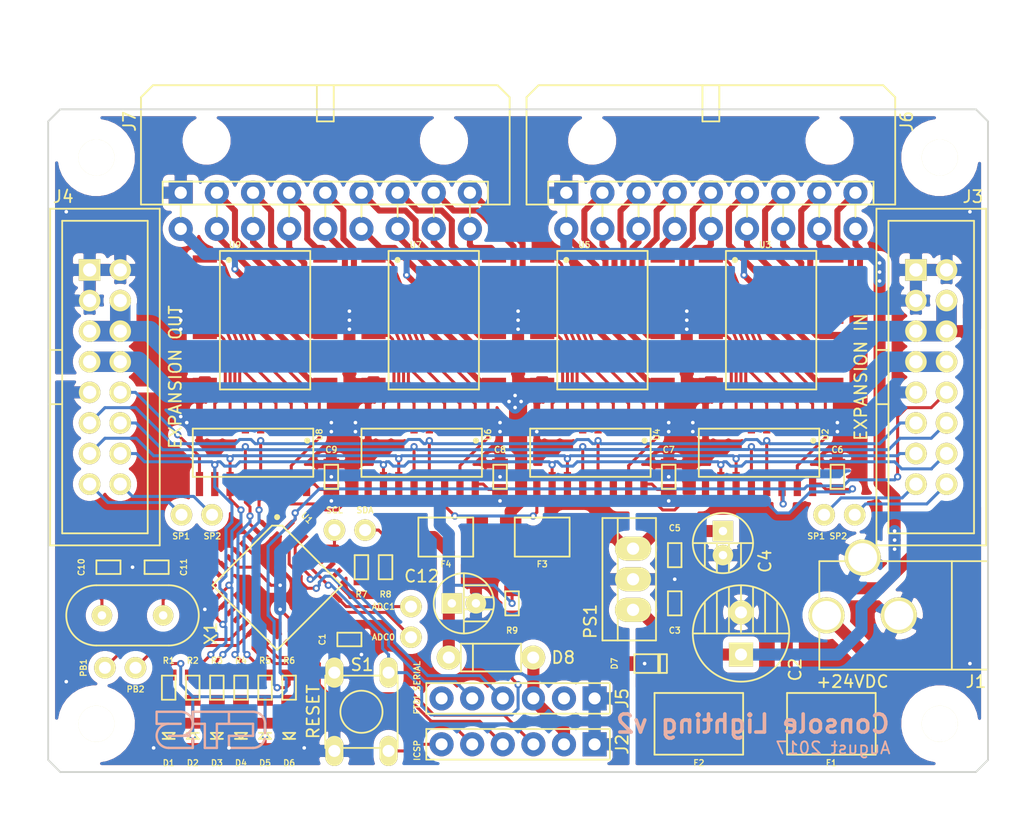
<source format=kicad_pcb>
(kicad_pcb (version 4) (host pcbnew "(2015-08-26 BZR 6129, Git 2e41367)-product")
  (layers (0 F.Cu signal) (31 B.Cu signal) (34 B.Paste user) (35 F.Paste user) (36 B.SilkS user) (37 F.SilkS user) (38 B.Mask user) (39 F.Mask user) (44 Edge.Cuts user))
  (net 0 "")
  (net 1 GND)
  (net 2 +5V)
  (net 3 "Net-(U2-Pad1)")
  (net 4 "Net-(U2-Pad2)")
  (net 5 "Net-(U2-Pad3)")
  (net 6 "Net-(U2-Pad4)")
  (net 7 "Net-(U2-Pad5)")
  (net 8 "Net-(U2-Pad6)")
  (net 9 "Net-(U2-Pad7)")
  (net 10 "Net-(U2-Pad15)")
  (net 11 +24V)
  (net 12 "Net-(U4-Pad1)")
  (net 13 "Net-(U4-Pad2)")
  (net 14 "Net-(U4-Pad3)")
  (net 15 "Net-(U4-Pad4)")
  (net 16 "Net-(U4-Pad5)")
  (net 17 "Net-(U4-Pad6)")
  (net 18 "Net-(U4-Pad7)")
  (net 19 "Net-(U4-Pad15)")
  (net 20 "Net-(U6-Pad1)")
  (net 21 "Net-(U6-Pad2)")
  (net 22 "Net-(U6-Pad3)")
  (net 23 "Net-(U6-Pad4)")
  (net 24 "Net-(U6-Pad5)")
  (net 25 "Net-(U6-Pad6)")
  (net 26 "Net-(U6-Pad7)")
  (net 27 "Net-(U6-Pad15)")
  (net 28 "Net-(U8-Pad1)")
  (net 29 "Net-(U8-Pad2)")
  (net 30 "Net-(U8-Pad3)")
  (net 31 "Net-(U8-Pad4)")
  (net 32 "Net-(U8-Pad5)")
  (net 33 "Net-(U8-Pad6)")
  (net 34 "Net-(U8-Pad7)")
  (net 35 "Net-(U8-Pad15)")
  (net 36 GNDA)
  (net 37 SER_1)
  (net 38 ~SRCLR)
  (net 39 SRCLK)
  (net 40 RCLK)
  (net 41 ~OE)
  (net 42 SER_IN)
  (net 43 SER_2)
  (net 44 SER_3)
  (net 45 SER_OUT)
  (net 46 SPARE1_IN)
  (net 47 SPARE2_IN)
  (net 48 SPARE1_OUT)
  (net 49 SPARE2_OUT)
  (net 50 SCL)
  (net 51 XTAL1)
  (net 52 XTAL2)
  (net 53 "Net-(TP3-Pad1)")
  (net 54 "Net-(TP3-Pad2)")
  (net 55 MOSI)
  (net 56 MISO)
  (net 57 SCK)
  (net 58 "Net-(TP4-Pad1)")
  (net 59 "Net-(TP4-Pad2)")
  (net 60 SDA)
  (net 61 ~RESET)
  (net 62 RX_IN)
  (net 63 TX_OUT)
  (net 64 "Net-(D1-Pad2)")
  (net 65 "Net-(D3-Pad2)")
  (net 66 "Net-(D4-Pad2)")
  (net 67 "Net-(J5-Pad2)")
  (net 68 "Net-(J5-Pad6)")
  (net 69 +5VL)
  (net 70 +5VP)
  (net 71 VPP)
  (net 72 "Net-(D5-Pad1)")
  (net 73 "Net-(U1-Pad19)")
  (net 74 "Net-(U1-Pad22)")
  (net 75 "Net-(U1-Pad25)")
  (net 76 "Net-(U1-Pad26)")
  (net 77 "Net-(U1-Pad11)")
  (net 78 "Net-(U1-Pad12)")
  (net 79 C8)
  (net 80 C9)
  (net 81 C10)
  (net 82 C11)
  (net 83 C12)
  (net 84 C13)
  (net 85 C14)
  (net 86 C15)
  (net 87 C1)
  (net 88 C2)
  (net 89 C3)
  (net 90 C4)
  (net 91 C5)
  (net 92 C6)
  (net 93 C7)
  (net 94 C0)
  (net 95 C31)
  (net 96 C29)
  (net 97 C27)
  (net 98 C25)
  (net 99 C23)
  (net 100 C21)
  (net 101 C19)
  (net 102 C17)
  (net 103 C30)
  (net 104 C28)
  (net 105 C24)
  (net 106 C26)
  (net 107 C22)
  (net 108 C20)
  (net 109 C16)
  (net 110 C18)
  (net 111 "Net-(F1-Pad1)")
  (net 112 "Net-(C4-Pad1)")
  (net 113 "Net-(D2-Pad1)")
  (net 114 "Net-(D6-Pad2)")
  (module Custom_Library:0805 (layer F.Cu) (at 26.5 -9.5 270)
    (fp_text reference C6 (at -2.25 0 360) (layer F.SilkS) (effects (font (size 0.5 0.5) (thickness 0.1))))
    (fp_text value 0.1uF)
    (pad 1 smd rect (at -1.05 0 270) (size 0.9 1.3) (layers F.Cu F.Paste F.Mask) (net 36 GNDA))
    (pad 2 smd rect (at 1.05 0 270) (size 0.9 1.3) (layers F.Cu F.Paste F.Mask) (net 2 +5V))
  )
  (module Custom_Library:0805 (layer F.Cu) (at -1.5 -9.5 270)
    (fp_text reference C8 (at -2.25 0 360) (layer F.SilkS) (effects (font (size 0.5 0.5) (thickness 0.1))))
    (fp_text value 0.1uF)
    (pad 1 smd rect (at -1.05 0 270) (size 0.9 1.3) (layers F.Cu F.Paste F.Mask) (net 36 GNDA))
    (pad 2 smd rect (at 1.05 0 270) (size 0.9 1.3) (layers F.Cu F.Paste F.Mask) (net 2 +5V))
  )
  (module Custom_Library:SOIC-16 (layer F.Cu) (at 20 -11.5 270)
    (fp_text reference U2 (at -1.5 -5.5 270) (layer F.SilkS) (effects (font (size 0.5 0.5) (thickness 0.1))))
    (fp_text value 74HC595N)
    (pad 1 smd rect (at -2.6 -4.445 270) (size 2 0.6) (layers F.Cu F.Paste F.Mask) (net 3 "Net-(U2-Pad1)"))
    (pad 2 smd rect (at -2.6 -3.175 270) (size 2 0.6) (layers F.Cu F.Paste F.Mask) (net 4 "Net-(U2-Pad2)"))
    (pad 3 smd rect (at -2.6 -1.905 270) (size 2 0.6) (layers F.Cu F.Paste F.Mask) (net 5 "Net-(U2-Pad3)"))
    (pad 4 smd rect (at -2.6 -0.635 270) (size 2 0.6) (layers F.Cu F.Paste F.Mask) (net 6 "Net-(U2-Pad4)"))
    (pad 5 smd rect (at -2.6 0.635 270) (size 2 0.6) (layers F.Cu F.Paste F.Mask) (net 7 "Net-(U2-Pad5)"))
    (pad 6 smd rect (at -2.6 1.905 270) (size 2 0.6) (layers F.Cu F.Paste F.Mask) (net 8 "Net-(U2-Pad6)"))
    (pad 7 smd rect (at -2.6 3.175 270) (size 2 0.6) (layers F.Cu F.Paste F.Mask) (net 9 "Net-(U2-Pad7)"))
    (pad 8 smd rect (at -2.6 4.445 270) (size 2 0.6) (layers F.Cu F.Paste F.Mask) (net 36 GNDA))
    (pad 9 smd rect (at 2.6 4.445 270) (size 2 0.6) (layers F.Cu F.Paste F.Mask) (net 37 SER_1))
    (pad 10 smd rect (at 2.6 3.175 270) (size 2 0.6) (layers F.Cu F.Paste F.Mask) (net 38 ~SRCLR))
    (pad 11 smd rect (at 2.6 1.905 270) (size 2 0.6) (layers F.Cu F.Paste F.Mask) (net 39 SRCLK))
    (pad 12 smd rect (at 2.6 0.635 270) (size 2 0.6) (layers F.Cu F.Paste F.Mask) (net 40 RCLK))
    (pad 13 smd rect (at 2.6 -0.635 270) (size 2 0.6) (layers F.Cu F.Paste F.Mask) (net 41 ~OE))
    (pad 14 smd rect (at 2.6 -1.905 270) (size 2 0.6) (layers F.Cu F.Paste F.Mask) (net 42 SER_IN))
    (pad 15 smd rect (at 2.6 -3.175 270) (size 2 0.6) (layers F.Cu F.Paste F.Mask) (net 10 "Net-(U2-Pad15)"))
    (pad 16 smd rect (at 2.6 -4.445 270) (size 2 0.6) (layers F.Cu F.Paste F.Mask) (net 2 +5V))
  )
  (module Custom_Library:SOIC-18 (layer F.Cu) (at 21 -22.5)
    (fp_text reference U3 (at -0.5 -6.25) (layer F.SilkS) (effects (font (size 0.5 0.5) (thickness 0.1))))
    (fp_text value ULN2803A)
    (pad 1 smd rect (at -5 -5.08) (size 2 0.6) (layers F.Cu F.Paste F.Mask) (net 10 "Net-(U2-Pad15)"))
    (pad 2 smd rect (at -5 -3.81) (size 2 0.6) (layers F.Cu F.Paste F.Mask) (net 3 "Net-(U2-Pad1)"))
    (pad 3 smd rect (at -5 -2.54) (size 2 0.6) (layers F.Cu F.Paste F.Mask) (net 4 "Net-(U2-Pad2)"))
    (pad 4 smd rect (at -5 -1.27) (size 2 0.6) (layers F.Cu F.Paste F.Mask) (net 5 "Net-(U2-Pad3)"))
    (pad 5 smd rect (at -5 0) (size 2 0.6) (layers F.Cu F.Paste F.Mask) (net 6 "Net-(U2-Pad4)"))
    (pad 6 smd rect (at -5 1.27) (size 2 0.6) (layers F.Cu F.Paste F.Mask) (net 7 "Net-(U2-Pad5)"))
    (pad 7 smd rect (at -5 2.54) (size 2 0.6) (layers F.Cu F.Paste F.Mask) (net 8 "Net-(U2-Pad6)"))
    (pad 8 smd rect (at -5 3.81) (size 2 0.6) (layers F.Cu F.Paste F.Mask) (net 9 "Net-(U2-Pad7)"))
    (pad 9 smd rect (at -5 5.08) (size 2 0.6) (layers F.Cu F.Paste F.Mask) (net 1 GND))
    (pad 10 smd rect (at 5 5.08) (size 2 0.6) (layers F.Cu F.Paste F.Mask) (net 11 +24V))
    (pad 11 smd rect (at 5 3.81) (size 2 0.6) (layers F.Cu F.Paste F.Mask) (net 93 C7))
    (pad 12 smd rect (at 5 2.54) (size 2 0.6) (layers F.Cu F.Paste F.Mask) (net 92 C6))
    (pad 13 smd rect (at 5 1.27) (size 2 0.6) (layers F.Cu F.Paste F.Mask) (net 91 C5))
    (pad 14 smd rect (at 5 0) (size 2 0.6) (layers F.Cu F.Paste F.Mask) (net 90 C4))
    (pad 15 smd rect (at 5 -1.27) (size 2 0.6) (layers F.Cu F.Paste F.Mask) (net 89 C3))
    (pad 16 smd rect (at 5 -2.54) (size 2 0.6) (layers F.Cu F.Paste F.Mask) (net 88 C2))
    (pad 17 smd rect (at 5 -3.81) (size 2 0.6) (layers F.Cu F.Paste F.Mask) (net 87 C1))
    (pad 18 smd rect (at 5 -5.08) (size 2 0.6) (layers F.Cu F.Paste F.Mask) (net 94 C0))
  )
  (module Custom_Library:SOIC-16 (layer F.Cu) (at 6 -11.5 270)
    (fp_text reference U4 (at -1.5 -5.5 270) (layer F.SilkS) (effects (font (size 0.5 0.5) (thickness 0.1))))
    (fp_text value 74HC595N)
    (pad 1 smd rect (at -2.6 -4.445 270) (size 2 0.6) (layers F.Cu F.Paste F.Mask) (net 12 "Net-(U4-Pad1)"))
    (pad 2 smd rect (at -2.6 -3.175 270) (size 2 0.6) (layers F.Cu F.Paste F.Mask) (net 13 "Net-(U4-Pad2)"))
    (pad 3 smd rect (at -2.6 -1.905 270) (size 2 0.6) (layers F.Cu F.Paste F.Mask) (net 14 "Net-(U4-Pad3)"))
    (pad 4 smd rect (at -2.6 -0.635 270) (size 2 0.6) (layers F.Cu F.Paste F.Mask) (net 15 "Net-(U4-Pad4)"))
    (pad 5 smd rect (at -2.6 0.635 270) (size 2 0.6) (layers F.Cu F.Paste F.Mask) (net 16 "Net-(U4-Pad5)"))
    (pad 6 smd rect (at -2.6 1.905 270) (size 2 0.6) (layers F.Cu F.Paste F.Mask) (net 17 "Net-(U4-Pad6)"))
    (pad 7 smd rect (at -2.6 3.175 270) (size 2 0.6) (layers F.Cu F.Paste F.Mask) (net 18 "Net-(U4-Pad7)"))
    (pad 8 smd rect (at -2.6 4.445 270) (size 2 0.6) (layers F.Cu F.Paste F.Mask) (net 36 GNDA))
    (pad 9 smd rect (at 2.6 4.445 270) (size 2 0.6) (layers F.Cu F.Paste F.Mask) (net 43 SER_2))
    (pad 10 smd rect (at 2.6 3.175 270) (size 2 0.6) (layers F.Cu F.Paste F.Mask) (net 38 ~SRCLR))
    (pad 11 smd rect (at 2.6 1.905 270) (size 2 0.6) (layers F.Cu F.Paste F.Mask) (net 39 SRCLK))
    (pad 12 smd rect (at 2.6 0.635 270) (size 2 0.6) (layers F.Cu F.Paste F.Mask) (net 40 RCLK))
    (pad 13 smd rect (at 2.6 -0.635 270) (size 2 0.6) (layers F.Cu F.Paste F.Mask) (net 41 ~OE))
    (pad 14 smd rect (at 2.6 -1.905 270) (size 2 0.6) (layers F.Cu F.Paste F.Mask) (net 37 SER_1))
    (pad 15 smd rect (at 2.6 -3.175 270) (size 2 0.6) (layers F.Cu F.Paste F.Mask) (net 19 "Net-(U4-Pad15)"))
    (pad 16 smd rect (at 2.6 -4.445 270) (size 2 0.6) (layers F.Cu F.Paste F.Mask) (net 2 +5V))
  )
  (module Custom_Library:SOIC-18 (layer F.Cu) (at 7 -22.5)
    (fp_text reference U5 (at -1.5 -6.25) (layer F.SilkS) (effects (font (size 0.5 0.5) (thickness 0.1))))
    (fp_text value ULN2803A)
    (pad 1 smd rect (at -5 -5.08) (size 2 0.6) (layers F.Cu F.Paste F.Mask) (net 19 "Net-(U4-Pad15)"))
    (pad 2 smd rect (at -5 -3.81) (size 2 0.6) (layers F.Cu F.Paste F.Mask) (net 12 "Net-(U4-Pad1)"))
    (pad 3 smd rect (at -5 -2.54) (size 2 0.6) (layers F.Cu F.Paste F.Mask) (net 13 "Net-(U4-Pad2)"))
    (pad 4 smd rect (at -5 -1.27) (size 2 0.6) (layers F.Cu F.Paste F.Mask) (net 14 "Net-(U4-Pad3)"))
    (pad 5 smd rect (at -5 0) (size 2 0.6) (layers F.Cu F.Paste F.Mask) (net 15 "Net-(U4-Pad4)"))
    (pad 6 smd rect (at -5 1.27) (size 2 0.6) (layers F.Cu F.Paste F.Mask) (net 16 "Net-(U4-Pad5)"))
    (pad 7 smd rect (at -5 2.54) (size 2 0.6) (layers F.Cu F.Paste F.Mask) (net 17 "Net-(U4-Pad6)"))
    (pad 8 smd rect (at -5 3.81) (size 2 0.6) (layers F.Cu F.Paste F.Mask) (net 18 "Net-(U4-Pad7)"))
    (pad 9 smd rect (at -5 5.08) (size 2 0.6) (layers F.Cu F.Paste F.Mask) (net 1 GND))
    (pad 10 smd rect (at 5 5.08) (size 2 0.6) (layers F.Cu F.Paste F.Mask) (net 11 +24V))
    (pad 11 smd rect (at 5 3.81) (size 2 0.6) (layers F.Cu F.Paste F.Mask) (net 86 C15))
    (pad 12 smd rect (at 5 2.54) (size 2 0.6) (layers F.Cu F.Paste F.Mask) (net 85 C14))
    (pad 13 smd rect (at 5 1.27) (size 2 0.6) (layers F.Cu F.Paste F.Mask) (net 84 C13))
    (pad 14 smd rect (at 5 0) (size 2 0.6) (layers F.Cu F.Paste F.Mask) (net 83 C12))
    (pad 15 smd rect (at 5 -1.27) (size 2 0.6) (layers F.Cu F.Paste F.Mask) (net 82 C11))
    (pad 16 smd rect (at 5 -2.54) (size 2 0.6) (layers F.Cu F.Paste F.Mask) (net 81 C10))
    (pad 17 smd rect (at 5 -3.81) (size 2 0.6) (layers F.Cu F.Paste F.Mask) (net 80 C9))
    (pad 18 smd rect (at 5 -5.08) (size 2 0.6) (layers F.Cu F.Paste F.Mask) (net 79 C8))
  )
  (module Custom_Library:SOIC-16 (layer F.Cu) (at -8 -11.5 270)
    (fp_text reference U6 (at -1.5 -5.5 270) (layer F.SilkS) (effects (font (size 0.5 0.5) (thickness 0.1))))
    (fp_text value 74HC595N)
    (pad 1 smd rect (at -2.6 -4.445 270) (size 2 0.6) (layers F.Cu F.Paste F.Mask) (net 20 "Net-(U6-Pad1)"))
    (pad 2 smd rect (at -2.6 -3.175 270) (size 2 0.6) (layers F.Cu F.Paste F.Mask) (net 21 "Net-(U6-Pad2)"))
    (pad 3 smd rect (at -2.6 -1.905 270) (size 2 0.6) (layers F.Cu F.Paste F.Mask) (net 22 "Net-(U6-Pad3)"))
    (pad 4 smd rect (at -2.6 -0.635 270) (size 2 0.6) (layers F.Cu F.Paste F.Mask) (net 23 "Net-(U6-Pad4)"))
    (pad 5 smd rect (at -2.6 0.635 270) (size 2 0.6) (layers F.Cu F.Paste F.Mask) (net 24 "Net-(U6-Pad5)"))
    (pad 6 smd rect (at -2.6 1.905 270) (size 2 0.6) (layers F.Cu F.Paste F.Mask) (net 25 "Net-(U6-Pad6)"))
    (pad 7 smd rect (at -2.6 3.175 270) (size 2 0.6) (layers F.Cu F.Paste F.Mask) (net 26 "Net-(U6-Pad7)"))
    (pad 8 smd rect (at -2.6 4.445 270) (size 2 0.6) (layers F.Cu F.Paste F.Mask) (net 36 GNDA))
    (pad 9 smd rect (at 2.6 4.445 270) (size 2 0.6) (layers F.Cu F.Paste F.Mask) (net 44 SER_3))
    (pad 10 smd rect (at 2.6 3.175 270) (size 2 0.6) (layers F.Cu F.Paste F.Mask) (net 38 ~SRCLR))
    (pad 11 smd rect (at 2.6 1.905 270) (size 2 0.6) (layers F.Cu F.Paste F.Mask) (net 39 SRCLK))
    (pad 12 smd rect (at 2.6 0.635 270) (size 2 0.6) (layers F.Cu F.Paste F.Mask) (net 40 RCLK))
    (pad 13 smd rect (at 2.6 -0.635 270) (size 2 0.6) (layers F.Cu F.Paste F.Mask) (net 41 ~OE))
    (pad 14 smd rect (at 2.6 -1.905 270) (size 2 0.6) (layers F.Cu F.Paste F.Mask) (net 43 SER_2))
    (pad 15 smd rect (at 2.6 -3.175 270) (size 2 0.6) (layers F.Cu F.Paste F.Mask) (net 27 "Net-(U6-Pad15)"))
    (pad 16 smd rect (at 2.6 -4.445 270) (size 2 0.6) (layers F.Cu F.Paste F.Mask) (net 2 +5V))
  )
  (module Custom_Library:SOIC-18 (layer F.Cu) (at -7 -22.5)
    (fp_text reference U7 (at -1.5 -6.25) (layer F.SilkS) (effects (font (size 0.5 0.5) (thickness 0.1))))
    (fp_text value ULN2803A)
    (pad 1 smd rect (at -5 -5.08) (size 2 0.6) (layers F.Cu F.Paste F.Mask) (net 27 "Net-(U6-Pad15)"))
    (pad 2 smd rect (at -5 -3.81) (size 2 0.6) (layers F.Cu F.Paste F.Mask) (net 20 "Net-(U6-Pad1)"))
    (pad 3 smd rect (at -5 -2.54) (size 2 0.6) (layers F.Cu F.Paste F.Mask) (net 21 "Net-(U6-Pad2)"))
    (pad 4 smd rect (at -5 -1.27) (size 2 0.6) (layers F.Cu F.Paste F.Mask) (net 22 "Net-(U6-Pad3)"))
    (pad 5 smd rect (at -5 0) (size 2 0.6) (layers F.Cu F.Paste F.Mask) (net 23 "Net-(U6-Pad4)"))
    (pad 6 smd rect (at -5 1.27) (size 2 0.6) (layers F.Cu F.Paste F.Mask) (net 24 "Net-(U6-Pad5)"))
    (pad 7 smd rect (at -5 2.54) (size 2 0.6) (layers F.Cu F.Paste F.Mask) (net 25 "Net-(U6-Pad6)"))
    (pad 8 smd rect (at -5 3.81) (size 2 0.6) (layers F.Cu F.Paste F.Mask) (net 26 "Net-(U6-Pad7)"))
    (pad 9 smd rect (at -5 5.08) (size 2 0.6) (layers F.Cu F.Paste F.Mask) (net 1 GND))
    (pad 10 smd rect (at 5 5.08) (size 2 0.6) (layers F.Cu F.Paste F.Mask) (net 11 +24V))
    (pad 11 smd rect (at 5 3.81) (size 2 0.6) (layers F.Cu F.Paste F.Mask) (net 99 C23))
    (pad 12 smd rect (at 5 2.54) (size 2 0.6) (layers F.Cu F.Paste F.Mask) (net 107 C22))
    (pad 13 smd rect (at 5 1.27) (size 2 0.6) (layers F.Cu F.Paste F.Mask) (net 100 C21))
    (pad 14 smd rect (at 5 0) (size 2 0.6) (layers F.Cu F.Paste F.Mask) (net 108 C20))
    (pad 15 smd rect (at 5 -1.27) (size 2 0.6) (layers F.Cu F.Paste F.Mask) (net 101 C19))
    (pad 16 smd rect (at 5 -2.54) (size 2 0.6) (layers F.Cu F.Paste F.Mask) (net 110 C18))
    (pad 17 smd rect (at 5 -3.81) (size 2 0.6) (layers F.Cu F.Paste F.Mask) (net 102 C17))
    (pad 18 smd rect (at 5 -5.08) (size 2 0.6) (layers F.Cu F.Paste F.Mask) (net 109 C16))
  )
  (module Custom_Library:SOIC-16 (layer F.Cu) (at -22 -11.5 270)
    (fp_text reference U8 (at -1.5 -5.5 270) (layer F.SilkS) (effects (font (size 0.5 0.5) (thickness 0.1))))
    (fp_text value 74HC595N)
    (pad 1 smd rect (at -2.6 -4.445 270) (size 2 0.6) (layers F.Cu F.Paste F.Mask) (net 28 "Net-(U8-Pad1)"))
    (pad 2 smd rect (at -2.6 -3.175 270) (size 2 0.6) (layers F.Cu F.Paste F.Mask) (net 29 "Net-(U8-Pad2)"))
    (pad 3 smd rect (at -2.6 -1.905 270) (size 2 0.6) (layers F.Cu F.Paste F.Mask) (net 30 "Net-(U8-Pad3)"))
    (pad 4 smd rect (at -2.6 -0.635 270) (size 2 0.6) (layers F.Cu F.Paste F.Mask) (net 31 "Net-(U8-Pad4)"))
    (pad 5 smd rect (at -2.6 0.635 270) (size 2 0.6) (layers F.Cu F.Paste F.Mask) (net 32 "Net-(U8-Pad5)"))
    (pad 6 smd rect (at -2.6 1.905 270) (size 2 0.6) (layers F.Cu F.Paste F.Mask) (net 33 "Net-(U8-Pad6)"))
    (pad 7 smd rect (at -2.6 3.175 270) (size 2 0.6) (layers F.Cu F.Paste F.Mask) (net 34 "Net-(U8-Pad7)"))
    (pad 8 smd rect (at -2.6 4.445 270) (size 2 0.6) (layers F.Cu F.Paste F.Mask) (net 36 GNDA))
    (pad 9 smd rect (at 2.6 4.445 270) (size 2 0.6) (layers F.Cu F.Paste F.Mask) (net 45 SER_OUT))
    (pad 10 smd rect (at 2.6 3.175 270) (size 2 0.6) (layers F.Cu F.Paste F.Mask) (net 38 ~SRCLR))
    (pad 11 smd rect (at 2.6 1.905 270) (size 2 0.6) (layers F.Cu F.Paste F.Mask) (net 39 SRCLK))
    (pad 12 smd rect (at 2.6 0.635 270) (size 2 0.6) (layers F.Cu F.Paste F.Mask) (net 40 RCLK))
    (pad 13 smd rect (at 2.6 -0.635 270) (size 2 0.6) (layers F.Cu F.Paste F.Mask) (net 41 ~OE))
    (pad 14 smd rect (at 2.6 -1.905 270) (size 2 0.6) (layers F.Cu F.Paste F.Mask) (net 44 SER_3))
    (pad 15 smd rect (at 2.6 -3.175 270) (size 2 0.6) (layers F.Cu F.Paste F.Mask) (net 35 "Net-(U8-Pad15)"))
    (pad 16 smd rect (at 2.6 -4.445 270) (size 2 0.6) (layers F.Cu F.Paste F.Mask) (net 2 +5V))
  )
  (module Custom_Library:SOIC-18 (layer F.Cu) (at -21 -22.5)
    (fp_text reference U9 (at -2.5 -6.25) (layer F.SilkS) (effects (font (size 0.5 0.5) (thickness 0.1))))
    (fp_text value ULN2803A)
    (pad 1 smd rect (at -5 -5.08) (size 2 0.6) (layers F.Cu F.Paste F.Mask) (net 35 "Net-(U8-Pad15)"))
    (pad 2 smd rect (at -5 -3.81) (size 2 0.6) (layers F.Cu F.Paste F.Mask) (net 28 "Net-(U8-Pad1)"))
    (pad 3 smd rect (at -5 -2.54) (size 2 0.6) (layers F.Cu F.Paste F.Mask) (net 29 "Net-(U8-Pad2)"))
    (pad 4 smd rect (at -5 -1.27) (size 2 0.6) (layers F.Cu F.Paste F.Mask) (net 30 "Net-(U8-Pad3)"))
    (pad 5 smd rect (at -5 0) (size 2 0.6) (layers F.Cu F.Paste F.Mask) (net 31 "Net-(U8-Pad4)"))
    (pad 6 smd rect (at -5 1.27) (size 2 0.6) (layers F.Cu F.Paste F.Mask) (net 32 "Net-(U8-Pad5)"))
    (pad 7 smd rect (at -5 2.54) (size 2 0.6) (layers F.Cu F.Paste F.Mask) (net 33 "Net-(U8-Pad6)"))
    (pad 8 smd rect (at -5 3.81) (size 2 0.6) (layers F.Cu F.Paste F.Mask) (net 34 "Net-(U8-Pad7)"))
    (pad 9 smd rect (at -5 5.08) (size 2 0.6) (layers F.Cu F.Paste F.Mask) (net 1 GND))
    (pad 10 smd rect (at 5 5.08) (size 2 0.6) (layers F.Cu F.Paste F.Mask) (net 11 +24V))
    (pad 11 smd rect (at 5 3.81) (size 2 0.6) (layers F.Cu F.Paste F.Mask) (net 95 C31))
    (pad 12 smd rect (at 5 2.54) (size 2 0.6) (layers F.Cu F.Paste F.Mask) (net 103 C30))
    (pad 13 smd rect (at 5 1.27) (size 2 0.6) (layers F.Cu F.Paste F.Mask) (net 96 C29))
    (pad 14 smd rect (at 5 0) (size 2 0.6) (layers F.Cu F.Paste F.Mask) (net 104 C28))
    (pad 15 smd rect (at 5 -1.27) (size 2 0.6) (layers F.Cu F.Paste F.Mask) (net 97 C27))
    (pad 16 smd rect (at 5 -2.54) (size 2 0.6) (layers F.Cu F.Paste F.Mask) (net 106 C26))
    (pad 17 smd rect (at 5 -3.81) (size 2 0.6) (layers F.Cu F.Paste F.Mask) (net 98 C25))
    (pad 18 smd rect (at 5 -5.08) (size 2 0.6) (layers F.Cu F.Paste F.Mask) (net 105 C24))
  )
  (module Custom_Library:0805 (layer F.Cu) (at 12.5 -9.5 270)
    (fp_text reference C7 (at -2.25 0 360) (layer F.SilkS) (effects (font (size 0.5 0.5) (thickness 0.1))))
    (fp_text value 0.1uF)
    (pad 1 smd rect (at -1.05 0 270) (size 0.9 1.3) (layers F.Cu F.Paste F.Mask) (net 36 GNDA))
    (pad 2 smd rect (at 1.05 0 270) (size 0.9 1.3) (layers F.Cu F.Paste F.Mask) (net 2 +5V))
  )
  (module Custom_Library:0805 (layer F.Cu) (at -15.5 -9.5 270)
    (fp_text reference C9 (at -2.25 0 360) (layer F.SilkS) (effects (font (size 0.5 0.5) (thickness 0.1))))
    (fp_text value 0.1uF)
    (pad 1 smd rect (at -1.05 0 270) (size 0.9 1.3) (layers F.Cu F.Paste F.Mask) (net 36 GNDA))
    (pad 2 smd rect (at 1.05 0 270) (size 0.9 1.3) (layers F.Cu F.Paste F.Mask) (net 2 +5V))
  )
  (module Custom_Library:Pin_Header_02x08_Shrouded (layer F.Cu) (at 34.29 -17.78 270)
    (fp_text reference J3 (at -14.97 -3.46 360) (layer F.SilkS))
    (fp_text value "EXPANSION IN" (at 0 5.842 270) (layer F.SilkS))
    (pad 1 thru_hole rect (at -8.89 1.27 270) (size 1.79 1.79) (drill 1.1) (layers *.Cu *.Mask F.SilkS) (net 1 GND))
    (pad 2 thru_hole circle (at -8.89 -1.27 315) (size 1.79 1.79) (drill 1.1) (layers *.Cu *.Mask F.SilkS) (net 1 GND))
    (pad 3 thru_hole circle (at -6.35 1.27 315) (size 1.79 1.79) (drill 1.1) (layers *.Cu *.Mask F.SilkS) (net 1 GND))
    (pad 4 thru_hole circle (at -6.35 -1.27 270) (size 1.79 1.79) (drill 1.1) (layers *.Cu *.Mask F.SilkS) (net 71 VPP))
    (pad 5 thru_hole circle (at -3.81 1.27 270) (size 1.79 1.79) (drill 1.1) (layers *.Cu *.Mask F.SilkS) (net 71 VPP))
    (pad 6 thru_hole circle (at -3.81 -1.27 270) (size 1.79 1.79) (drill 1.1) (layers *.Cu *.Mask F.SilkS) (net 71 VPP))
    (pad 7 thru_hole circle (at -1.27 1.27 270) (size 1.79 1.79) (drill 1.1) (layers *.Cu *.Mask F.SilkS) (net 69 +5VL))
    (pad 8 thru_hole circle (at -1.27 -1.27 270) (size 1.79 1.79) (drill 1.1) (layers *.Cu *.Mask F.SilkS) (net 69 +5VL))
    (pad 9 thru_hole circle (at 1.27 1.27 315) (size 1.79 1.79) (drill 1.1) (layers *.Cu *.Mask F.SilkS) (net 36 GNDA))
    (pad 10 thru_hole circle (at 1.27 -1.27 270) (size 1.79 1.79) (drill 1.1) (layers *.Cu *.Mask F.SilkS) (net 42 SER_IN))
    (pad 11 thru_hole circle (at 3.81 1.27 270) (size 1.79 1.79) (drill 1.1) (layers *.Cu *.Mask F.SilkS) (net 41 ~OE))
    (pad 12 thru_hole circle (at 3.81 -1.27 270) (size 1.79 1.79) (drill 1.1) (layers *.Cu *.Mask F.SilkS) (net 40 RCLK))
    (pad 13 thru_hole circle (at 6.35 1.27 270) (size 1.79 1.79) (drill 1.1) (layers *.Cu *.Mask F.SilkS) (net 39 SRCLK))
    (pad 14 thru_hole circle (at 6.35 -1.27 270) (size 1.79 1.79) (drill 1.1) (layers *.Cu *.Mask F.SilkS) (net 38 ~SRCLR))
    (pad 15 thru_hole circle (at 8.89 1.27 270) (size 1.79 1.79) (drill 1.1) (layers *.Cu *.Mask F.SilkS) (net 46 SPARE1_IN))
    (pad 16 thru_hole circle (at 8.89 -1.27 270) (size 1.79 1.79) (drill 1.1) (layers *.Cu *.Mask F.SilkS) (net 47 SPARE2_IN))
  )
  (module Custom_Library:Pin_Header_02x08_Shrouded (layer F.Cu) (at -34.29 -17.78 270)
    (fp_text reference J4 (at -14.97 3.46 360) (layer F.SilkS))
    (fp_text value "EXPANSION OUT" (at 0 -5.842 270) (layer F.SilkS))
    (pad 1 thru_hole rect (at -8.89 1.27 270) (size 1.79 1.79) (drill 1.1) (layers *.Cu *.Mask F.SilkS) (net 1 GND))
    (pad 2 thru_hole circle (at -8.89 -1.27 315) (size 1.79 1.79) (drill 1.1) (layers *.Cu *.Mask F.SilkS) (net 1 GND))
    (pad 3 thru_hole circle (at -6.35 1.27 315) (size 1.79 1.79) (drill 1.1) (layers *.Cu *.Mask F.SilkS) (net 1 GND))
    (pad 4 thru_hole circle (at -6.35 -1.27 270) (size 1.79 1.79) (drill 1.1) (layers *.Cu *.Mask F.SilkS) (net 71 VPP))
    (pad 5 thru_hole circle (at -3.81 1.27 270) (size 1.79 1.79) (drill 1.1) (layers *.Cu *.Mask F.SilkS) (net 71 VPP))
    (pad 6 thru_hole circle (at -3.81 -1.27 270) (size 1.79 1.79) (drill 1.1) (layers *.Cu *.Mask F.SilkS) (net 71 VPP))
    (pad 7 thru_hole circle (at -1.27 1.27 270) (size 1.79 1.79) (drill 1.1) (layers *.Cu *.Mask F.SilkS) (net 69 +5VL))
    (pad 8 thru_hole circle (at -1.27 -1.27 270) (size 1.79 1.79) (drill 1.1) (layers *.Cu *.Mask F.SilkS) (net 69 +5VL))
    (pad 9 thru_hole circle (at 1.27 1.27 315) (size 1.79 1.79) (drill 1.1) (layers *.Cu *.Mask F.SilkS) (net 36 GNDA))
    (pad 10 thru_hole circle (at 1.27 -1.27 270) (size 1.79 1.79) (drill 1.1) (layers *.Cu *.Mask F.SilkS) (net 45 SER_OUT))
    (pad 11 thru_hole circle (at 3.81 1.27 270) (size 1.79 1.79) (drill 1.1) (layers *.Cu *.Mask F.SilkS) (net 41 ~OE))
    (pad 12 thru_hole circle (at 3.81 -1.27 270) (size 1.79 1.79) (drill 1.1) (layers *.Cu *.Mask F.SilkS) (net 40 RCLK))
    (pad 13 thru_hole circle (at 6.35 1.27 270) (size 1.79 1.79) (drill 1.1) (layers *.Cu *.Mask F.SilkS) (net 39 SRCLK))
    (pad 14 thru_hole circle (at 6.35 -1.27 270) (size 1.79 1.79) (drill 1.1) (layers *.Cu *.Mask F.SilkS) (net 38 ~SRCLR))
    (pad 15 thru_hole circle (at 8.89 1.27 270) (size 1.79 1.79) (drill 1.1) (layers *.Cu *.Mask F.SilkS) (net 48 SPARE1_OUT))
    (pad 16 thru_hole circle (at 8.89 -1.27 270) (size 1.79 1.79) (drill 1.1) (layers *.Cu *.Mask F.SilkS) (net 49 SPARE2_OUT))
  )
  (module Custom_Library:0805 (layer F.Cu) (at 9.5 -1 180)
    (fp_text reference JP0 hide)
    (fp_text value Jumper_NC_Small)
    (pad 1 smd rect (at -0.5 0 180) (size 0.9 1.3) (layers F.Cu F.Paste F.Mask) (net 1 GND))
    (pad 2 smd rect (at 1.05 0 180) (size 2 1) (layers *.Cu) (net 36 GNDA))
  )
  (module Custom_Library:TO-220 (layer F.Cu) (at 7 -1 90)
    (fp_text reference PS1 (at -3.5 -1 270) (layer F.SilkS))
    (fp_text value LM7805)
    (pad 1 thru_hole oval (at -2.54 2.54 90) (size 2 3) (drill 1.02) (layers *.Cu *.Mask F.SilkS) (net 11 +24V))
    (pad 2 thru_hole oval (at 0 2.54 90) (size 2 3) (drill 1.02) (layers *.Cu *.Mask F.SilkS) (net 1 GND))
    (pad 3 thru_hole oval (at 2.54 2.54 90) (size 2 3) (drill 1.02) (layers *.Cu *.Mask F.SilkS) (net 112 "Net-(C4-Pad1)"))
  )
  (module Custom_Library:0805 (layer F.Cu) (at 13 1 90)
    (fp_text reference C3 (at -2.25 0 180) (layer F.SilkS) (effects (font (size 0.5 0.5) (thickness 0.1))))
    (fp_text value 0.1uF)
    (pad 1 smd rect (at -1.05 0 90) (size 0.9 1.3) (layers F.Cu F.Paste F.Mask) (net 11 +24V))
    (pad 2 smd rect (at 1.05 0 90) (size 0.9 1.3) (layers F.Cu F.Paste F.Mask) (net 1 GND) (thermal_gap 0.25))
  )
  (module Custom_Library:0805 (layer F.Cu) (at 13 -3 270)
    (fp_text reference C5 (at -2.25 0 360) (layer F.SilkS) (effects (font (size 0.5 0.5) (thickness 0.1))))
    (fp_text value 0.1uF)
    (pad 1 smd rect (at -1.05 0 270) (size 0.9 1.3) (layers F.Cu F.Paste F.Mask) (net 112 "Net-(C4-Pad1)"))
    (pad 2 smd rect (at 1.05 0 270) (size 0.9 1.3) (layers F.Cu F.Paste F.Mask) (net 1 GND) (thermal_gap 0.25))
  )
  (module Custom_Library:0805 (layer F.Cu) (at -34 -2)
    (fp_text reference C10 (at -2.25 0 90) (layer F.SilkS) (effects (font (size 0.5 0.5) (thickness 0.1))))
    (fp_text value 12pF)
    (pad 1 smd rect (at -1.05 0) (size 0.9 1.3) (layers F.Cu F.Paste F.Mask) (net 51 XTAL1))
    (pad 2 smd rect (at 1.05 0) (size 0.9 1.3) (layers F.Cu F.Paste F.Mask) (net 36 GNDA) (thermal_gap 0.25))
  )
  (module Custom_Library:0805 (layer F.Cu) (at -30 -2 180)
    (fp_text reference C11 (at -2.25 0 270) (layer F.SilkS) (effects (font (size 0.5 0.5) (thickness 0.1))))
    (fp_text value 12pF)
    (pad 1 smd rect (at -1.05 0 180) (size 0.9 1.3) (layers F.Cu F.Paste F.Mask) (net 52 XTAL2))
    (pad 2 smd rect (at 1.05 0 180) (size 0.9 1.3) (layers F.Cu F.Paste F.Mask) (net 36 GNDA) (thermal_gap 0.25))
  )
  (module Custom_Library:0805_LED (layer F.Cu) (at -29 12 90)
    (fp_text reference D1 (at -2.25 0 180) (layer F.SilkS) (effects (font (size 0.5 0.5) (thickness 0.1))))
    (fp_text value LED)
    (pad 1 smd rect (at -1.05 0 90) (size 0.9 1.3) (layers F.Cu F.Paste F.Mask) (net 36 GNDA) (thermal_gap 0.25))
    (pad 2 smd rect (at 1.05 0 90) (size 0.9 1.3) (layers F.Cu F.Paste F.Mask) (net 64 "Net-(D1-Pad2)"))
  )
  (module Custom_Library:0805_LED (layer F.Cu) (at -27 12 270)
    (fp_text reference D2 (at 2.25 0 360) (layer F.SilkS) (effects (font (size 0.5 0.5) (thickness 0.1))))
    (fp_text value LED)
    (pad 1 smd rect (at -1.05 0 270) (size 0.9 1.3) (layers F.Cu F.Paste F.Mask) (net 113 "Net-(D2-Pad1)"))
    (pad 2 smd rect (at 1.05 0 270) (size 0.9 1.3) (layers F.Cu F.Paste F.Mask) (net 2 +5V))
  )
  (module Custom_Library:0805_LED (layer F.Cu) (at -25 12 90)
    (fp_text reference D3 (at -2.25 0 180) (layer F.SilkS) (effects (font (size 0.5 0.5) (thickness 0.1))))
    (fp_text value LED)
    (pad 1 smd rect (at -1.05 0 90) (size 0.9 1.3) (layers F.Cu F.Paste F.Mask) (net 36 GNDA) (thermal_gap 0.25))
    (pad 2 smd rect (at 1.05 0 90) (size 0.9 1.3) (layers F.Cu F.Paste F.Mask) (net 65 "Net-(D3-Pad2)"))
  )
  (module Custom_Library:0805_LED (layer F.Cu) (at -23 12 90)
    (fp_text reference D4 (at -2.25 0 180) (layer F.SilkS) (effects (font (size 0.5 0.5) (thickness 0.1))))
    (fp_text value LED)
    (pad 1 smd rect (at -1.05 0 90) (size 0.9 1.3) (layers F.Cu F.Paste F.Mask) (net 36 GNDA) (thermal_gap 0.25))
    (pad 2 smd rect (at 1.05 0 90) (size 0.9 1.3) (layers F.Cu F.Paste F.Mask) (net 66 "Net-(D4-Pad2)"))
  )
  (module Custom_Library:0805_LED (layer F.Cu) (at -21 12 270)
    (fp_text reference D5 (at 2.25 0 360) (layer F.SilkS) (effects (font (size 0.5 0.5) (thickness 0.1))))
    (fp_text value LED)
    (pad 1 smd rect (at -1.05 0 270) (size 0.9 1.3) (layers F.Cu F.Paste F.Mask) (net 72 "Net-(D5-Pad1)"))
    (pad 2 smd rect (at 1.05 0 270) (size 0.9 1.3) (layers F.Cu F.Paste F.Mask) (net 2 +5V))
  )
  (module Custom_Library:0805_LED (layer F.Cu) (at -19 12 90)
    (fp_text reference D6 (at -2.25 0 180) (layer F.SilkS) (effects (font (size 0.5 0.5) (thickness 0.1))))
    (fp_text value LED)
    (pad 1 smd rect (at -1.05 0 90) (size 0.9 1.3) (layers F.Cu F.Paste F.Mask) (net 36 GNDA) (thermal_gap 0.25))
    (pad 2 smd rect (at 1.05 0 90) (size 0.9 1.3) (layers F.Cu F.Paste F.Mask) (net 114 "Net-(D6-Pad2)"))
  )
  (module Custom_Library:M3_Isolated (layer F.Cu) (at -35 -36)
    (fp_text reference H1 hide)
    (fp_text value M3 hide)
    (pad "" np_thru_hole circle (at 0 0) (size 3 3) (drill 3) (layers *.Cu *.Mask F.SilkS) (clearance 1.7))
  )
  (module Custom_Library:M3_Isolated (layer F.Cu) (at 35 -36)
    (fp_text reference H2 hide)
    (fp_text value M3 hide)
    (pad "" np_thru_hole circle (at 0 0) (size 3 3) (drill 3) (layers *.Cu *.Mask F.SilkS) (clearance 1.7))
  )
  (module Custom_Library:M3_Isolated (layer F.Cu) (at -35 11)
    (fp_text reference H3 hide)
    (fp_text value M3 hide)
    (pad "" np_thru_hole circle (at 0 0) (size 3 3) (drill 3) (layers *.Cu *.Mask F.SilkS) (clearance 1.7))
  )
  (module Custom_Library:M3_Isolated (layer F.Cu) (at 35 11)
    (fp_text reference H4 hide)
    (fp_text value M3 hide)
    (pad "" np_thru_hole circle (at 0 0) (size 3 3) (drill 3) (layers *.Cu *.Mask F.SilkS) (clearance 1.7))
  )
  (module Custom_Library:Pin_Header_01x06 (layer F.Cu) (at 0 12.7 180)
    (fp_text reference J2 (at -8.636 0 270) (layer F.SilkS))
    (fp_text value ICSP (at 8.382 -0.508 270) (layer F.SilkS) (effects (font (size 0.5 0.5) (thickness 0.1))))
    (pad 1 thru_hole rect (at -6.35 0 180) (size 2 2) (drill 1) (layers *.Cu *.Mask) (net 36 GNDA))
    (pad 2 thru_hole circle (at -3.81 0 180) (size 2 2) (drill 1) (layers *.Cu *.Mask) (net 70 +5VP))
    (pad 3 thru_hole circle (at -1.27 0 180) (size 2 2) (drill 1) (layers *.Cu *.Mask) (net 57 SCK))
    (pad 4 thru_hole circle (at 1.27 0 180) (size 2 2) (drill 1) (layers *.Cu *.Mask) (net 56 MISO))
    (pad 5 thru_hole circle (at 3.81 0 180) (size 2 2) (drill 1) (layers *.Cu *.Mask) (net 55 MOSI))
    (pad 6 thru_hole circle (at 6.35 0 180) (size 2 2) (drill 1) (layers *.Cu *.Mask) (net 61 ~RESET))
  )
  (module Custom_Library:Pin_Header_01x06 (layer F.Cu) (at 0 8.89 180)
    (fp_text reference J5 (at -8.636 0 270) (layer F.SilkS))
    (fp_text value "FTDI SERIAL" (at 8.382 0.889 270) (layer F.SilkS) (effects (font (size 0.5 0.5) (thickness 0.1))))
    (pad 1 thru_hole rect (at -6.35 0 180) (size 2 2) (drill 1) (layers *.Cu *.Mask) (net 36 GNDA))
    (pad 2 thru_hole circle (at -3.81 0 180) (size 2 2) (drill 1) (layers *.Cu *.Mask) (net 67 "Net-(J5-Pad2)"))
    (pad 3 thru_hole oval (at -1.27 0 180) (size 1.9 2) (drill 1) (layers *.Cu *.Mask) (net 70 +5VP))
    (pad 4 thru_hole oval (at 1.27 0 180) (size 1.9 2) (drill 1) (layers *.Cu *.Mask) (net 62 RX_IN))
    (pad 5 thru_hole circle (at 3.81 0 180) (size 2 2) (drill 1) (layers *.Cu *.Mask) (net 63 TX_OUT))
    (pad 6 thru_hole circle (at 6.35 0 180) (size 2 2) (drill 1) (layers *.Cu *.Mask) (net 68 "Net-(J5-Pad6)"))
  )
  (module Custom_Library:0805 (layer F.Cu) (at -29 8 270)
    (fp_text reference R1 (at -2.25 0 360) (layer F.SilkS) (effects (font (size 0.5 0.5) (thickness 0.1))))
    (fp_text value 1k)
    (pad 1 smd rect (at -1.05 0 270) (size 0.9 1.3) (layers F.Cu F.Paste F.Mask) (net 2 +5V))
    (pad 2 smd rect (at 1.05 0 270) (size 0.9 1.3) (layers F.Cu F.Paste F.Mask) (net 64 "Net-(D1-Pad2)"))
  )
  (module Custom_Library:0805 (layer F.Cu) (at -27 8 270)
    (fp_text reference R2 (at -2.25 0 360) (layer F.SilkS) (effects (font (size 0.5 0.5) (thickness 0.1))))
    (fp_text value R)
    (pad 1 smd rect (at -1.05 0 270) (size 0.9 1.3) (layers F.Cu F.Paste F.Mask) (net 38 ~SRCLR))
    (pad 2 smd rect (at 1.05 0 270) (size 0.9 1.3) (layers F.Cu F.Paste F.Mask) (net 113 "Net-(D2-Pad1)"))
  )
  (module Custom_Library:0805 (layer F.Cu) (at -25 8 270)
    (fp_text reference R3 (at -2.25 0 360) (layer F.SilkS) (effects (font (size 0.5 0.5) (thickness 0.1))))
    (fp_text value R)
    (pad 1 smd rect (at -1.05 0 270) (size 0.9 1.3) (layers F.Cu F.Paste F.Mask) (net 39 SRCLK))
    (pad 2 smd rect (at 1.05 0 270) (size 0.9 1.3) (layers F.Cu F.Paste F.Mask) (net 65 "Net-(D3-Pad2)"))
  )
  (module Custom_Library:0805 (layer F.Cu) (at -23 8 270)
    (fp_text reference R4 (at -2.25 0 360) (layer F.SilkS) (effects (font (size 0.5 0.5) (thickness 0.1))))
    (fp_text value R)
    (pad 1 smd rect (at -1.05 0 270) (size 0.9 1.3) (layers F.Cu F.Paste F.Mask) (net 40 RCLK))
    (pad 2 smd rect (at 1.05 0 270) (size 0.9 1.3) (layers F.Cu F.Paste F.Mask) (net 66 "Net-(D4-Pad2)"))
  )
  (module Custom_Library:0805 (layer F.Cu) (at -21 8 270)
    (fp_text reference R5 (at -2.25 0 360) (layer F.SilkS) (effects (font (size 0.5 0.5) (thickness 0.1))))
    (fp_text value R)
    (pad 1 smd rect (at -1.05 0 270) (size 0.9 1.3) (layers F.Cu F.Paste F.Mask) (net 41 ~OE))
    (pad 2 smd rect (at 1.05 0 270) (size 0.9 1.3) (layers F.Cu F.Paste F.Mask) (net 72 "Net-(D5-Pad1)"))
  )
  (module Custom_Library:0805 (layer F.Cu) (at -19 8 270)
    (fp_text reference R6 (at -2.25 0 360) (layer F.SilkS) (effects (font (size 0.5 0.5) (thickness 0.1))))
    (fp_text value R)
    (pad 1 smd rect (at -1.05 0 270) (size 0.9 1.3) (layers F.Cu F.Paste F.Mask) (net 42 SER_IN))
    (pad 2 smd rect (at 1.05 0 270) (size 0.9 1.3) (layers F.Cu F.Paste F.Mask) (net 114 "Net-(D6-Pad2)"))
  )
  (module Custom_Library:XTAL_SIP-2 (layer F.Cu) (at -32 2)
    (fp_text reference X1 (at 6.5 1.5 90) (layer F.SilkS))
    (fp_text value 16MHz)
    (pad 1 thru_hole circle (at -2.54 0) (size 1.7 1.7) (drill 0.7) (layers *.Cu *.Mask F.SilkS) (net 51 XTAL1))
    (pad 2 thru_hole circle (at 2.54 0) (size 1.7 1.7) (drill 0.7) (layers *.Cu *.Mask F.SilkS) (net 52 XTAL2))
  )
  (module Custom_Library:Proto_01x02 (layer F.Cu) (at 25.4 -6.35)
    (fp_text reference TP1 hide)
    (fp_text value SPARE_IN)
    (pad 1 thru_hole circle (at 0 0) (size 1.79 1.79) (drill 1) (layers *.Cu *.Mask F.SilkS) (net 46 SPARE1_IN))
    (pad 2 thru_hole circle (at 2.54 0) (size 1.79 1.79) (drill 1) (layers *.Cu *.Mask F.SilkS) (net 47 SPARE2_IN))
  )
  (module Custom_Library:Proto_01x02 (layer F.Cu) (at -27.94 -6.35)
    (fp_text reference TP2 hide)
    (fp_text value SPARE_OUT)
    (pad 1 thru_hole circle (at 0 0) (size 1.79 1.79) (drill 1) (layers *.Cu *.Mask F.SilkS) (net 48 SPARE1_OUT))
    (pad 2 thru_hole circle (at 2.54 0) (size 1.79 1.79) (drill 1) (layers *.Cu *.Mask F.SilkS) (net 49 SPARE2_OUT))
  )
  (module Custom_Library:2920 (layer F.Cu) (at 26 11 180)
    (fp_text reference F1 (at 0 -3.25 180) (layer F.SilkS) (effects (font (size 0.5 0.5) (thickness 0.1))))
    (fp_text value 1.85A)
    (pad 1 smd rect (at -3.7 0 180) (size 2.3 5.1) (layers F.Cu F.Paste F.Mask) (net 111 "Net-(F1-Pad1)"))
    (pad 2 smd rect (at 3.7 0 180) (size 2.3 5.1) (layers F.Cu F.Paste F.Mask) (net 71 VPP))
  )
  (module Custom_Library:1812 (layer F.Cu) (at 2 -4.5 180)
    (fp_text reference F3 (at 0 -2.25 180) (layer F.SilkS) (effects (font (size 0.5 0.5) (thickness 0.1))))
    (fp_text value 1A)
    (pad 1 smd rect (at -2.615 0 180) (size 1.78 3.5) (layers F.Cu F.Paste F.Mask) (net 112 "Net-(C4-Pad1)"))
    (pad 2 smd rect (at 2.615 0 180) (size 1.78 3.5) (layers F.Cu F.Paste F.Mask) (net 69 +5VL))
  )
  (module Custom_Library:1812 (layer F.Cu) (at -6 -4.5 180)
    (fp_text reference F4 (at 0 -2.25 180) (layer F.SilkS) (effects (font (size 0.5 0.5) (thickness 0.1))))
    (fp_text value 500mA)
    (pad 1 smd rect (at -2.615 0 180) (size 1.78 3.5) (layers F.Cu F.Paste F.Mask) (net 69 +5VL))
    (pad 2 smd rect (at 2.615 0 180) (size 1.78 3.5) (layers F.Cu F.Paste F.Mask) (net 2 +5V))
  )
  (module Custom_Library:Pushbutton_6mm_4pin (layer F.Cu) (at -13 10 270)
    (fp_text reference S1 (at -3.904 -0.046 360) (layer F.SilkS))
    (fp_text value RESET (at 0 4 270) (layer F.SilkS))
    (pad 1 thru_hole oval (at -3.25 -2.25 270) (size 2.5 1.5) (drill 1) (layers *.Cu *.Mask F.SilkS) (net 61 ~RESET))
    (pad 2 thru_hole oval (at -3.25 2.25 270) (size 2.5 1.5) (drill 1) (layers *.Cu *.Mask F.SilkS) (net 36 GNDA))
    (pad 2 thru_hole oval (at 3.25 2.25 270) (size 2.5 1.5) (drill 1) (layers *.Cu *.Mask F.SilkS) (net 36 GNDA))
    (pad 1 thru_hole oval (at 3.25 -2.25 270) (size 2.5 1.5) (drill 1) (layers *.Cu *.Mask F.SilkS) (net 61 ~RESET))
  )
  (module Custom_Library:Conn_DC_Jack_Tab (layer F.Cu) (at 39 2 180)
    (fp_text reference J1 (at 1 -5.5 180) (layer F.SilkS))
    (fp_text value +24VDC (at 11.25 -5.5 180) (layer F.SilkS))
    (pad 1 thru_hole circle (at 13.4 0 180) (size 3 3) (drill 2.4) (layers *.Cu *.Mask F.SilkS) (net 111 "Net-(F1-Pad1)"))
    (pad 2 thru_hole circle (at 7.4 0 200) (size 3 3) (drill 2.4) (layers *.Cu *.Mask F.SilkS) (net 1 GND))
    (pad 3 thru_hole circle (at 10.4 4.8 200) (size 3 3) (drill 2.4) (layers *.Cu *.Mask F.SilkS) (net 1 GND))
  )
  (module Custom_Library:SOD-123 (layer F.Cu) (at 11 6 180)
    (fp_text reference D7 (at 3 0 270) (layer F.SilkS) (effects (font (size 0.5 0.5) (thickness 0.1))))
    (fp_text value 30V)
    (pad 1 smd rect (at -1.635 0 180) (size 0.91 1.22) (layers F.Cu F.Paste F.Mask) (net 11 +24V))
    (pad 2 smd rect (at 1.635 0 180) (size 0.91 1.22) (layers F.Cu F.Paste F.Mask) (net 1 GND))
  )
  (module Custom_Library:C_Radial_D8_P3.5 (layer F.Cu) (at 18.5 3.5 270)
    (fp_text reference C2 (at 3 -4.5 270) (layer F.SilkS))
    (fp_text value 100uF)
    (pad 2 thru_hole circle (at -1.75 0 270) (size 2 2) (drill 1) (layers *.Cu *.Mask F.SilkS) (net 1 GND))
    (pad 1 thru_hole rect (at 1.75 0 270) (size 2 2) (drill 1) (layers *.Cu *.Mask F.SilkS) (net 11 +24V))
  )
  (module Custom_Library:C_Radial_D5_P2.5 (layer F.Cu) (at 17 -4 270)
    (fp_text reference C4 (at 1.5 -3.5 450) (layer F.SilkS))
    (fp_text value 10uF)
    (pad 2 thru_hole circle (at 1 0 315) (size 1.7 1.7) (drill 0.7) (layers *.Cu *.Mask F.SilkS) (net 1 GND))
    (pad 1 thru_hole rect (at -1 0 270) (size 1.7 1.7) (drill 0.7) (layers *.Cu *.Mask F.SilkS) (net 112 "Net-(C4-Pad1)"))
  )
  (module Custom_Library:Proto_01x02 (layer F.Cu) (at -8.89 3.81 90)
    (fp_text reference TP4 hide)
    (fp_text value ADC01)
    (pad 1 thru_hole circle (at 0 0 90) (size 1.79 1.79) (drill 1) (layers *.Cu *.Mask F.SilkS) (net 58 "Net-(TP4-Pad1)"))
    (pad 2 thru_hole circle (at 2.54 0 90) (size 1.79 1.79) (drill 1) (layers *.Cu *.Mask F.SilkS) (net 59 "Net-(TP4-Pad2)"))
  )
  (module Custom_Library:0805 (layer F.Cu) (at -14 4)
    (fp_text reference C1 (at -2.25 0 90) (layer F.SilkS) (effects (font (size 0.5 0.5) (thickness 0.1))))
    (fp_text value 0.1uF)
    (pad 1 smd rect (at -1.05 0) (size 0.9 1.3) (layers F.Cu F.Paste F.Mask) (net 2 +5V))
    (pad 2 smd rect (at 1.05 0) (size 0.9 1.3) (layers F.Cu F.Paste F.Mask) (net 36 GNDA) (thermal_gap 0.25))
  )
  (module Custom_Library:TQFP-32 (layer F.Cu) (at -20 -0.5 225)
    (fp_text reference U1 (at -5.706352 2.207587 315) (layer F.SilkS) (effects (font (size 0.5 0.5) (thickness 0.1))))
    (fp_text value ATMEGA328P)
    (pad 1 smd rect (at -2.8 4.2 225) (size 0.4 1) (layers F.Cu F.Paste F.Mask) (net 41 ~OE) (clearance 0.2))
    (pad 2 smd rect (at -2 4.2 225) (size 0.4 1) (layers F.Cu F.Paste F.Mask) (net 40 RCLK) (clearance 0.2))
    (pad 3 smd rect (at -1.200001 4.2 225) (size 0.4 1) (layers F.Cu F.Paste F.Mask) (net 36 GNDA) (clearance 0.2))
    (pad 4 smd rect (at -0.4 4.2 225) (size 0.4 1) (layers F.Cu F.Paste F.Mask) (net 2 +5V) (clearance 0.2))
    (pad 5 smd rect (at 0.4 4.2 225) (size 0.4 1) (layers F.Cu F.Paste F.Mask) (net 36 GNDA) (clearance 0.2))
    (pad 6 smd rect (at 1.2 4.2 225) (size 0.4 1) (layers F.Cu F.Paste F.Mask) (net 2 +5V) (clearance 0.2))
    (pad 7 smd rect (at 2 4.2 225) (size 0.4 1) (layers F.Cu F.Paste F.Mask) (net 51 XTAL1) (clearance 0.2))
    (pad 8 smd rect (at 2.8 4.2 225) (size 0.4 1) (layers F.Cu F.Paste F.Mask) (net 52 XTAL2) (clearance 0.2))
    (pad 9 smd rect (at 4.2 2.8 225) (size 1 0.4) (layers F.Cu F.Paste F.Mask) (net 39 SRCLK) (clearance 0.2))
    (pad 10 smd rect (at 4.2 2 225) (size 1 0.4) (layers F.Cu F.Paste F.Mask) (net 38 ~SRCLR) (clearance 0.2))
    (pad 11 smd rect (at 4.2 1.2 225) (size 1 0.4) (layers F.Cu F.Paste F.Mask) (net 77 "Net-(U1-Pad11)") (clearance 0.2))
    (pad 12 smd rect (at 4.2 0.4 225) (size 1 0.4) (layers F.Cu F.Paste F.Mask) (net 78 "Net-(U1-Pad12)") (clearance 0.2))
    (pad 13 smd rect (at 4.2 -0.4 225) (size 1 0.4) (layers F.Cu F.Paste F.Mask) (net 53 "Net-(TP3-Pad1)") (clearance 0.2))
    (pad 14 smd rect (at 4.2 -1.2 225) (size 1 0.4) (layers F.Cu F.Paste F.Mask) (net 54 "Net-(TP3-Pad2)") (clearance 0.2))
    (pad 15 smd rect (at 4.2 -2 225) (size 1 0.4) (layers F.Cu F.Paste F.Mask) (net 55 MOSI) (clearance 0.2))
    (pad 16 smd rect (at 4.2 -2.8 225) (size 1 0.4) (layers F.Cu F.Paste F.Mask) (net 56 MISO) (clearance 0.2))
    (pad 17 smd rect (at 2.8 -4.2 225) (size 0.4 1) (layers F.Cu F.Paste F.Mask) (net 57 SCK) (clearance 0.2))
    (pad 18 smd rect (at 2 -4.2 225) (size 0.4 1) (layers F.Cu F.Paste F.Mask) (net 2 +5V) (clearance 0.2))
    (pad 19 smd rect (at 1.2 -4.2 225) (size 0.4 1) (layers F.Cu F.Paste F.Mask) (net 73 "Net-(U1-Pad19)") (clearance 0.2))
    (pad 20 smd rect (at 0.4 -4.2 225) (size 0.4 1) (layers F.Cu F.Paste F.Mask) (net 2 +5V) (clearance 0.2))
    (pad 21 smd rect (at -0.4 -4.2 225) (size 0.4 1) (layers F.Cu F.Paste F.Mask) (net 36 GNDA) (clearance 0.2))
    (pad 22 smd rect (at -1.2 -4.2 225) (size 0.4 1) (layers F.Cu F.Paste F.Mask) (net 74 "Net-(U1-Pad22)") (clearance 0.2))
    (pad 23 smd rect (at -2 -4.2 225) (size 0.4 1) (layers F.Cu F.Paste F.Mask) (net 58 "Net-(TP4-Pad1)") (clearance 0.2))
    (pad 24 smd rect (at -2.8 -4.2 225) (size 0.4 1) (layers F.Cu F.Paste F.Mask) (net 59 "Net-(TP4-Pad2)") (clearance 0.2))
    (pad 25 smd rect (at -4.2 -2.8 225) (size 1 0.4) (layers F.Cu F.Paste F.Mask) (net 75 "Net-(U1-Pad25)") (clearance 0.2))
    (pad 26 smd rect (at -4.2 -2 225) (size 1 0.4) (layers F.Cu F.Paste F.Mask) (net 76 "Net-(U1-Pad26)") (clearance 0.2))
    (pad 27 smd rect (at -4.2 -1.2 225) (size 1 0.4) (layers F.Cu F.Paste F.Mask) (net 60 SDA) (clearance 0.2))
    (pad 28 smd rect (at -4.2 -0.4 225) (size 1 0.4) (layers F.Cu F.Paste F.Mask) (net 50 SCL) (clearance 0.2))
    (pad 29 smd rect (at -4.2 0.4 225) (size 1 0.4) (layers F.Cu F.Paste F.Mask) (net 61 ~RESET) (clearance 0.2))
    (pad 30 smd rect (at -4.2 1.2 225) (size 1 0.4) (layers F.Cu F.Paste F.Mask) (net 62 RX_IN) (clearance 0.2))
    (pad 31 smd rect (at -4.2 2 225) (size 1 0.4) (layers F.Cu F.Paste F.Mask) (net 63 TX_OUT) (clearance 0.2))
    (pad 32 smd rect (at -4.2 2.8 225) (size 1 0.4) (layers F.Cu F.Paste F.Mask) (net 42 SER_IN) (clearance 0.2))
  )
  (module Custom_Library:0805 (layer F.Cu) (at -13 -2 90)
    (fp_text reference R7 (at -2.25 0 180) (layer F.SilkS) (effects (font (size 0.5 0.5) (thickness 0.1))))
    (fp_text value 2k)
    (pad 1 smd rect (at -1.05 0 90) (size 0.9 1.3) (layers F.Cu F.Paste F.Mask) (net 2 +5V))
    (pad 2 smd rect (at 1.05 0 90) (size 0.9 1.3) (layers F.Cu F.Paste F.Mask) (net 50 SCL))
  )
  (module Custom_Library:0805 (layer F.Cu) (at -11 -2 90)
    (fp_text reference R8 (at -2.25 0 180) (layer F.SilkS) (effects (font (size 0.5 0.5) (thickness 0.1))))
    (fp_text value 2k)
    (pad 1 smd rect (at -1.05 0 90) (size 0.9 1.3) (layers F.Cu F.Paste F.Mask) (net 2 +5V))
    (pad 2 smd rect (at 1.05 0 90) (size 0.9 1.3) (layers F.Cu F.Paste F.Mask) (net 60 SDA))
  )
  (module Custom_Library:Proto_01x02 (layer F.Cu) (at -15.24 -5.08)
    (fp_text reference TP5 hide)
    (fp_text value SPARE_OUT)
    (pad 1 thru_hole circle (at 0 0) (size 1.79 1.79) (drill 1) (layers *.Cu *.Mask F.SilkS) (net 50 SCL))
    (pad 2 thru_hole circle (at 2.54 0) (size 1.79 1.79) (drill 1) (layers *.Cu *.Mask F.SilkS) (net 60 SDA))
  )
  (module Custom_Library:Proto_01x02 (layer F.Cu) (at -34.29 6.35)
    (fp_text reference TP3 hide)
    (fp_text value PB12)
    (pad 1 thru_hole circle (at 0 0) (size 1.79 1.79) (drill 1) (layers *.Cu *.Mask F.SilkS) (net 53 "Net-(TP3-Pad1)"))
    (pad 2 thru_hole circle (at 2.54 0) (size 1.79 1.79) (drill 1) (layers *.Cu *.Mask F.SilkS) (net 54 "Net-(TP3-Pad2)"))
  )
  (module Custom_Library:2920 (layer F.Cu) (at 15 11 180)
    (fp_text reference F2 (at 0 -3.25 180) (layer F.SilkS) (effects (font (size 0.5 0.5) (thickness 0.1))))
    (fp_text value 1A)
    (pad 1 smd rect (at -3.7 0 180) (size 2.3 5.1) (layers F.Cu F.Paste F.Mask) (net 71 VPP))
    (pad 2 smd rect (at 3.7 0 180) (size 2.3 5.1) (layers F.Cu F.Paste F.Mask) (net 11 +24V))
  )
  (module Custom_Library:Conn_G881A18001TEU (layer F.Cu) (at 16 -42)
    (fp_text reference J6 (at 16.25 3 90) (layer F.SilkS))
    (fp_text value "LIGHTS 0-15")
    (pad 1 thru_hole rect (at -12 8.92) (size 2 2) (drill 1.02) (layers *.Cu *.Mask) (net 1 GND))
    (pad 2 thru_hole circle (at -9 8.92) (size 2 2) (drill 1.02) (layers *.Cu *.Mask) (net 86 C15))
    (pad 3 thru_hole circle (at -6 8.92) (size 2 2) (drill 1.02) (layers *.Cu *.Mask) (net 84 C13))
    (pad 4 thru_hole circle (at -3 8.92) (size 2 2) (drill 1.02) (layers *.Cu *.Mask) (net 82 C11))
    (pad 5 thru_hole circle (at 0 8.92) (size 2 2) (drill 1.02) (layers *.Cu *.Mask) (net 80 C9))
    (pad 6 thru_hole circle (at 3 8.92) (size 2 2) (drill 1.02) (layers *.Cu *.Mask) (net 93 C7))
    (pad 7 thru_hole circle (at 6 8.92) (size 2 2) (drill 1.02) (layers *.Cu *.Mask) (net 91 C5))
    (pad 8 thru_hole circle (at 9 8.92) (size 2 2) (drill 1.02) (layers *.Cu *.Mask) (net 89 C3))
    (pad 9 thru_hole circle (at 12 8.92) (size 2 2) (drill 1.02) (layers *.Cu *.Mask) (net 87 C1))
    (pad 10 thru_hole circle (at -12 11.92) (size 2 2) (drill 1.02) (layers *.Cu *.Mask) (net 11 +24V))
    (pad "" np_thru_hole circle (at -9.85 4.6) (size 3 3) (drill 3) (layers *.Cu *.Mask))
    (pad "" np_thru_hole circle (at 9.85 4.6) (size 3 3) (drill 3) (layers *.Cu *.Mask))
    (pad 11 thru_hole circle (at -9 11.92) (size 2 2) (drill 1.02) (layers *.Cu *.Mask) (net 85 C14))
    (pad 12 thru_hole circle (at -6 11.92) (size 2 2) (drill 1.02) (layers *.Cu *.Mask) (net 83 C12))
    (pad 13 thru_hole circle (at -3 11.92) (size 2 2) (drill 1.02) (layers *.Cu *.Mask) (net 79 C8))
    (pad 14 thru_hole circle (at 0 11.92) (size 2 2) (drill 1.02) (layers *.Cu *.Mask) (net 81 C10))
    (pad 15 thru_hole circle (at 3 11.92) (size 2 2) (drill 1.02) (layers *.Cu *.Mask) (net 92 C6))
    (pad 16 thru_hole circle (at 6 11.92) (size 2 2) (drill 1.02) (layers *.Cu *.Mask) (net 90 C4))
    (pad 17 thru_hole circle (at 9 11.92) (size 2 2) (drill 1.02) (layers *.Cu *.Mask) (net 94 C0))
    (pad 18 thru_hole circle (at 12 11.92) (size 2 2) (drill 1.02) (layers *.Cu *.Mask) (net 88 C2))
  )
  (module Custom_Library:Conn_G881A18001TEU (layer F.Cu) (at -16 -42)
    (fp_text reference J7 (at -16.25 3 90) (layer F.SilkS))
    (fp_text value "LIGHTS 16-31")
    (pad 1 thru_hole rect (at -12 8.92) (size 2 2) (drill 1.02) (layers *.Cu *.Mask) (net 1 GND))
    (pad 2 thru_hole circle (at -9 8.92) (size 2 2) (drill 1.02) (layers *.Cu *.Mask) (net 103 C30))
    (pad 3 thru_hole circle (at -6 8.92) (size 2 2) (drill 1.02) (layers *.Cu *.Mask) (net 104 C28))
    (pad 4 thru_hole circle (at -3 8.92) (size 2 2) (drill 1.02) (layers *.Cu *.Mask) (net 105 C24))
    (pad 5 thru_hole circle (at 0 8.92) (size 2 2) (drill 1.02) (layers *.Cu *.Mask) (net 106 C26))
    (pad 6 thru_hole circle (at 3 8.92) (size 2 2) (drill 1.02) (layers *.Cu *.Mask) (net 100 C21))
    (pad 7 thru_hole circle (at 6 8.92) (size 2 2) (drill 1.02) (layers *.Cu *.Mask) (net 101 C19))
    (pad 8 thru_hole circle (at 9 8.92) (size 2 2) (drill 1.02) (layers *.Cu *.Mask) (net 102 C17))
    (pad 9 thru_hole circle (at 12 8.92) (size 2 2) (drill 1.02) (layers *.Cu *.Mask) (net 110 C18))
    (pad 10 thru_hole circle (at -12 11.92) (size 2 2) (drill 1.02) (layers *.Cu *.Mask) (net 11 +24V))
    (pad "" np_thru_hole circle (at -9.85 4.6) (size 3 3) (drill 3) (layers *.Cu *.Mask))
    (pad "" np_thru_hole circle (at 9.85 4.6) (size 3 3) (drill 3) (layers *.Cu *.Mask))
    (pad 11 thru_hole circle (at -9 11.92) (size 2 2) (drill 1.02) (layers *.Cu *.Mask) (net 95 C31))
    (pad 12 thru_hole circle (at -6 11.92) (size 2 2) (drill 1.02) (layers *.Cu *.Mask) (net 96 C29))
    (pad 13 thru_hole circle (at -3 11.92) (size 2 2) (drill 1.02) (layers *.Cu *.Mask) (net 97 C27))
    (pad 14 thru_hole circle (at 0 11.92) (size 2 2) (drill 1.02) (layers *.Cu *.Mask) (net 98 C25))
    (pad 15 thru_hole circle (at 3 11.92) (size 2 2) (drill 1.02) (layers *.Cu *.Mask) (net 99 C23))
    (pad 16 thru_hole circle (at 6 11.92) (size 2 2) (drill 1.02) (layers *.Cu *.Mask) (net 107 C22))
    (pad 17 thru_hole circle (at 9 11.92) (size 2 2) (drill 1.02) (layers *.Cu *.Mask) (net 108 C20))
    (pad 18 thru_hole circle (at 12 11.92) (size 2 2) (drill 1.02) (layers *.Cu *.Mask) (net 109 C16))
  )
  (module Custom_Library:DIODE_Rectifier_1A (layer F.Cu) (at -2.25 5.5)
    (fp_text reference D8 (at 6 0) (layer F.SilkS))
    (fp_text value 5819)
    (pad 1 thru_hole circle (at -3.5 0) (size 2 2) (drill 1) (layers *.Cu *.Mask F.SilkS) (net 2 +5V))
    (pad 2 thru_hole circle (at 3.5 0) (size 2 2) (drill 1) (layers *.Cu *.Mask F.SilkS) (net 70 +5VP))
  )
  (module Custom_Library:C_Radial_D5_P2.5 (layer F.Cu) (at -4.5 1)
    (fp_text reference C12 (at -3.5 -2.25) (layer F.SilkS))
    (fp_text value 10uF)
    (pad 2 thru_hole circle (at 1 0 45) (size 1.7 1.7) (drill 0.7) (layers *.Cu *.Mask F.SilkS) (net 36 GNDA))
    (pad 1 thru_hole rect (at -1 0) (size 1.7 1.7) (drill 0.7) (layers *.Cu *.Mask F.SilkS) (net 2 +5V))
  )
  (module Custom_Library:0805 (layer F.Cu) (at -0.5 1 90)
    (fp_text reference R9 (at -2.25 0 180) (layer F.SilkS) (effects (font (size 0.5 0.5) (thickness 0.1))))
    (fp_text value 10k)
    (pad 1 smd rect (at -1.05 0 90) (size 0.9 1.3) (layers F.Cu F.Paste F.Mask) (net 61 ~RESET))
    (pad 2 smd rect (at 1.05 0 90) (size 0.9 1.3) (layers F.Cu F.Paste F.Mask) (net 2 +5V))
  )
  (gr_line (start -21 11) (end -21 12) (angle 90) (layer B.SilkS) (width 0.2))
  (gr_line (start -22 12) (end -22 11) (angle 90) (layer B.SilkS) (width 0.2))
  (gr_line (start -24 12) (end -22 12) (angle 90) (layer B.SilkS) (width 0.2))
  (gr_line (start -24 13) (end -24 12) (angle 90) (layer B.SilkS) (width 0.2))
  (gr_line (start -22 13) (end -24 13) (angle 90) (layer B.SilkS) (width 0.2))
  (gr_line (start -27 13) (end -29 13) (angle 90) (layer B.SilkS) (width 0.2))
  (gr_line (start -27 12) (end -27 13) (angle 90) (layer B.SilkS) (width 0.2))
  (gr_line (start -29 12) (end -27 12) (angle 90) (layer B.SilkS) (width 0.2))
  (gr_line (start -26 11) (end -27 11) (angle 90) (layer B.SilkS) (width 0.2))
  (gr_line (start -26 13) (end -26 11) (angle 90) (layer B.SilkS) (width 0.2))
  (gr_line (start -25 13) (end -26 13) (angle 90) (layer B.SilkS) (width 0.2))
  (gr_line (start -25 11) (end -25 13) (angle 90) (layer B.SilkS) (width 0.2))
  (gr_line (start -22 11) (end -25 11) (angle 90) (layer B.SilkS) (width 0.2))
  (gr_line (start -24 10) (end -24 11) (angle 90) (layer B.SilkS) (width 0.2))
  (gr_line (start -27 10) (end -22 10) (angle 90) (layer B.SilkS) (width 0.2))
  (gr_line (start -27 11) (end -27 10) (angle 90) (layer B.SilkS) (width 0.2))
  (gr_line (start -30 10) (end -28 10) (angle 90) (layer B.SilkS) (width 0.2))
  (gr_line (start -30 11) (end -30 10) (angle 90) (layer B.SilkS) (width 0.2))
  (gr_line (start -28 11) (end -30 11) (angle 90) (layer B.SilkS) (width 0.2))
  (gr_arc (start -29 12) (end -29 13) (angle 180) (layer B.SilkS) (width 0.2))
  (gr_arc (start -28 11) (end -28 10) (angle 180) (layer B.SilkS) (width 0.2))
  (gr_arc (start -22 12) (end -21 12) (angle 90) (layer B.SilkS) (width 0.2))
  (gr_arc (start -22 11) (end -22 10) (angle 90) (layer B.SilkS) (width 0.2))
  (gr_text "August 2017" (at 31 13) (layer B.SilkS) (effects (font (size 1 1)) (justify left mirror)))
  (gr_text "Console Lighting v2" (at 31 11) (layer B.SilkS) (effects (font (size 1.5 1.5) (thickness 0.3)) (justify left mirror)))
  (gr_text ADC0 (at -10.16 3.81) (layer F.SilkS) (effects (font (size 0.5 0.5) (thickness 0.1)) (justify right)))
  (gr_text PB2 (at -31.75 8.128) (layer F.SilkS) (effects (font (size 0.5 0.5) (thickness 0.1))))
  (gr_text "SP1 SP2" (at 25.654 -4.572) (layer F.SilkS) (effects (font (size 0.5 0.5) (thickness 0.1))))
  (gr_text "SCL   SDA" (at -13.97 -6.731) (layer F.SilkS) (effects (font (size 0.5 0.5) (thickness 0.1))))
  (gr_text "SP1   SP2" (at -26.67 -4.572) (layer F.SilkS) (effects (font (size 0.5 0.5) (thickness 0.1))))
  (gr_text PB1 (at -36.068 6.35 90) (layer F.SilkS) (effects (font (size 0.5 0.5) (thickness 0.1))))
  (gr_text ADC1 (at -10.16 1.27) (layer F.SilkS) (effects (font (size 0.5 0.5) (thickness 0.1)) (justify right)))
  (gr_line (start -39 14) (end -39 -39) (angle 90) (layer Edge.Cuts) (width 0.15))
  (gr_line (start -38 15) (end -39 14) (angle 90) (layer Edge.Cuts) (width 0.15))
  (gr_line (start 38 15) (end -38 15) (angle 90) (layer Edge.Cuts) (width 0.15))
  (gr_line (start 39 14) (end 38 15) (angle 90) (layer Edge.Cuts) (width 0.15))
  (gr_line (start 39 -39) (end 39 14) (angle 90) (layer Edge.Cuts) (width 0.15))
  (gr_line (start 38 -40) (end 39 -39) (angle 90) (layer Edge.Cuts) (width 0.15))
  (gr_line (start -38 -40) (end 38 -40) (angle 90) (layer Edge.Cuts) (width 0.15))
  (gr_line (start -39 -39) (end -38 -40) (angle 90) (layer Edge.Cuts) (width 0.15))
  (segment (start 10 -1) (end 13 -1) (width 0.5) (layer F.Cu) (net 1))
  (via (at 13 -1) (size 0.6) (drill 0.3) (layers F.Cu B.Cu) (net 1))
  (segment (start -14 -22.5) (end -14 -23.25) (width 0.5) (layer F.Cu) (net 1))
  (via (at -14 -23.25) (size 0.6) (drill 0.3) (layers F.Cu B.Cu) (net 1))
  (segment (start 0 -22.5) (end 0 -23.25) (width 0.5) (layer B.Cu) (net 1))
  (via (at 0 -23.25) (size 0.6) (drill 0.3) (layers F.Cu B.Cu) (net 1))
  (segment (start 14 -22.5) (end 14 -23.25) (width 0.5) (layer F.Cu) (net 1))
  (via (at 14 -23.25) (size 0.6) (drill 0.3) (layers F.Cu B.Cu) (net 1))
  (segment (start 31.6 2) (end 32.4 2) (width 0.5) (layer F.Cu) (net 1))
  (segment (start 32.4 2) (end 36.4 6) (width 0.5) (layer F.Cu) (net 1))
  (segment (start 36.4 6) (end 37.5 6) (width 0.5) (layer F.Cu) (net 1))
  (via (at 37.5 6) (size 0.6) (drill 0.3) (layers F.Cu B.Cu) (net 1))
  (segment (start 35.56 -26.67) (end 35.56 -29.56) (width 0.5) (layer B.Cu) (net 1))
  (via (at 37.5 -31.5) (size 0.6) (drill 0.3) (layers F.Cu B.Cu) (net 1))
  (segment (start 35.56 -29.56) (end 37.5 -31.5) (width 0.5) (layer B.Cu) (net 1))
  (segment (start -35.56 -26.67) (end -35.56 -29.56) (width 0.5) (layer F.Cu) (net 1))
  (via (at -37.5 -31.5) (size 0.6) (drill 0.3) (layers F.Cu B.Cu) (net 1))
  (segment (start -35.56 -29.56) (end -37.5 -31.5) (width 0.5) (layer F.Cu) (net 1))
  (segment (start -28 -22.5) (end -28 -21.75) (width 0.5) (layer B.Cu) (net 1))
  (via (at -28 -21.75) (size 0.6) (drill 0.3) (layers F.Cu B.Cu) (net 1))
  (segment (start 14 -21.75) (end 14 -22.5) (width 0.5) (layer B.Cu) (net 1))
  (segment (start 14 -22.5) (end 14 -21.75) (width 0.5) (layer F.Cu) (net 1))
  (via (at 14 -22.5) (size 0.6) (drill 0.3) (layers F.Cu B.Cu) (net 1))
  (segment (start 0 -21.75) (end 0 -22.5) (width 0.5) (layer F.Cu) (net 1))
  (segment (start 0 -22.5) (end 0 -21.75) (width 0.5) (layer B.Cu) (net 1))
  (via (at 0 -22.5) (size 0.6) (drill 0.3) (layers F.Cu B.Cu) (net 1))
  (segment (start -14 -21.75) (end -14 -22.5) (width 0.5) (layer B.Cu) (net 1))
  (segment (start -14 -22.5) (end -14 -21.75) (width 0.5) (layer F.Cu) (net 1))
  (via (at -14 -22.5) (size 0.6) (drill 0.3) (layers F.Cu B.Cu) (net 1))
  (segment (start 9.365 6) (end 10.5 6) (width 0.5) (layer F.Cu) (net 1))
  (via (at 10.5 6) (size 0.6) (drill 0.3) (layers F.Cu B.Cu) (net 1))
  (segment (start 13 -1.95) (end 13 -1) (width 0.5) (layer F.Cu) (net 1))
  (segment (start 13 -1) (end 13 -0.05) (width 0.5) (layer F.Cu) (net 1))
  (segment (start -26 -17.42) (end -27.92 -17.42) (width 0.5) (layer F.Cu) (net 1))
  (segment (start -27.92 -17.42) (end -28 -17.5) (width 0.5) (layer F.Cu) (net 1))
  (segment (start -28 -17.5) (end -28 -21.75) (width 0.5) (layer F.Cu) (net 1))
  (via (at -28 -22.5) (size 0.6) (drill 0.3) (layers F.Cu B.Cu) (net 1))
  (segment (start -28 -22.5) (end -28 -23.25) (width 0.5) (layer B.Cu) (net 1))
  (via (at -28 -23.25) (size 0.6) (drill 0.3) (layers F.Cu B.Cu) (net 1))
  (segment (start -28 -23.25) (end -28 -22.5) (width 0.5) (layer F.Cu) (net 1))
  (segment (start 16 -17.42) (end 14.33 -17.42) (width 0.5) (layer F.Cu) (net 1))
  (segment (start 14 -21.75) (end 14 -21) (width 0.5) (layer F.Cu) (net 1))
  (via (at 14 -21.75) (size 0.6) (drill 0.3) (layers F.Cu B.Cu) (net 1))
  (segment (start 14 -17.75) (end 14 -20.75) (width 0.5) (layer F.Cu) (net 1))
  (segment (start 14.33 -17.42) (end 14 -17.75) (width 0.5) (layer F.Cu) (net 1))
  (segment (start 2 -17.42) (end 0.33 -17.42) (width 0.5) (layer F.Cu) (net 1))
  (segment (start 0 -21.75) (end 0 -21) (width 0.5) (layer F.Cu) (net 1))
  (via (at 0 -21.75) (size 0.6) (drill 0.3) (layers F.Cu B.Cu) (net 1))
  (segment (start 0 -17.75) (end 0 -20.75) (width 0.5) (layer F.Cu) (net 1))
  (segment (start 0.33 -17.42) (end 0 -17.75) (width 0.5) (layer F.Cu) (net 1))
  (segment (start -12 -17.42) (end -13.92 -17.42) (width 0.5) (layer F.Cu) (net 1))
  (segment (start -14 -17.5) (end -14 -20.75) (width 0.5) (layer F.Cu) (net 1))
  (segment (start -13.92 -17.42) (end -14 -17.5) (width 0.5) (layer F.Cu) (net 1))
  (via (at -14 -21.75) (size 0.6) (drill 0.3) (layers F.Cu B.Cu) (net 1))
  (segment (start -14 -21.75) (end -14 -20.75) (width 0.5) (layer F.Cu) (net 1))
  (segment (start -35.56 -26.67) (end -33.02 -26.67) (width 1) (layer F.Cu) (net 1))
  (segment (start -35.56 -24.13) (end -35.56 -26.67) (width 1) (layer F.Cu) (net 1))
  (segment (start 33.02 -24.13) (end 33.02 -26.67) (width 1) (layer F.Cu) (net 1))
  (segment (start 33.02 -26.67) (end 35.56 -26.67) (width 1) (layer F.Cu) (net 1))
  (segment (start -19.75 -0.5) (end -20.5 -0.5) (width 0.25) (layer F.Cu) (net 2))
  (segment (start -20.5 -0.5) (end -22 -2) (width 0.25) (layer F.Cu) (net 2))
  (segment (start -5.75 -0.5) (end -2 -0.5) (width 0.25) (layer B.Cu) (net 2))
  (segment (start -2 -0.5) (end -0.5 1) (width 0.25) (layer B.Cu) (net 2))
  (segment (start -0.5 -0.05) (end -0.5 1) (width 0.25) (layer F.Cu) (net 2))
  (via (at -0.5 1) (size 0.6) (drill 0.3) (layers F.Cu B.Cu) (net 2))
  (segment (start 24.25 -8.25) (end 27.5 -8.25) (width 0.25) (layer B.Cu) (net 2))
  (segment (start 27.5 -8.25) (end 27.75 -8.5) (width 0.25) (layer B.Cu) (net 2))
  (segment (start -17.25 -5.75) (end -17.25 -6.25) (width 1) (layer B.Cu) (net 2))
  (segment (start -16 -7.5) (end -15.5 -7.5) (width 1) (layer B.Cu) (net 2))
  (segment (start -17.25 -6.25) (end -16 -7.5) (width 1) (layer B.Cu) (net 2))
  (segment (start -17.25 -5.75) (end -19.75 -3.25) (width 1) (layer B.Cu) (net 2))
  (segment (start -19.75 -3.25) (end -19.75 -2) (width 1) (layer B.Cu) (net 2))
  (segment (start -19.75 -1.25) (end -19.75 -0.5) (width 1) (layer B.Cu) (net 2))
  (segment (start -19.75 -1.25) (end -19.75 -2) (width 1) (layer B.Cu) (net 2))
  (segment (start -29 6.95) (end -29 6.25) (width 0.25) (layer F.Cu) (net 2))
  (segment (start -28 6) (end -28 7.75) (width 0.25) (layer B.Cu) (net 2))
  (via (at -28 6) (size 0.6) (drill 0.3) (layers F.Cu B.Cu) (net 2))
  (segment (start -28.75 6) (end -28 6) (width 0.25) (layer F.Cu) (net 2))
  (segment (start -29 6.25) (end -28.75 6) (width 0.25) (layer F.Cu) (net 2))
  (via (at -19.75 -0.5) (size 0.6) (drill 0.3) (layers F.Cu B.Cu) (net 2))
  (segment (start -21 8.75) (end -19.75 8.75) (width 0.25) (layer B.Cu) (net 2))
  (segment (start -19.75 8.75) (end -19.25 8.25) (width 0.25) (layer B.Cu) (net 2))
  (segment (start -19.25 7.25) (end -19.25 8.25) (width 0.25) (layer B.Cu) (net 2))
  (segment (start -19.25 7.25) (end -19.75 6.75) (width 0.25) (layer B.Cu) (net 2))
  (segment (start -19.75 6.75) (end -19.75 1.5) (width 0.25) (layer B.Cu) (net 2))
  (segment (start -27 12) (end -27 8.75) (width 0.25) (layer B.Cu) (net 2))
  (segment (start -21 8.75) (end -27 8.75) (width 0.25) (layer B.Cu) (net 2))
  (segment (start -27 8.75) (end -28 7.75) (width 0.25) (layer B.Cu) (net 2))
  (segment (start -21 12) (end -21 8.75) (width 0.25) (layer B.Cu) (net 2))
  (via (at -21 12) (size 0.6) (drill 0.3) (layers F.Cu B.Cu) (net 2))
  (segment (start -21 12) (end -21 13.05) (width 0.25) (layer F.Cu) (net 2))
  (segment (start -19 2.25) (end -19 3.328427) (width 0.25) (layer F.Cu) (net 2))
  (segment (start -19 3.328427) (end -18.444365 3.884062) (width 0.25) (layer F.Cu) (net 2))
  (segment (start -19 3.328427) (end -18.444365 3.884062) (width 0.25) (layer F.Cu) (net 2))
  (segment (start -19.75 1.5) (end -19.75 -0.5) (width 1) (layer B.Cu) (net 2))
  (segment (start -22 -2) (end -23.197057 -2) (width 0.25) (layer F.Cu) (net 2))
  (segment (start -23.197057 -2) (end -23.818377 -2.62132) (width 0.25) (layer F.Cu) (net 2))
  (via (at -19.75 1.5) (size 0.6) (drill 0.3) (layers F.Cu B.Cu) (net 2))
  (segment (start -19.75 1.5) (end -19 2.25) (width 0.25) (layer F.Cu) (net 2))
  (segment (start -6.5 -7.5) (end -15.5 -7.5) (width 1) (layer B.Cu) (net 2))
  (segment (start -1.5 -7.5) (end -6.5 -7.5) (width 1) (layer B.Cu) (net 2))
  (segment (start -5.75 -0.5) (end -5.75 -0.75) (width 1) (layer B.Cu) (net 2))
  (segment (start -5.75 -0.75) (end -5.75 -4.75) (width 1) (layer B.Cu) (net 2))
  (segment (start -5.75 -4.75) (end -6.5 -5.5) (width 1) (layer B.Cu) (net 2))
  (segment (start -5.75 -0.5) (end -5.75 1) (width 1) (layer B.Cu) (net 2))
  (segment (start -6.5 -5.5) (end -6.5 -7.5) (width 1) (layer B.Cu) (net 2))
  (segment (start -11 -0.95) (end -9.8 -0.95) (width 0.25) (layer F.Cu) (net 2))
  (segment (start -8.615 -2.135) (end -8.615 -4.5) (width 0.25) (layer F.Cu) (net 2))
  (segment (start -9.8 -0.95) (end -8.615 -2.135) (width 0.25) (layer F.Cu) (net 2))
  (segment (start -13 -0.95) (end -11 -0.95) (width 0.25) (layer F.Cu) (net 2))
  (segment (start -19 2.25) (end -17.815685 2.25) (width 0.25) (layer F.Cu) (net 2))
  (segment (start -17.815685 2.25) (end -17.312994 2.752691) (width 0.25) (layer F.Cu) (net 2))
  (segment (start -27 12) (end -27 13.05) (width 0.25) (layer F.Cu) (net 2))
  (via (at -27 12) (size 0.6) (drill 0.3) (layers F.Cu B.Cu) (net 2))
  (segment (start 24.25 -8.25) (end 22.5 -6.5) (width 0.25) (layer B.Cu) (net 2))
  (segment (start 12.5 -7.5) (end 20.5 -7.5) (width 1) (layer B.Cu) (net 2))
  (segment (start 22.5 -6.5) (end 21.5 -6.5) (width 0.25) (layer B.Cu) (net 2))
  (segment (start 21.5 -6.5) (end 20.5 -7.5) (width 0.25) (layer B.Cu) (net 2))
  (segment (start 26.5 -8.45) (end 27.7 -8.45) (width 0.25) (layer F.Cu) (net 2))
  (via (at 27.75 -8.5) (size 0.6) (drill 0.3) (layers F.Cu B.Cu) (net 2))
  (segment (start 27.7 -8.45) (end 27.75 -8.5) (width 0.25) (layer F.Cu) (net 2))
  (segment (start -1.5 -7.5) (end 12.5 -7.5) (width 1) (layer B.Cu) (net 2))
  (via (at -15.5 -7.5) (size 0.6) (drill 0.3) (layers F.Cu B.Cu) (net 2))
  (segment (start -15.5 -8.45) (end -15.5 -7.5) (width 0.25) (layer F.Cu) (net 2))
  (segment (start 12.5 -8.45) (end 12.5 -7.5) (width 0.25) (layer F.Cu) (net 2))
  (via (at 12.5 -7.5) (size 0.6) (drill 0.3) (layers F.Cu B.Cu) (net 2))
  (segment (start -22 -3.065685) (end -22.687006 -3.752691) (width 0.25) (layer F.Cu) (net 2))
  (segment (start -22 -2) (end -22 -3.065685) (width 0.25) (layer F.Cu) (net 2))
  (segment (start -1.5 -8.45) (end -1.5 -7.5) (width 0.25) (layer F.Cu) (net 2))
  (via (at -1.5 -7.5) (size 0.6) (drill 0.3) (layers F.Cu B.Cu) (net 2))
  (segment (start 24.445 -8.9) (end 25.1 -8.9) (width 0.25) (layer F.Cu) (net 2))
  (segment (start 25.55 -8.45) (end 26.5 -8.45) (width 0.25) (layer F.Cu) (net 2))
  (segment (start 25.1 -8.9) (end 25.55 -8.45) (width 0.25) (layer F.Cu) (net 2))
  (segment (start -8.615 -4.5) (end -7 -4.5) (width 1) (layer F.Cu) (net 2))
  (segment (start -7 -4.5) (end -5.75 -3.25) (width 1) (layer F.Cu) (net 2))
  (segment (start -5.75 -3.25) (end -5.75 1) (width 1) (layer F.Cu) (net 2))
  (segment (start -5.75 1) (end -5.75 5.5) (width 1) (layer F.Cu) (net 2))
  (segment (start -15.05 4) (end -16.065685 4) (width 0.25) (layer F.Cu) (net 2))
  (segment (start -16.065685 4) (end -17.312994 2.752691) (width 0.25) (layer F.Cu) (net 2))
  (segment (start -15.5 -8.45) (end -16.45 -8.45) (width 0.25) (layer F.Cu) (net 2))
  (segment (start -16.9 -8.9) (end -17.555 -8.9) (width 0.25) (layer F.Cu) (net 2))
  (segment (start -16.45 -8.45) (end -16.9 -8.9) (width 0.25) (layer F.Cu) (net 2))
  (segment (start 10.445 -8.9) (end 11.1 -8.9) (width 0.25) (layer F.Cu) (net 2))
  (segment (start 11.55 -8.45) (end 12.5 -8.45) (width 0.25) (layer F.Cu) (net 2))
  (segment (start 11.1 -8.9) (end 11.55 -8.45) (width 0.25) (layer F.Cu) (net 2))
  (segment (start -3.555 -8.9) (end -2.9 -8.9) (width 0.25) (layer F.Cu) (net 2))
  (segment (start -2.9 -8.9) (end -2.45 -8.45) (width 0.25) (layer F.Cu) (net 2))
  (segment (start -2.45 -8.45) (end -1.5 -8.45) (width 0.25) (layer F.Cu) (net 2))
  (segment (start 21 -19) (end 20.75 -19) (width 0.25) (layer F.Cu) (net 3))
  (segment (start 20.09501 -19.65499) (end 20.09501 -19.75) (width 0.25) (layer F.Cu) (net 3))
  (segment (start 20.75 -19) (end 20.09501 -19.65499) (width 0.25) (layer F.Cu) (net 3))
  (segment (start 20.09501 -19.75) (end 20.09501 -19.75) (width 0.25) (layer F.Cu) (net 3))
  (segment (start 20.09501 -19.75) (end 17.577825 -25.922175) (width 0.25) (layer F.Cu) (net 3))
  (segment (start 17.577825 -25.922175) (end 17.19 -26.31) (width 0.25) (layer F.Cu) (net 3))
  (segment (start 17.19 -26.31) (end 16 -26.31) (width 0.25) (layer F.Cu) (net 3))
  (segment (start 24.445 -14.1) (end 24.445 -15.555) (width 0.25) (layer F.Cu) (net 3))
  (segment (start 24.445 -15.555) (end 21 -19) (width 0.25) (layer F.Cu) (net 3))
  (segment (start 19.695008 -19.5) (end 17.576648 -24.673352) (width 0.25) (layer F.Cu) (net 4))
  (segment (start 16 -25.04) (end 17.21 -25.04) (width 0.25) (layer F.Cu) (net 4))
  (segment (start 17.21 -25.04) (end 17.576648 -24.673352) (width 0.25) (layer F.Cu) (net 4))
  (segment (start 23.175 -15.575) (end 23.175 -14.1) (width 0.25) (layer F.Cu) (net 4))
  (segment (start 19.695008 -19.054992) (end 23.175 -15.575) (width 0.25) (layer F.Cu) (net 4))
  (segment (start 19.695008 -19.5) (end 19.695008 -19.054992) (width 0.25) (layer F.Cu) (net 4))
  (segment (start 19.295006 -19.25) (end 17.574829 -23.425171) (width 0.25) (layer F.Cu) (net 5))
  (segment (start 17.574829 -23.425171) (end 17.23 -23.77) (width 0.25) (layer F.Cu) (net 5))
  (segment (start 21.905 -14.1) (end 21.905 -15.595) (width 0.25) (layer F.Cu) (net 5))
  (segment (start 19.295006 -18.204994) (end 19.295006 -19.25) (width 0.25) (layer F.Cu) (net 5))
  (segment (start 21.905 -15.595) (end 19.295006 -18.204994) (width 0.25) (layer F.Cu) (net 5))
  (segment (start 17.23 -23.77) (end 16 -23.77) (width 0.25) (layer F.Cu) (net 5))
  (segment (start 18.895004 -19) (end 17.57165 -22.17835) (width 0.25) (layer F.Cu) (net 6))
  (segment (start 20.635 -14.1) (end 20.635 -15.615) (width 0.25) (layer F.Cu) (net 6))
  (segment (start 17.25 -22.5) (end 16 -22.5) (width 0.25) (layer F.Cu) (net 6))
  (segment (start 17.57165 -22.17835) (end 17.25 -22.5) (width 0.25) (layer F.Cu) (net 6))
  (segment (start 18.895004 -17.354996) (end 18.895004 -19) (width 0.25) (layer F.Cu) (net 6))
  (segment (start 20.635 -15.615) (end 18.895004 -17.354996) (width 0.25) (layer F.Cu) (net 6))
  (segment (start 18.495002 -18.75) (end 17.564676 -20.935324) (width 0.25) (layer F.Cu) (net 7))
  (segment (start 16 -21.23) (end 17.27 -21.23) (width 0.25) (layer F.Cu) (net 7))
  (segment (start 17.27 -21.23) (end 17.564676 -20.935324) (width 0.25) (layer F.Cu) (net 7))
  (segment (start 19.365 -15.635) (end 19.365 -14.1) (width 0.25) (layer F.Cu) (net 7))
  (segment (start 18.495002 -16.504998) (end 19.365 -15.635) (width 0.25) (layer F.Cu) (net 7))
  (segment (start 18.495002 -18.75) (end 18.495002 -16.504998) (width 0.25) (layer F.Cu) (net 7))
  (segment (start 18.095 -18.5) (end 17.537037 -19.712963) (width 0.25) (layer F.Cu) (net 8))
  (segment (start 18.095 -14.1) (end 18.095 -18.5) (width 0.25) (layer F.Cu) (net 8))
  (segment (start 17.537037 -19.712963) (end 17.29 -19.96) (width 0.25) (layer F.Cu) (net 8))
  (segment (start 16 -19.96) (end 17.29 -19.96) (width 0.25) (layer F.Cu) (net 8))
  (segment (start 16.825 -14.1) (end 16.825 -15.575) (width 0.25) (layer F.Cu) (net 9))
  (segment (start 17.31 -18.69) (end 16 -18.69) (width 0.25) (layer F.Cu) (net 9))
  (segment (start 17.694998 -18.305002) (end 17.31 -18.69) (width 0.25) (layer F.Cu) (net 9))
  (segment (start 17.694998 -16.444998) (end 17.694998 -18.305002) (width 0.25) (layer F.Cu) (net 9))
  (segment (start 16.825 -15.575) (end 17.694998 -16.444998) (width 0.25) (layer F.Cu) (net 9))
  (segment (start 20.75 -19.75) (end 21.5 -19.75) (width 0.25) (layer F.Cu) (net 10))
  (segment (start 21.5 -19.75) (end 25.5 -15.75) (width 0.25) (layer F.Cu) (net 10))
  (segment (start 20.491593 -20.003419) (end 20.495012 -20) (width 0.25) (layer F.Cu) (net 10))
  (segment (start 20.491593 -20.008407) (end 20.491593 -20.003419) (width 0.25) (layer F.Cu) (net 10))
  (segment (start 20.75 -19.75) (end 20.491593 -20.008407) (width 0.25) (layer F.Cu) (net 10))
  (segment (start 20.495012 -20) (end 17.57865 -27.17135) (width 0.25) (layer F.Cu) (net 10))
  (segment (start 17.17 -27.58) (end 17.57865 -27.17135) (width 0.25) (layer F.Cu) (net 10))
  (segment (start 16 -27.58) (end 17.17 -27.58) (width 0.25) (layer F.Cu) (net 10))
  (segment (start 25.5 -15.75) (end 25.5 -12.75) (width 0.25) (layer F.Cu) (net 10))
  (segment (start 25.5 -12.75) (end 23.175 -10.425) (width 0.25) (layer F.Cu) (net 10))
  (segment (start 23.175 -8.9) (end 23.175 -10.425) (width 0.25) (layer F.Cu) (net 10))
  (segment (start 30 -26.5) (end 30 -27.25) (width 1) (layer B.Cu) (net 11))
  (segment (start 30 -26.5) (end 30 -27.25) (width 1) (layer F.Cu) (net 11))
  (via (at 30 -27.25) (size 0.6) (drill 0.3) (layers F.Cu B.Cu) (net 11))
  (segment (start 30 -27.25) (end 29.25 -28) (width 1) (layer B.Cu) (net 11))
  (segment (start 29.25 -28) (end 18.75 -28) (width 1) (layer B.Cu) (net 11))
  (segment (start 31.25 -5) (end 31.25 -4.25) (width 1) (layer F.Cu) (net 11))
  (segment (start 31.25 -4.25) (end 31.25 -5) (width 1) (layer B.Cu) (net 11))
  (via (at 31.25 -5) (size 0.6) (drill 0.3) (layers F.Cu B.Cu) (net 11))
  (segment (start 30 -26.5) (end 30 -25.75) (width 1) (layer B.Cu) (net 11))
  (segment (start 30 -25.75) (end 30 -9) (width 1) (layer F.Cu) (net 11))
  (segment (start 30 -9) (end 31.25 -7.75) (width 1) (layer F.Cu) (net 11))
  (segment (start 31.25 -5) (end 31.25 -7.75) (width 1) (layer F.Cu) (net 11))
  (via (at 30 -26.5) (size 0.6) (drill 0.3) (layers F.Cu B.Cu) (net 11))
  (segment (start 30 -26.5) (end 30 -25.75) (width 1) (layer F.Cu) (net 11))
  (via (at 30 -25.75) (size 0.6) (drill 0.3) (layers F.Cu B.Cu) (net 11))
  (segment (start 12 -17.42) (end 10.83 -17.42) (width 0.5) (layer F.Cu) (net 11))
  (segment (start 6.5 -27) (end 4 -29.5) (width 0.5) (layer F.Cu) (net 11))
  (segment (start 6.5 -21.75) (end 6.5 -27) (width 0.5) (layer F.Cu) (net 11))
  (segment (start 10.83 -17.42) (end 6.5 -21.75) (width 0.5) (layer F.Cu) (net 11))
  (segment (start 4 -29.5) (end 4 -30.08) (width 0.5) (layer F.Cu) (net 11))
  (segment (start 26 -17.42) (end 24.83 -17.42) (width 0.5) (layer F.Cu) (net 11))
  (segment (start 24.83 -17.42) (end 20.5 -21.75) (width 0.5) (layer F.Cu) (net 11))
  (segment (start 20.5 -21.75) (end 20.5 -24.5) (width 0.5) (layer F.Cu) (net 11))
  (segment (start 20.5 -24.5) (end 18.75 -26.25) (width 0.5) (layer F.Cu) (net 11))
  (via (at 18.75 -26.25) (size 0.6) (drill 0.3) (layers F.Cu B.Cu) (net 11))
  (segment (start 18.75 -26.25) (end 18.75 -28) (width 0.5) (layer B.Cu) (net 11))
  (segment (start -21.5 -24.75) (end -21.5 -21.75) (width 0.5) (layer F.Cu) (net 11))
  (segment (start -21.5 -21.75) (end -17.17 -17.42) (width 0.5) (layer F.Cu) (net 11))
  (segment (start -2 -17.42) (end -3.17 -17.42) (width 0.5) (layer F.Cu) (net 11))
  (segment (start -9.25 -26.25) (end -9.25 -28) (width 0.5) (layer B.Cu) (net 11))
  (via (at -9.25 -26.25) (size 0.6) (drill 0.3) (layers F.Cu B.Cu) (net 11))
  (segment (start -7.5 -24.5) (end -9.25 -26.25) (width 0.5) (layer F.Cu) (net 11))
  (segment (start -7.5 -21.75) (end -7.5 -24.5) (width 0.5) (layer F.Cu) (net 11))
  (segment (start -3.17 -17.42) (end -7.5 -21.75) (width 0.5) (layer F.Cu) (net 11))
  (segment (start -9.25 -28) (end -9.25 -27.75) (width 0.5) (layer B.Cu) (net 11))
  (segment (start -9.25 -27.75) (end -9.25 -28) (width 0.5) (layer B.Cu) (net 11))
  (segment (start -23.5 -26.75) (end -23.5 -28) (width 0.5) (layer B.Cu) (net 11))
  (via (at -23.5 -26.75) (size 0.6) (drill 0.3) (layers F.Cu B.Cu) (net 11))
  (segment (start -21.5 -24.75) (end -23.5 -26.75) (width 0.5) (layer F.Cu) (net 11))
  (segment (start -17.17 -17.42) (end -16 -17.42) (width 0.5) (layer F.Cu) (net 11))
  (segment (start 28.5 3.25) (end 28.5 1.25) (width 1) (layer B.Cu) (net 11))
  (segment (start 18.5 5.25) (end 26.5 5.25) (width 1) (layer B.Cu) (net 11))
  (segment (start 26.5 5.25) (end 28.5 3.25) (width 1) (layer B.Cu) (net 11))
  (segment (start 28.5 1.25) (end 31.25 -1.5) (width 1) (layer B.Cu) (net 11))
  (segment (start 4 -28) (end 18.75 -28) (width 1) (layer B.Cu) (net 11))
  (segment (start -28 -30.08) (end -28 -30) (width 1) (layer B.Cu) (net 11))
  (segment (start -28 -30) (end -26 -28) (width 1) (layer B.Cu) (net 11))
  (segment (start -26 -28) (end -23.5 -28) (width 1) (layer B.Cu) (net 11))
  (segment (start -23.5 -28) (end -9.25 -28) (width 1) (layer B.Cu) (net 11))
  (segment (start -9.25 -28) (end 4 -28) (width 1) (layer B.Cu) (net 11))
  (segment (start 4 -30.08) (end 4 -28) (width 1) (layer B.Cu) (net 11))
  (segment (start 31.25 -3.5) (end 31.25 -4.25) (width 1) (layer B.Cu) (net 11))
  (via (at 31.25 -4.25) (size 0.6) (drill 0.3) (layers F.Cu B.Cu) (net 11))
  (segment (start 31.25 -4.25) (end 31.25 -3.5) (width 1) (layer F.Cu) (net 11))
  (via (at 31.25 -3.5) (size 0.6) (drill 0.3) (layers F.Cu B.Cu) (net 11))
  (segment (start 31.25 -1.5) (end 31.25 -3.5) (width 1) (layer B.Cu) (net 11))
  (segment (start 18.75 5.25) (end 18.5 5.25) (width 1) (layer B.Cu) (net 11))
  (segment (start 13 3.5) (end 13.5 3.5) (width 1) (layer F.Cu) (net 11))
  (segment (start 13.5 3.5) (end 14.5 4.5) (width 1) (layer F.Cu) (net 11))
  (segment (start 13 3.5) (end 12 3.5) (width 1) (layer F.Cu) (net 11))
  (segment (start 12 3.5) (end 10.04 1.54) (width 1) (layer F.Cu) (net 11))
  (segment (start 10.04 1.54) (end 9.54 1.54) (width 1) (layer F.Cu) (net 11))
  (segment (start 13 3.5) (end 13 2.5) (width 1) (layer F.Cu) (net 11))
  (segment (start 18.5 5.25) (end 14.5 5.25) (width 1) (layer F.Cu) (net 11))
  (segment (start 14.5 5.25) (end 14.5 4.5) (width 1) (layer F.Cu) (net 11))
  (segment (start 12.635 6) (end 14.5 6) (width 1) (layer F.Cu) (net 11))
  (segment (start 11.3 11) (end 13.5 11) (width 1) (layer F.Cu) (net 11))
  (segment (start 14.5 10) (end 14.5 6) (width 1) (layer F.Cu) (net 11))
  (segment (start 14.5 6) (end 14.5 4.5) (width 1) (layer F.Cu) (net 11))
  (segment (start 13.5 11) (end 14.5 10) (width 1) (layer F.Cu) (net 11))
  (segment (start 10.04 1.54) (end 9.54 1.54) (width 1) (layer F.Cu) (net 11))
  (segment (start 7 -19) (end 6.75 -19) (width 0.25) (layer F.Cu) (net 12))
  (segment (start 6.09501 -19.65499) (end 6.09501 -19.75) (width 0.25) (layer F.Cu) (net 12))
  (segment (start 6.75 -19) (end 6.09501 -19.65499) (width 0.25) (layer F.Cu) (net 12))
  (segment (start 6.09501 -19.75) (end 3.577825 -25.922175) (width 0.25) (layer F.Cu) (net 12))
  (segment (start 3.19 -26.31) (end 2 -26.31) (width 0.25) (layer F.Cu) (net 12))
  (segment (start 3.577825 -25.922175) (end 3.19 -26.31) (width 0.25) (layer F.Cu) (net 12))
  (segment (start 7 -19) (end 10.445 -15.555) (width 0.25) (layer F.Cu) (net 12))
  (segment (start 10.445 -14.1) (end 10.445 -15.555) (width 0.25) (layer F.Cu) (net 12))
  (segment (start 5.695008 -19.5) (end 3.576648 -24.673352) (width 0.25) (layer F.Cu) (net 13))
  (segment (start 9.175 -14.1) (end 9.175 -15.575) (width 0.25) (layer F.Cu) (net 13))
  (segment (start 3.21 -25.04) (end 2 -25.04) (width 0.25) (layer F.Cu) (net 13))
  (segment (start 3.576648 -24.673352) (end 3.21 -25.04) (width 0.25) (layer F.Cu) (net 13))
  (segment (start 5.695008 -19.054992) (end 5.695008 -19.5) (width 0.25) (layer F.Cu) (net 13))
  (segment (start 9.175 -15.575) (end 5.695008 -19.054992) (width 0.25) (layer F.Cu) (net 13))
  (segment (start 5.295006 -19.25) (end 3.574829 -23.425171) (width 0.25) (layer F.Cu) (net 14))
  (segment (start 2 -23.77) (end 3.23 -23.77) (width 0.25) (layer F.Cu) (net 14))
  (segment (start 3.23 -23.77) (end 3.574829 -23.425171) (width 0.25) (layer F.Cu) (net 14))
  (segment (start 7.905 -15.595) (end 7.905 -14.1) (width 0.25) (layer F.Cu) (net 14))
  (segment (start 5.295006 -18.204994) (end 7.905 -15.595) (width 0.25) (layer F.Cu) (net 14))
  (segment (start 5.295006 -19.25) (end 5.295006 -18.204994) (width 0.25) (layer F.Cu) (net 14))
  (segment (start 4.895004 -19) (end 3.57165 -22.17835) (width 0.25) (layer F.Cu) (net 15))
  (segment (start 6.635 -14.1) (end 6.635 -15.615) (width 0.25) (layer F.Cu) (net 15))
  (segment (start 3.25 -22.5) (end 2 -22.5) (width 0.25) (layer F.Cu) (net 15))
  (segment (start 3.57165 -22.17835) (end 3.25 -22.5) (width 0.25) (layer F.Cu) (net 15))
  (segment (start 4.895004 -17.354996) (end 4.895004 -19) (width 0.25) (layer F.Cu) (net 15))
  (segment (start 6.635 -15.615) (end 4.895004 -17.354996) (width 0.25) (layer F.Cu) (net 15))
  (segment (start 4.495002 -18.75) (end 3.564676 -20.935324) (width 0.25) (layer F.Cu) (net 16))
  (segment (start 5.365 -14.1) (end 5.365 -15.635) (width 0.25) (layer F.Cu) (net 16))
  (segment (start 4.495002 -16.504998) (end 4.495002 -18.75) (width 0.25) (layer F.Cu) (net 16))
  (segment (start 5.365 -15.635) (end 4.495002 -16.504998) (width 0.25) (layer F.Cu) (net 16))
  (segment (start 3.27 -21.23) (end 2 -21.23) (width 0.25) (layer F.Cu) (net 16))
  (segment (start 3.564676 -20.935324) (end 3.27 -21.23) (width 0.25) (layer F.Cu) (net 16))
  (segment (start 4.095 -18.5) (end 3.537037 -19.712963) (width 0.25) (layer F.Cu) (net 17))
  (segment (start 4.095 -14.1) (end 4.095 -18.5) (width 0.25) (layer F.Cu) (net 17))
  (segment (start 3.29 -19.96) (end 2 -19.96) (width 0.25) (layer F.Cu) (net 17))
  (segment (start 3.537037 -19.712963) (end 3.29 -19.96) (width 0.25) (layer F.Cu) (net 17))
  (segment (start 2.825 -14.1) (end 2.825 -15.575) (width 0.25) (layer F.Cu) (net 18))
  (segment (start 3.31 -18.69) (end 2 -18.69) (width 0.25) (layer F.Cu) (net 18))
  (segment (start 3.694998 -18.305002) (end 3.31 -18.69) (width 0.25) (layer F.Cu) (net 18))
  (segment (start 3.694998 -16.444998) (end 3.694998 -18.305002) (width 0.25) (layer F.Cu) (net 18))
  (segment (start 2.825 -15.575) (end 3.694998 -16.444998) (width 0.25) (layer F.Cu) (net 18))
  (segment (start 6.75 -19.75) (end 7.5 -19.75) (width 0.25) (layer F.Cu) (net 19))
  (segment (start 7.5 -19.75) (end 11.5 -15.75) (width 0.25) (layer F.Cu) (net 19))
  (segment (start 6.491593 -20.003419) (end 6.495012 -20) (width 0.25) (layer F.Cu) (net 19))
  (segment (start 6.491593 -20.008407) (end 6.491593 -20.003419) (width 0.25) (layer F.Cu) (net 19))
  (segment (start 6.75 -19.75) (end 6.491593 -20.008407) (width 0.25) (layer F.Cu) (net 19))
  (segment (start 6.495012 -20) (end 3.57865 -27.17135) (width 0.25) (layer F.Cu) (net 19))
  (segment (start 3.57865 -27.17135) (end 3.17 -27.58) (width 0.25) (layer F.Cu) (net 19))
  (segment (start 3.17 -27.58) (end 2 -27.58) (width 0.25) (layer F.Cu) (net 19))
  (segment (start 9.175 -8.9) (end 9.175 -10.425) (width 0.25) (layer F.Cu) (net 19))
  (segment (start 11.5 -12.75) (end 11.5 -15.75) (width 0.25) (layer F.Cu) (net 19))
  (segment (start 9.175 -10.425) (end 11.5 -12.75) (width 0.25) (layer F.Cu) (net 19))
  (segment (start -7.90499 -19.75) (end -7.90499 -19.65499) (width 0.25) (layer F.Cu) (net 20))
  (segment (start -7.90499 -19.65499) (end -7.25 -19) (width 0.25) (layer F.Cu) (net 20))
  (segment (start -7.90499 -19.75) (end -10.422175 -25.922175) (width 0.25) (layer F.Cu) (net 20))
  (segment (start -7 -19) (end -7.25 -19) (width 0.25) (layer F.Cu) (net 20))
  (segment (start -3.555 -14.1) (end -3.555 -15.555) (width 0.25) (layer F.Cu) (net 20))
  (segment (start -3.555 -15.555) (end -7 -19) (width 0.25) (layer F.Cu) (net 20))
  (segment (start -10.81 -26.31) (end -12 -26.31) (width 0.25) (layer F.Cu) (net 20))
  (segment (start -10.422175 -25.922175) (end -10.81 -26.31) (width 0.25) (layer F.Cu) (net 20))
  (segment (start -8.304992 -19.5) (end -10.423352 -24.673352) (width 0.25) (layer F.Cu) (net 21))
  (segment (start -4.825 -14.1) (end -4.825 -15.575) (width 0.25) (layer F.Cu) (net 21))
  (segment (start -10.79 -25.04) (end -12 -25.04) (width 0.25) (layer F.Cu) (net 21))
  (segment (start -10.423352 -24.673352) (end -10.79 -25.04) (width 0.25) (layer F.Cu) (net 21))
  (segment (start -8.304992 -19.054992) (end -8.304992 -19.5) (width 0.25) (layer F.Cu) (net 21))
  (segment (start -4.825 -15.575) (end -8.304992 -19.054992) (width 0.25) (layer F.Cu) (net 21))
  (segment (start -8.704994 -19.25) (end -10.425171 -23.425171) (width 0.25) (layer F.Cu) (net 22))
  (segment (start -6.095 -14.1) (end -6.095 -15.595) (width 0.25) (layer F.Cu) (net 22))
  (segment (start -10.77 -23.77) (end -12 -23.77) (width 0.25) (layer F.Cu) (net 22))
  (segment (start -10.425171 -23.425171) (end -10.77 -23.77) (width 0.25) (layer F.Cu) (net 22))
  (segment (start -8.704994 -18.204994) (end -8.704994 -19.25) (width 0.25) (layer F.Cu) (net 22))
  (segment (start -6.095 -15.595) (end -8.704994 -18.204994) (width 0.25) (layer F.Cu) (net 22))
  (segment (start -9.104996 -19) (end -10.42835 -22.17835) (width 0.25) (layer F.Cu) (net 23))
  (segment (start -7.365 -14.1) (end -7.365 -15.615) (width 0.25) (layer F.Cu) (net 23))
  (segment (start -10.75 -22.5) (end -12 -22.5) (width 0.25) (layer F.Cu) (net 23))
  (segment (start -10.42835 -22.17835) (end -10.75 -22.5) (width 0.25) (layer F.Cu) (net 23))
  (segment (start -9.104996 -17.354996) (end -9.104996 -19) (width 0.25) (layer F.Cu) (net 23))
  (segment (start -7.365 -15.615) (end -9.104996 -17.354996) (width 0.25) (layer F.Cu) (net 23))
  (segment (start -9.504998 -18.75) (end -10.435324 -20.935324) (width 0.25) (layer F.Cu) (net 24))
  (segment (start -8.635 -14.1) (end -8.635 -15.635) (width 0.25) (layer F.Cu) (net 24))
  (segment (start -10.73 -21.23) (end -12 -21.23) (width 0.25) (layer F.Cu) (net 24))
  (segment (start -10.435324 -20.935324) (end -10.73 -21.23) (width 0.25) (layer F.Cu) (net 24))
  (segment (start -9.504998 -16.504998) (end -9.504998 -18.75) (width 0.25) (layer F.Cu) (net 24))
  (segment (start -8.635 -15.635) (end -9.504998 -16.504998) (width 0.25) (layer F.Cu) (net 24))
  (segment (start -9.905 -18.5) (end -10.462963 -19.712963) (width 0.25) (layer F.Cu) (net 25))
  (segment (start -9.905 -14.1) (end -9.905 -18.5) (width 0.25) (layer F.Cu) (net 25))
  (segment (start -10.71 -19.96) (end -12 -19.96) (width 0.25) (layer F.Cu) (net 25))
  (segment (start -10.462963 -19.712963) (end -10.71 -19.96) (width 0.25) (layer F.Cu) (net 25))
  (segment (start -11.175 -14.1) (end -11.175 -15.575) (width 0.25) (layer F.Cu) (net 26))
  (segment (start -10.69 -18.69) (end -12 -18.69) (width 0.25) (layer F.Cu) (net 26))
  (segment (start -10.305002 -18.305002) (end -10.69 -18.69) (width 0.25) (layer F.Cu) (net 26))
  (segment (start -10.305002 -16.444998) (end -10.305002 -18.305002) (width 0.25) (layer F.Cu) (net 26))
  (segment (start -11.175 -15.575) (end -10.305002 -16.444998) (width 0.25) (layer F.Cu) (net 26))
  (segment (start -7.25 -19.75) (end -6.5 -19.75) (width 0.25) (layer F.Cu) (net 27))
  (segment (start -6.5 -19.75) (end -2.5 -15.75) (width 0.25) (layer F.Cu) (net 27))
  (segment (start -7.25 -19.75) (end -7.5 -20) (width 0.25) (layer F.Cu) (net 27))
  (segment (start -7.5 -20) (end -10.421875 -27.171875) (width 0.25) (layer F.Cu) (net 27))
  (segment (start -10.421875 -27.171875) (end -10.83 -27.58) (width 0.25) (layer F.Cu) (net 27))
  (segment (start -10.83 -27.58) (end -12 -27.58) (width 0.25) (layer F.Cu) (net 27))
  (segment (start -4.825 -8.9) (end -4.825 -10.425) (width 0.25) (layer F.Cu) (net 27))
  (segment (start -2.5 -12.75) (end -2.5 -15.75) (width 0.25) (layer F.Cu) (net 27))
  (segment (start -4.825 -10.425) (end -2.5 -12.75) (width 0.25) (layer F.Cu) (net 27))
  (segment (start -21.90499 -19.75) (end -21.90499 -19.65499) (width 0.25) (layer F.Cu) (net 28))
  (segment (start -21.25 -19) (end -21 -19) (width 0.25) (layer F.Cu) (net 28))
  (segment (start -21.90499 -19.65499) (end -21.25 -19) (width 0.25) (layer F.Cu) (net 28))
  (segment (start -21.90499 -19.75) (end -24.422175 -25.922175) (width 0.25) (layer F.Cu) (net 28))
  (segment (start -24.422175 -25.922175) (end -24.81 -26.31) (width 0.25) (layer F.Cu) (net 28))
  (segment (start -17.555 -14.1) (end -17.555 -15.555) (width 0.25) (layer F.Cu) (net 28))
  (segment (start -24.81 -26.31) (end -26 -26.31) (width 0.25) (layer F.Cu) (net 28))
  (segment (start -17.555 -15.555) (end -21 -19) (width 0.25) (layer F.Cu) (net 28))
  (segment (start -22.304992 -19.5) (end -24.423352 -24.673352) (width 0.25) (layer F.Cu) (net 29))
  (segment (start -24.423352 -24.673352) (end -24.79 -25.04) (width 0.25) (layer F.Cu) (net 29))
  (segment (start -18.825 -14.1) (end -18.825 -15.575) (width 0.25) (layer F.Cu) (net 29))
  (segment (start -24.79 -25.04) (end -26 -25.04) (width 0.25) (layer F.Cu) (net 29))
  (segment (start -22.304992 -19.054992) (end -22.304992 -19.5) (width 0.25) (layer F.Cu) (net 29))
  (segment (start -18.825 -15.575) (end -22.304992 -19.054992) (width 0.25) (layer F.Cu) (net 29))
  (segment (start -22.704994 -19.25) (end -24.425171 -23.425171) (width 0.25) (layer F.Cu) (net 30))
  (segment (start -24.425171 -23.425171) (end -24.77 -23.77) (width 0.25) (layer F.Cu) (net 30))
  (segment (start -20.095 -14.1) (end -20.095 -15.595) (width 0.25) (layer F.Cu) (net 30))
  (segment (start -24.77 -23.77) (end -26 -23.77) (width 0.25) (layer F.Cu) (net 30))
  (segment (start -22.704994 -18.204994) (end -22.704994 -19.25) (width 0.25) (layer F.Cu) (net 30))
  (segment (start -20.095 -15.595) (end -22.704994 -18.204994) (width 0.25) (layer F.Cu) (net 30))
  (segment (start -23.104996 -19) (end -24.42835 -22.17835) (width 0.25) (layer F.Cu) (net 31))
  (segment (start -24.42835 -22.17835) (end -24.75 -22.5) (width 0.25) (layer F.Cu) (net 31))
  (segment (start -21.365 -14.1) (end -21.365 -15.615) (width 0.25) (layer F.Cu) (net 31))
  (segment (start -24.75 -22.5) (end -26 -22.5) (width 0.25) (layer F.Cu) (net 31))
  (segment (start -23.104996 -17.354996) (end -23.104996 -19) (width 0.25) (layer F.Cu) (net 31))
  (segment (start -21.365 -15.615) (end -23.104996 -17.354996) (width 0.25) (layer F.Cu) (net 31))
  (segment (start -23.504998 -18.75) (end -24.435324 -20.935324) (width 0.25) (layer F.Cu) (net 32))
  (segment (start -24.435324 -20.935324) (end -24.73 -21.23) (width 0.25) (layer F.Cu) (net 32))
  (segment (start -22.635 -14.1) (end -22.635 -15.635) (width 0.25) (layer F.Cu) (net 32))
  (segment (start -24.73 -21.23) (end -26 -21.23) (width 0.25) (layer F.Cu) (net 32))
  (segment (start -23.504998 -16.504998) (end -23.504998 -18.75) (width 0.25) (layer F.Cu) (net 32))
  (segment (start -22.635 -15.635) (end -23.504998 -16.504998) (width 0.25) (layer F.Cu) (net 32))
  (segment (start -23.905 -18.5) (end -24.462963 -19.712963) (width 0.25) (layer F.Cu) (net 33))
  (segment (start -23.905 -14.1) (end -23.905 -18.5) (width 0.25) (layer F.Cu) (net 33))
  (segment (start -24.71 -19.96) (end -26 -19.96) (width 0.25) (layer F.Cu) (net 33))
  (segment (start -24.462963 -19.712963) (end -24.71 -19.96) (width 0.25) (layer F.Cu) (net 33))
  (segment (start -24.305002 -18.305002) (end -24.69 -18.69) (width 0.25) (layer F.Cu) (net 34))
  (segment (start -25.175 -14.1) (end -25.175 -15.575) (width 0.25) (layer F.Cu) (net 34))
  (segment (start -24.69 -18.69) (end -26 -18.69) (width 0.25) (layer F.Cu) (net 34))
  (segment (start -24.305002 -16.444998) (end -24.305002 -18.305002) (width 0.25) (layer F.Cu) (net 34))
  (segment (start -25.175 -15.575) (end -24.305002 -16.444998) (width 0.25) (layer F.Cu) (net 34))
  (segment (start -21.252494 -19.747506) (end -20.497506 -19.747506) (width 0.25) (layer F.Cu) (net 35))
  (segment (start -20.497506 -19.747506) (end -16.5 -15.75) (width 0.25) (layer F.Cu) (net 35))
  (segment (start -21.252494 -19.747506) (end -21.504988 -20) (width 0.25) (layer F.Cu) (net 35))
  (segment (start -21.504988 -20) (end -24.42135 -27.17135) (width 0.25) (layer F.Cu) (net 35))
  (segment (start -24.83 -27.58) (end -26 -27.58) (width 0.25) (layer F.Cu) (net 35))
  (segment (start -24.42135 -27.17135) (end -24.83 -27.58) (width 0.25) (layer F.Cu) (net 35))
  (segment (start -18.825 -8.9) (end -18.825 -10.425) (width 0.25) (layer F.Cu) (net 35))
  (segment (start -16.5 -12.75) (end -16.5 -15.75) (width 0.25) (layer F.Cu) (net 35))
  (segment (start -18.825 -10.425) (end -16.5 -12.75) (width 0.25) (layer F.Cu) (net 35))
  (segment (start -32 -2) (end -32 2.5) (width 0.25) (layer B.Cu) (net 36))
  (via (at -37.5 7.5) (size 0.6) (drill 0.3) (layers F.Cu B.Cu) (net 36))
  (segment (start -37.5 5) (end -37.5 7.5) (width 0.25) (layer B.Cu) (net 36))
  (segment (start -36.5 4) (end -37.5 5) (width 0.25) (layer B.Cu) (net 36))
  (segment (start -33.5 4) (end -36.5 4) (width 0.25) (layer B.Cu) (net 36))
  (segment (start -32 2.5) (end -33.5 4) (width 0.25) (layer B.Cu) (net 36))
  (segment (start -15.5 -14) (end -15.5 -13.25) (width 0.25) (layer F.Cu) (net 36))
  (via (at -15.5 -14) (size 0.6) (drill 0.3) (layers F.Cu B.Cu) (net 36))
  (segment (start -13.5 -14) (end -15.5 -14) (width 0.25) (layer B.Cu) (net 36))
  (segment (start -15.5 -13.25) (end -15.5 -14) (width 0.25) (layer B.Cu) (net 36))
  (via (at -15.5 -13.25) (size 0.6) (drill 0.3) (layers F.Cu B.Cu) (net 36))
  (segment (start -13.5 -14) (end -13.5 -13.25) (width 0.25) (layer F.Cu) (net 36))
  (segment (start -13.4 -14.1) (end -13.5 -14) (width 0.25) (layer F.Cu) (net 36))
  (via (at -13.5 -14) (size 0.6) (drill 0.3) (layers F.Cu B.Cu) (net 36))
  (segment (start -12.445 -14.1) (end -13.4 -14.1) (width 0.25) (layer F.Cu) (net 36))
  (segment (start -13.5 -13.25) (end -13.5 -14) (width 0.25) (layer B.Cu) (net 36))
  (via (at -13.5 -13.25) (size 0.6) (drill 0.3) (layers F.Cu B.Cu) (net 36))
  (segment (start 26.5 -13.25) (end 26.5 -14) (width 0.25) (layer B.Cu) (net 36))
  (via (at 26.5 -13.25) (size 0.6) (drill 0.3) (layers F.Cu B.Cu) (net 36))
  (segment (start 26.5 -10.55) (end 26.5 -13.25) (width 0.25) (layer F.Cu) (net 36))
  (segment (start 26.5 -14) (end 26.5 -13.25) (width 0.25) (layer F.Cu) (net 36))
  (via (at 26.5 -14) (size 0.6) (drill 0.3) (layers F.Cu B.Cu) (net 36))
  (segment (start 14.5 -14) (end 14.5 -13.25) (width 0.25) (layer F.Cu) (net 36))
  (segment (start 14.6 -14.1) (end 14.5 -14) (width 0.25) (layer F.Cu) (net 36))
  (via (at 14.5 -14) (size 0.6) (drill 0.3) (layers F.Cu B.Cu) (net 36))
  (segment (start 15.555 -14.1) (end 14.6 -14.1) (width 0.25) (layer F.Cu) (net 36))
  (segment (start 14.5 -13.25) (end 14.5 -14) (width 0.25) (layer B.Cu) (net 36))
  (via (at 14.5 -13.25) (size 0.6) (drill 0.3) (layers F.Cu B.Cu) (net 36))
  (segment (start 12.5 -13.25) (end 12.5 -14) (width 0.25) (layer B.Cu) (net 36))
  (via (at 12.5 -13.25) (size 0.6) (drill 0.3) (layers F.Cu B.Cu) (net 36))
  (segment (start 12.5 -10.55) (end 12.5 -13.25) (width 0.25) (layer F.Cu) (net 36))
  (segment (start 12.5 -14) (end 12.5 -13.25) (width 0.25) (layer F.Cu) (net 36))
  (via (at 12.5 -14) (size 0.6) (drill 0.3) (layers F.Cu B.Cu) (net 36))
  (segment (start -1.5 -13.25) (end -1.5 -14) (width 0.25) (layer F.Cu) (net 36))
  (via (at -1.5 -13.25) (size 0.6) (drill 0.3) (layers F.Cu B.Cu) (net 36))
  (segment (start -1.5 -10.55) (end -1.5 -13.25) (width 0.25) (layer F.Cu) (net 36))
  (segment (start -1.5 -14) (end -1.5 -13.25) (width 0.25) (layer B.Cu) (net 36))
  (via (at -1.5 -14) (size 0.6) (drill 0.3) (layers F.Cu B.Cu) (net 36))
  (segment (start -35.56 -16.51) (end -37.49 -16.51) (width 1) (layer F.Cu) (net 36))
  (segment (start -37.49 -16.51) (end -37.5 -16.5) (width 1) (layer F.Cu) (net 36))
  (segment (start -32 -2) (end -32 -0.75) (width 0.25) (layer B.Cu) (net 36))
  (via (at -32 -2) (size 0.6) (drill 0.3) (layers F.Cu B.Cu) (net 36))
  (via (at -26 1.5) (size 0.6) (drill 0.3) (layers F.Cu B.Cu) (net 36))
  (segment (start -27.5 -0.25) (end -26 1.5) (width 0.25) (layer B.Cu) (net 36))
  (segment (start -31.5 -0.25) (end -27.5 -0.25) (width 0.25) (layer B.Cu) (net 36))
  (segment (start -32 -0.75) (end -31.5 -0.25) (width 0.25) (layer B.Cu) (net 36))
  (segment (start -29 13.05) (end -30.2 13.05) (width 0.25) (layer F.Cu) (net 36))
  (via (at -30.25 13) (size 0.6) (drill 0.3) (layers F.Cu B.Cu) (net 36))
  (segment (start -30.2 13.05) (end -30.25 13) (width 0.25) (layer F.Cu) (net 36))
  (segment (start -19 13.05) (end -17.8 13.05) (width 0.25) (layer F.Cu) (net 36))
  (via (at -17.75 13) (size 0.6) (drill 0.3) (layers F.Cu B.Cu) (net 36))
  (segment (start -17.8 13.05) (end -17.75 13) (width 0.25) (layer F.Cu) (net 36))
  (segment (start -20.026472 -2.223529) (end -20.026472 -2.126472) (width 0.25) (layer F.Cu) (net 36))
  (segment (start -18.8 0.134315) (end -16.747309 2.187006) (width 0.25) (layer F.Cu) (net 36))
  (segment (start -18.8 -0.9) (end -18.8 0.134315) (width 0.25) (layer F.Cu) (net 36))
  (segment (start -20.026472 -2.126472) (end -18.8 -0.9) (width 0.25) (layer F.Cu) (net 36))
  (segment (start -20.026472 -2.223529) (end -22.12132 -4.318377) (width 0.25) (layer F.Cu) (net 36))
  (segment (start -16.184315 2.75) (end -16.747309 2.187006) (width 0.25) (layer F.Cu) (net 36))
  (segment (start -14.75 2.65) (end -15.65 2.65) (width 0.25) (layer F.Cu) (net 36))
  (segment (start -15.75 2.75) (end -16.184315 2.75) (width 0.25) (layer F.Cu) (net 36))
  (segment (start -15.65 2.65) (end -15.75 2.75) (width 0.25) (layer F.Cu) (net 36))
  (via (at 1.55 -13.25) (size 0.6) (drill 0.3) (layers F.Cu B.Cu) (net 36))
  (segment (start 1.555 -13.255) (end 1.55 -13.25) (width 0.25) (layer F.Cu) (net 36))
  (segment (start 1.555 -14.1) (end 1.555 -13.255) (width 0.25) (layer F.Cu) (net 36))
  (segment (start 12.5 -10.55) (end 12.5 -9.5) (width 0.25) (layer F.Cu) (net 36))
  (via (at 12.5 -9.5) (size 0.6) (drill 0.3) (layers F.Cu B.Cu) (net 36))
  (segment (start -28 -14.5) (end -27.5 -14) (width 0.25) (layer B.Cu) (net 36))
  (segment (start -27.4 -14.1) (end -27.5 -14) (width 0.25) (layer F.Cu) (net 36))
  (via (at -27.5 -14) (size 0.6) (drill 0.3) (layers F.Cu B.Cu) (net 36))
  (segment (start -27.4 -14.1) (end -26.445 -14.1) (width 0.25) (layer F.Cu) (net 36))
  (via (at -28 -14.5) (size 0.6) (drill 0.3) (layers F.Cu B.Cu) (net 36))
  (segment (start -23 13.05) (end -23.95 13.05) (width 0.25) (layer F.Cu) (net 36))
  (segment (start -24.05 13.05) (end -24 13) (width 0.25) (layer F.Cu) (net 36))
  (via (at -24 13) (size 0.6) (drill 0.3) (layers F.Cu B.Cu) (net 36))
  (segment (start -24.05 13.05) (end -25 13.05) (width 0.25) (layer F.Cu) (net 36))
  (segment (start -23.95 13.05) (end -24 13) (width 0.25) (layer F.Cu) (net 36))
  (segment (start 33.02 -16.51) (end 31.242 -16.51) (width 1) (layer B.Cu) (net 36))
  (segment (start -35.56 -16.51) (end -37.465 -16.51) (width 1) (layer B.Cu) (net 36))
  (segment (start -12.95 4) (end -12.95 2.8) (width 0.25) (layer F.Cu) (net 36))
  (segment (start -13.1 2.65) (end -14.75 2.65) (width 0.25) (layer F.Cu) (net 36))
  (segment (start -12.95 2.8) (end -13.1 2.65) (width 0.25) (layer F.Cu) (net 36))
  (segment (start -24 -3.934315) (end -24 -4.5) (width 0.25) (layer F.Cu) (net 36))
  (segment (start -24 -4.5) (end -23.575 -4.925) (width 0.25) (layer F.Cu) (net 36))
  (segment (start -23.575 -4.925) (end -22.727943 -4.925) (width 0.25) (layer F.Cu) (net 36))
  (segment (start -22.727943 -4.925) (end -22.12132 -4.318377) (width 0.25) (layer F.Cu) (net 36))
  (segment (start -23.252691 -3.187006) (end -24 -3.934315) (width 0.25) (layer F.Cu) (net 36))
  (segment (start -22.12132 -4.318377) (end -22.12132 -4.37132) (width 0.25) (layer F.Cu) (net 36))
  (via (at -13 5.25) (size 0.6) (drill 0.3) (layers F.Cu B.Cu) (net 36))
  (segment (start -12.95 4) (end -13 5.25) (width 0.25) (layer F.Cu) (net 36))
  (segment (start -15.5 -10.55) (end -15.5 -9.5) (width 0.25) (layer F.Cu) (net 36))
  (via (at -15.5 -9.5) (size 0.6) (drill 0.3) (layers F.Cu B.Cu) (net 36))
  (segment (start -1.5 -10.55) (end -1.5 -9.5) (width 0.25) (layer F.Cu) (net 36))
  (via (at -1.5 -9.5) (size 0.6) (drill 0.3) (layers F.Cu B.Cu) (net 36))
  (segment (start -31.05 -2) (end -32 -2) (width 0.25) (layer F.Cu) (net 36))
  (segment (start -32 -2) (end -32.95 -2) (width 0.25) (layer F.Cu) (net 36))
  (segment (start 15.25 -7.25) (end 13.5 -7.25) (width 0.25) (layer F.Cu) (net 37))
  (segment (start 12 -6.75) (end 11.5 -7.25) (width 0.25) (layer F.Cu) (net 37))
  (segment (start 13 -6.75) (end 12 -6.75) (width 0.25) (layer F.Cu) (net 37))
  (segment (start 13.5 -7.25) (end 13 -6.75) (width 0.25) (layer F.Cu) (net 37))
  (segment (start 7.905 -8.9) (end 7.905 -7.595) (width 0.25) (layer F.Cu) (net 37))
  (segment (start 8.25 -7.25) (end 11.5 -7.25) (width 0.25) (layer F.Cu) (net 37))
  (segment (start 7.905 -7.595) (end 8.25 -7.25) (width 0.25) (layer F.Cu) (net 37))
  (segment (start 15.555 -7.555) (end 15.555 -8.9) (width 0.25) (layer F.Cu) (net 37))
  (segment (start 15.25 -7.25) (end 15.555 -7.555) (width 0.25) (layer F.Cu) (net 37))
  (via (at -25.5 5.25) (size 0.6) (drill 0.3) (layers F.Cu B.Cu) (net 38))
  (segment (start -26.75 6) (end -26.25 6) (width 0.25) (layer F.Cu) (net 38))
  (segment (start -26.25 6) (end -25.5 5.25) (width 0.25) (layer F.Cu) (net 38))
  (segment (start -24.25 -5.25) (end -24.25 -1.25) (width 0.25) (layer B.Cu) (net 38))
  (segment (start -24.25 2.5) (end -24.5 2.75) (width 0.25) (layer B.Cu) (net 38))
  (segment (start -24.25 0.25) (end -24.25 2.5) (width 0.25) (layer B.Cu) (net 38))
  (segment (start -24.75 -0.25) (end -24.25 0.25) (width 0.25) (layer B.Cu) (net 38))
  (segment (start -24.75 -0.75) (end -24.75 -0.25) (width 0.25) (layer B.Cu) (net 38))
  (segment (start -24.25 -1.25) (end -24.75 -0.75) (width 0.25) (layer B.Cu) (net 38))
  (segment (start -25.5 5.25) (end -24.75 4.5) (width 0.25) (layer B.Cu) (net 38))
  (segment (start -24.75 4.5) (end -24.5 4.5) (width 0.25) (layer B.Cu) (net 38))
  (segment (start -24.5 4.5) (end -24.25 4.25) (width 0.25) (layer B.Cu) (net 38))
  (segment (start -24.25 4.25) (end -24.25 3) (width 0.25) (layer B.Cu) (net 38))
  (segment (start -24.25 3) (end -24.5 2.75) (width 0.25) (layer B.Cu) (net 38))
  (segment (start -25 1.671573) (end -24.384062 1.055635) (width 0.25) (layer F.Cu) (net 38))
  (via (at -24.5 2.75) (size 0.6) (drill 0.3) (layers F.Cu B.Cu) (net 38))
  (segment (start -24.5 2.75) (end -25 2.25) (width 0.25) (layer F.Cu) (net 38))
  (segment (start -25 2.25) (end -25 1.671573) (width 0.25) (layer F.Cu) (net 38))
  (segment (start -27 6.95) (end -27 6.25) (width 0.25) (layer F.Cu) (net 38))
  (segment (start -27 6.25) (end -26.75 6) (width 0.25) (layer F.Cu) (net 38))
  (segment (start -23.75 -5.75) (end -24.25 -5.25) (width 0.25) (layer B.Cu) (net 38))
  (segment (start -23.75 -7.25) (end -23.75 -5.75) (width 0.25) (layer B.Cu) (net 38))
  (segment (start -23.75 -7.25) (end -25.175 -8.675) (width 0.25) (layer B.Cu) (net 38))
  (segment (start -25.175 -10.5) (end -25.175 -8.675) (width 0.25) (layer B.Cu) (net 38))
  (segment (start -24.36125 -10.38875) (end -23.44875 -10.38875) (width 0.25) (layer B.Cu) (net 38))
  (segment (start -23.44875 -10.38875) (end -23.0875 -10.75) (width 0.25) (layer B.Cu) (net 38))
  (segment (start 17.63875 -10.38875) (end 18.55125 -10.38875) (width 0.25) (layer B.Cu) (net 38))
  (segment (start 18.55125 -10.38875) (end 18.9125 -10.75) (width 0.25) (layer B.Cu) (net 38))
  (segment (start 3.63875 -10.38875) (end 4.55125 -10.38875) (width 0.25) (layer B.Cu) (net 38))
  (segment (start 4.55125 -10.38875) (end 4.9125 -10.75) (width 0.25) (layer B.Cu) (net 38))
  (segment (start -10.36125 -10.38875) (end -9.44875 -10.38875) (width 0.25) (layer B.Cu) (net 38))
  (segment (start -9.44875 -10.38875) (end -9.0875 -10.75) (width 0.25) (layer B.Cu) (net 38))
  (segment (start 2.575 -10.75) (end 2.825 -10.5) (width 0.25) (layer B.Cu) (net 38))
  (segment (start -1.015 -10.75) (end 2.575 -10.75) (width 0.25) (layer B.Cu) (net 38))
  (segment (start -1.015 -10.75) (end -9.0875 -10.75) (width 0.25) (layer B.Cu) (net 38))
  (segment (start 3.075 -10.75) (end 3.2775 -10.75) (width 0.25) (layer B.Cu) (net 38))
  (segment (start 3.2775 -10.75) (end 3.63875 -10.38875) (width 0.25) (layer B.Cu) (net 38))
  (segment (start -14.985 -10.75) (end -23.0875 -10.75) (width 0.25) (layer B.Cu) (net 38))
  (segment (start -14.985 -10.75) (end -11.425 -10.75) (width 0.25) (layer B.Cu) (net 38))
  (segment (start -31 -10.75) (end -25.425 -10.75) (width 0.25) (layer B.Cu) (net 38))
  (segment (start -33.02 -11.43) (end -31.68 -11.43) (width 0.25) (layer B.Cu) (net 38))
  (segment (start -31.68 -11.43) (end -31 -10.75) (width 0.25) (layer B.Cu) (net 38))
  (segment (start -25.425 -10.75) (end -25.175 -10.5) (width 0.25) (layer B.Cu) (net 38))
  (segment (start -11.175 -10.5) (end -11.425 -10.75) (width 0.25) (layer B.Cu) (net 38))
  (segment (start -25.175 -10.5) (end -25.175 -8.9) (width 0.25) (layer F.Cu) (net 38))
  (via (at -25.175 -10.5) (size 0.6) (drill 0.3) (layers F.Cu B.Cu) (net 38))
  (segment (start -24.925 -10.75) (end -25.175 -10.5) (width 0.25) (layer B.Cu) (net 38))
  (segment (start -24.7225 -10.75) (end -24.925 -10.75) (width 0.25) (layer B.Cu) (net 38))
  (segment (start -24.36125 -10.38875) (end -24.7225 -10.75) (width 0.25) (layer B.Cu) (net 38))
  (segment (start -10.36125 -10.38875) (end -10.7225 -10.75) (width 0.25) (layer B.Cu) (net 38))
  (segment (start -10.7225 -10.75) (end -10.925 -10.75) (width 0.25) (layer B.Cu) (net 38))
  (segment (start -10.925 -10.75) (end -11.175 -10.5) (width 0.25) (layer B.Cu) (net 38))
  (segment (start -11.175 -10.5) (end -11.175 -8.9) (width 0.25) (layer F.Cu) (net 38))
  (via (at -11.175 -10.5) (size 0.6) (drill 0.3) (layers F.Cu B.Cu) (net 38))
  (segment (start 13.9375 -10.75) (end 4.9125 -10.75) (width 0.25) (layer B.Cu) (net 38))
  (segment (start 2.825 -10.5) (end 2.825 -8.9) (width 0.25) (layer F.Cu) (net 38))
  (via (at 2.825 -10.5) (size 0.6) (drill 0.3) (layers F.Cu B.Cu) (net 38))
  (segment (start 3.075 -10.75) (end 2.825 -10.5) (width 0.25) (layer B.Cu) (net 38))
  (segment (start 13.9375 -10.75) (end 16.575 -10.75) (width 0.25) (layer B.Cu) (net 38))
  (segment (start 17.63875 -10.38875) (end 17.2775 -10.75) (width 0.25) (layer B.Cu) (net 38))
  (segment (start 17.075 -10.75) (end 16.825 -10.5) (width 0.25) (layer B.Cu) (net 38))
  (segment (start 17.2775 -10.75) (end 17.075 -10.75) (width 0.25) (layer B.Cu) (net 38))
  (segment (start 18.9125 -10.75) (end 30.4775 -10.75) (width 0.25) (layer B.Cu) (net 38))
  (via (at 16.825 -10.5) (size 0.6) (drill 0.3) (layers F.Cu B.Cu) (net 38))
  (segment (start 16.825 -10.5) (end 16.825 -8.9) (width 0.25) (layer F.Cu) (net 38))
  (segment (start 16.575 -10.75) (end 16.825 -10.5) (width 0.25) (layer B.Cu) (net 38))
  (segment (start 31.25 -10.75) (end 30.4775 -10.75) (width 0.25) (layer B.Cu) (net 38))
  (segment (start 34.315 -10.16) (end 31.84 -10.16) (width 0.25) (layer B.Cu) (net 38))
  (segment (start 31.84 -10.16) (end 31.25 -10.75) (width 0.25) (layer B.Cu) (net 38))
  (segment (start 34.315 -10.16) (end 34.29 -10.16) (width 0.25) (layer B.Cu) (net 38))
  (segment (start 34.29 -10.16) (end 35.56 -11.43) (width 0.25) (layer B.Cu) (net 38))
  (segment (start -23.75 4.5) (end -23.75 -0.25) (width 0.25) (layer B.Cu) (net 39))
  (segment (start -23.75 4.5) (end -24.5 5.25) (width 0.25) (layer B.Cu) (net 39))
  (via (at -24.5 5.25) (size 0.6) (drill 0.3) (layers F.Cu B.Cu) (net 39))
  (segment (start -24.5 5.25) (end -25 5.75) (width 0.25) (layer F.Cu) (net 39))
  (segment (start -25 6.95) (end -25 5.75) (width 0.25) (layer F.Cu) (net 39))
  (segment (start -23.75 -0.25) (end -24 -0.5) (width 0.25) (layer B.Cu) (net 39))
  (segment (start -24 -0.5) (end -24 -0.459798) (width 0.25) (layer F.Cu) (net 39))
  (segment (start -23.75 -0.75) (end -24 -0.5) (width 0.25) (layer B.Cu) (net 39))
  (via (at -24 -0.5) (size 0.6) (drill 0.3) (layers F.Cu B.Cu) (net 39))
  (segment (start -23.75 -5) (end -23.75 -0.75) (width 0.25) (layer B.Cu) (net 39))
  (segment (start -24 -0.459798) (end -24.949747 0.489949) (width 0.25) (layer F.Cu) (net 39))
  (segment (start -23.905 -8.9) (end -23.905 -7.655) (width 0.25) (layer F.Cu) (net 39))
  (segment (start -23 -5.75) (end -23.75 -5) (width 0.25) (layer B.Cu) (net 39))
  (segment (start -23 -6.75) (end -23 -5.75) (width 0.25) (layer B.Cu) (net 39))
  (via (at -23 -6.75) (size 0.6) (drill 0.3) (layers F.Cu B.Cu) (net 39))
  (segment (start -23.905 -7.655) (end -23 -6.75) (width 0.25) (layer F.Cu) (net 39))
  (segment (start -14.985 -11.25) (end -23.655 -11.25) (width 0.25) (layer B.Cu) (net 39))
  (segment (start -14.985 -11.25) (end -10.155 -11.25) (width 0.25) (layer B.Cu) (net 39))
  (segment (start -9.905 -11) (end -10.155 -11.25) (width 0.25) (layer B.Cu) (net 39))
  (segment (start -24.155 -11.25) (end -30.25 -11.25) (width 0.25) (layer B.Cu) (net 39))
  (segment (start -23.905 -11) (end -24.155 -11.25) (width 0.25) (layer B.Cu) (net 39))
  (segment (start -34.29 -12.7) (end -35.56 -11.43) (width 0.25) (layer B.Cu) (net 39))
  (segment (start -31.7 -12.7) (end -34.29 -12.7) (width 0.25) (layer B.Cu) (net 39))
  (segment (start -30.25 -11.25) (end -31.7 -12.7) (width 0.25) (layer B.Cu) (net 39))
  (segment (start -23.655 -11.25) (end -23.905 -11) (width 0.25) (layer B.Cu) (net 39))
  (segment (start -23.905 -11) (end -23.905 -8.9) (width 0.25) (layer F.Cu) (net 39))
  (via (at -23.905 -11) (size 0.6) (drill 0.3) (layers F.Cu B.Cu) (net 39))
  (segment (start -1.015 -11.25) (end -9.655 -11.25) (width 0.25) (layer B.Cu) (net 39))
  (segment (start -9.655 -11.25) (end -9.905 -11) (width 0.25) (layer B.Cu) (net 39))
  (segment (start -9.905 -11) (end -9.905 -8.9) (width 0.25) (layer F.Cu) (net 39))
  (via (at -9.905 -11) (size 0.6) (drill 0.3) (layers F.Cu B.Cu) (net 39))
  (segment (start -1.015 -11.25) (end 3.845 -11.25) (width 0.25) (layer B.Cu) (net 39))
  (segment (start 3.845 -11.25) (end 4.095 -11) (width 0.25) (layer B.Cu) (net 39))
  (segment (start 12.985 -11.25) (end 4.345 -11.25) (width 0.25) (layer B.Cu) (net 39))
  (segment (start 17.845 -11.25) (end 18.095 -11) (width 0.25) (layer B.Cu) (net 39))
  (segment (start 12.985 -11.25) (end 17.845 -11.25) (width 0.25) (layer B.Cu) (net 39))
  (segment (start 4.345 -11.25) (end 4.095 -11) (width 0.25) (layer B.Cu) (net 39))
  (segment (start 4.095 -11) (end 4.095 -8.9) (width 0.25) (layer F.Cu) (net 39))
  (via (at 4.095 -11) (size 0.6) (drill 0.3) (layers F.Cu B.Cu) (net 39))
  (segment (start 18.095 -8.9) (end 18.095 -11) (width 0.25) (layer F.Cu) (net 39))
  (via (at 18.095 -11) (size 0.6) (drill 0.3) (layers F.Cu B.Cu) (net 39))
  (segment (start 18.345 -11.25) (end 31.5 -11.25) (width 0.25) (layer B.Cu) (net 39))
  (segment (start 31.5 -11.25) (end 31.68 -11.43) (width 0.25) (layer B.Cu) (net 39))
  (segment (start 31.68 -11.43) (end 33.02 -11.43) (width 0.25) (layer B.Cu) (net 39))
  (segment (start 18.095 -11) (end 18.345 -11.25) (width 0.25) (layer B.Cu) (net 39))
  (segment (start -23 6.95) (end -23 5.75) (width 0.25) (layer F.Cu) (net 40))
  (via (at -22.25 -6.25) (size 0.6) (drill 0.3) (layers F.Cu B.Cu) (net 40))
  (segment (start -22.25 -5.75) (end -23.25 -4.75) (width 0.25) (layer B.Cu) (net 40))
  (segment (start -22.25 -5.75) (end -22.25 -6.25) (width 0.25) (layer B.Cu) (net 40))
  (segment (start -23.25 5) (end -23.5 5.25) (width 0.25) (layer B.Cu) (net 40))
  (via (at -23.5 5.25) (size 0.6) (drill 0.3) (layers F.Cu B.Cu) (net 40))
  (segment (start -23.25 -4.75) (end -23.25 5) (width 0.25) (layer B.Cu) (net 40))
  (segment (start -23 5.75) (end -23.5 5.25) (width 0.25) (layer F.Cu) (net 40))
  (segment (start -22.25 -6.25) (end -22.25 -7) (width 0.25) (layer F.Cu) (net 40))
  (segment (start -22.635 -7.385) (end -22.635 -8.9) (width 0.25) (layer F.Cu) (net 40))
  (segment (start -22.25 -7) (end -22.635 -7.385) (width 0.25) (layer F.Cu) (net 40))
  (segment (start -22.25 -6.25) (end -22.25 -5.578427) (width 0.25) (layer F.Cu) (net 40))
  (segment (start -22.25 -5.578427) (end -21.555635 -4.884062) (width 0.25) (layer F.Cu) (net 40))
  (segment (start -14.985 -11.75) (end -22.385 -11.75) (width 0.25) (layer B.Cu) (net 40))
  (segment (start -14.985 -11.75) (end -8.885 -11.75) (width 0.25) (layer B.Cu) (net 40))
  (segment (start -8.635 -12) (end -8.885 -11.75) (width 0.25) (layer B.Cu) (net 40))
  (segment (start -29.5 -11.75) (end -22.885 -11.75) (width 0.25) (layer B.Cu) (net 40))
  (segment (start -33.02 -13.97) (end -31.72 -13.97) (width 0.25) (layer B.Cu) (net 40))
  (segment (start -29.5 -11.75) (end -29.515 -11.765) (width 0.25) (layer B.Cu) (net 40))
  (segment (start -29.515 -11.765) (end -31.72 -13.97) (width 0.25) (layer B.Cu) (net 40))
  (segment (start -22.885 -11.75) (end -22.635 -12) (width 0.25) (layer B.Cu) (net 40))
  (segment (start -22.635 -12) (end -22.635 -8.9) (width 0.25) (layer F.Cu) (net 40))
  (via (at -22.635 -12) (size 0.6) (drill 0.3) (layers F.Cu B.Cu) (net 40))
  (segment (start -22.385 -11.75) (end -22.635 -12) (width 0.25) (layer B.Cu) (net 40))
  (segment (start -1.015 -11.75) (end -8.385 -11.75) (width 0.25) (layer B.Cu) (net 40))
  (segment (start -8.385 -11.75) (end -8.635 -12) (width 0.25) (layer B.Cu) (net 40))
  (segment (start -8.635 -12) (end -8.635 -8.9) (width 0.25) (layer F.Cu) (net 40))
  (via (at -8.635 -12) (size 0.6) (drill 0.3) (layers F.Cu B.Cu) (net 40))
  (segment (start -1.015 -11.75) (end 5.115 -11.75) (width 0.25) (layer B.Cu) (net 40))
  (segment (start 5.115 -11.75) (end 5.365 -12) (width 0.25) (layer B.Cu) (net 40))
  (segment (start 12.985 -11.765) (end 5.6 -11.765) (width 0.25) (layer B.Cu) (net 40))
  (segment (start 5.365 -12) (end 5.365 -8.9) (width 0.25) (layer F.Cu) (net 40))
  (via (at 5.365 -12) (size 0.6) (drill 0.3) (layers F.Cu B.Cu) (net 40))
  (segment (start 5.6 -11.765) (end 5.365 -12) (width 0.25) (layer B.Cu) (net 40))
  (segment (start 12.985 -11.765) (end 19.13 -11.765) (width 0.25) (layer B.Cu) (net 40))
  (segment (start 19.13 -11.765) (end 19.365 -12) (width 0.25) (layer B.Cu) (net 40))
  (segment (start 19.365 -8.9) (end 19.365 -12) (width 0.25) (layer F.Cu) (net 40))
  (via (at 19.365 -12) (size 0.6) (drill 0.3) (layers F.Cu B.Cu) (net 40))
  (segment (start 19.615 -11.75) (end 30.75 -11.75) (width 0.25) (layer B.Cu) (net 40))
  (segment (start 35.56 -13.97) (end 34.29 -12.7) (width 0.25) (layer B.Cu) (net 40))
  (segment (start 31.7 -12.7) (end 30.75 -11.75) (width 0.25) (layer B.Cu) (net 40))
  (segment (start 34.29 -12.7) (end 31.7 -12.7) (width 0.25) (layer B.Cu) (net 40))
  (segment (start 19.365 -12) (end 19.615 -11.75) (width 0.25) (layer B.Cu) (net 40))
  (segment (start -21.25 6) (end -21.75 6) (width 0.25) (layer F.Cu) (net 41))
  (segment (start -22.5 5.25) (end -22.75 5) (width 0.25) (layer B.Cu) (net 41))
  (via (at -22.5 5.25) (size 0.6) (drill 0.3) (layers F.Cu B.Cu) (net 41))
  (segment (start -21.75 6) (end -22.5 5.25) (width 0.25) (layer F.Cu) (net 41))
  (segment (start -21.5 -6.75) (end -21.5 -7.5) (width 0.25) (layer F.Cu) (net 41))
  (segment (start -21.365 -7.635) (end -21.365 -8.9) (width 0.25) (layer F.Cu) (net 41))
  (segment (start -21.5 -7.5) (end -21.365 -7.635) (width 0.25) (layer F.Cu) (net 41))
  (segment (start -21.5 -6.75) (end -21.5 -5.959798) (width 0.25) (layer F.Cu) (net 41))
  (segment (start -21.5 -5.959798) (end -20.989949 -5.449747) (width 0.25) (layer F.Cu) (net 41))
  (segment (start -21.5 -6.75) (end -21.5 -5.75) (width 0.25) (layer B.Cu) (net 41))
  (segment (start -22.75 -4.5) (end -22.75 5) (width 0.25) (layer B.Cu) (net 41))
  (segment (start -21.5 -5.75) (end -22.75 -4.5) (width 0.25) (layer B.Cu) (net 41))
  (via (at -21.5 -6.75) (size 0.6) (drill 0.3) (layers F.Cu B.Cu) (net 41))
  (segment (start -21 6.25) (end -21 6.95) (width 0.25) (layer F.Cu) (net 41))
  (segment (start -21 6.25) (end -21.25 6) (width 0.25) (layer F.Cu) (net 41))
  (segment (start 19.84125 -12.59125) (end 18.88875 -12.59125) (width 0.25) (layer B.Cu) (net 41))
  (segment (start 18.88875 -12.59125) (end 18.5475 -12.25) (width 0.25) (layer B.Cu) (net 41))
  (segment (start 5.84125 -12.59125) (end 4.88875 -12.59125) (width 0.25) (layer B.Cu) (net 41))
  (segment (start 4.88875 -12.59125) (end 4.5475 -12.25) (width 0.25) (layer B.Cu) (net 41))
  (segment (start -7.6825 -12.25) (end -7.8175 -12.25) (width 0.25) (layer B.Cu) (net 41))
  (segment (start -7.8175 -12.25) (end -8.16875 -12.60125) (width 0.25) (layer B.Cu) (net 41))
  (segment (start -7.4325 -12.5) (end -7.6825 -12.25) (width 0.25) (layer B.Cu) (net 41))
  (segment (start -7.4325 -12.5) (end -7.365 -12.5) (width 0.25) (layer B.Cu) (net 41))
  (segment (start -21.365 -12.5) (end -21.115 -12.25) (width 0.25) (layer B.Cu) (net 41))
  (segment (start -9.10125 -12.60125) (end -9.4525 -12.25) (width 0.25) (layer B.Cu) (net 41))
  (segment (start -9.4525 -12.25) (end -14.985 -12.25) (width 0.25) (layer B.Cu) (net 41))
  (segment (start -14.985 -12.25) (end -21.115 -12.25) (width 0.25) (layer B.Cu) (net 41))
  (segment (start -9.10125 -12.60125) (end -8.16875 -12.60125) (width 0.25) (layer B.Cu) (net 41))
  (segment (start -23.10125 -12.60125) (end -22.16875 -12.60125) (width 0.25) (layer B.Cu) (net 41))
  (segment (start -22.16875 -12.60125) (end -21.8175 -12.25) (width 0.25) (layer B.Cu) (net 41))
  (segment (start -21.8175 -12.25) (end -21.615 -12.25) (width 0.25) (layer B.Cu) (net 41))
  (segment (start -21.615 -12.25) (end -21.365 -12.5) (width 0.25) (layer B.Cu) (net 41))
  (segment (start -23.10125 -12.60125) (end -23.4525 -12.25) (width 0.25) (layer B.Cu) (net 41))
  (segment (start -23.4525 -12.25) (end -28.75 -12.25) (width 0.25) (layer B.Cu) (net 41))
  (segment (start -34.29 -15.24) (end -31.74 -15.24) (width 0.25) (layer B.Cu) (net 41))
  (segment (start -31.74 -15.24) (end -28.75 -12.25) (width 0.25) (layer B.Cu) (net 41))
  (segment (start -35.56 -13.97) (end -34.29 -15.24) (width 0.25) (layer B.Cu) (net 41))
  (segment (start -21.365 -12.5) (end -21.4325 -12.5) (width 0.25) (layer B.Cu) (net 41))
  (segment (start -21.365 -12.5) (end -21.365 -8.9) (width 0.25) (layer F.Cu) (net 41))
  (via (at -21.365 -12.5) (size 0.6) (drill 0.3) (layers F.Cu B.Cu) (net 41))
  (segment (start 4.5475 -12.25) (end -7.115 -12.25) (width 0.25) (layer B.Cu) (net 41))
  (segment (start -7.115 -12.25) (end -7.365 -12.5) (width 0.25) (layer B.Cu) (net 41))
  (segment (start 6.1825 -12.25) (end 6.385 -12.25) (width 0.25) (layer B.Cu) (net 41))
  (segment (start 6.1825 -12.25) (end 5.84125 -12.59125) (width 0.25) (layer B.Cu) (net 41))
  (segment (start 6.635 -12.5) (end 6.385 -12.25) (width 0.25) (layer B.Cu) (net 41))
  (segment (start -7.365 -12.5) (end -7.365 -8.9) (width 0.25) (layer F.Cu) (net 41))
  (via (at -7.365 -12.5) (size 0.6) (drill 0.3) (layers F.Cu B.Cu) (net 41))
  (segment (start 18.5475 -12.25) (end 6.885 -12.25) (width 0.25) (layer B.Cu) (net 41))
  (segment (start 6.885 -12.25) (end 6.635 -12.5) (width 0.25) (layer B.Cu) (net 41))
  (segment (start 20.1825 -12.25) (end 20.385 -12.25) (width 0.25) (layer B.Cu) (net 41))
  (segment (start 20.635 -12.5) (end 20.385 -12.25) (width 0.25) (layer B.Cu) (net 41))
  (segment (start 19.84125 -12.59125) (end 20.1825 -12.25) (width 0.25) (layer B.Cu) (net 41))
  (segment (start 6.635 -12.5) (end 6.635 -8.9) (width 0.25) (layer F.Cu) (net 41))
  (via (at 6.635 -12.5) (size 0.6) (drill 0.3) (layers F.Cu B.Cu) (net 41))
  (segment (start 30 -12.25) (end 20.885 -12.25) (width 0.25) (layer B.Cu) (net 41))
  (segment (start 20.885 -12.25) (end 20.635 -12.5) (width 0.25) (layer B.Cu) (net 41))
  (segment (start 20.635 -12.5) (end 20.635 -8.9) (width 0.25) (layer F.Cu) (net 41))
  (via (at 20.635 -12.5) (size 0.6) (drill 0.3) (layers F.Cu B.Cu) (net 41))
  (segment (start 31.72 -13.97) (end 30.16 -12.41) (width 0.25) (layer B.Cu) (net 41))
  (segment (start 30 -12.25) (end 30.16 -12.41) (width 0.25) (layer B.Cu) (net 41))
  (segment (start 31.72 -13.97) (end 33.02 -13.97) (width 0.25) (layer B.Cu) (net 41))
  (segment (start 31.72 -13.97) (end 33.02 -13.97) (width 0.25) (layer B.Cu) (net 41))
  (segment (start 24 -8.75) (end 27 -8.75) (width 0.25) (layer B.Cu) (net 42))
  (segment (start 27.5 -9.25) (end 31.25 -9.25) (width 0.25) (layer B.Cu) (net 42))
  (segment (start 27 -8.75) (end 27.5 -9.25) (width 0.25) (layer B.Cu) (net 42))
  (segment (start -16.5 -8.5) (end -18.5 -6.5) (width 0.25) (layer B.Cu) (net 42))
  (segment (start 22 -8.5) (end -16.5 -8.5) (width 0.25) (layer B.Cu) (net 42))
  (segment (start 22 -8.5) (end 23.75 -8.5) (width 0.25) (layer B.Cu) (net 42))
  (segment (start 23.75 -8.5) (end 24 -8.75) (width 0.25) (layer B.Cu) (net 42))
  (segment (start -18.5 -6.5) (end -18.5 -5.959798) (width 0.25) (layer F.Cu) (net 42))
  (segment (start -18.5 -5.959798) (end -19.010051 -5.449747) (width 0.25) (layer F.Cu) (net 42))
  (via (at -18.5 -6.5) (size 0.6) (drill 0.3) (layers F.Cu B.Cu) (net 42))
  (segment (start -18.5 -6) (end -18.5 -6.5) (width 0.25) (layer B.Cu) (net 42))
  (segment (start -20.25 2.5) (end -20.25 7.75) (width 0.25) (layer B.Cu) (net 42))
  (segment (start -20.25 7.75) (end -20 8) (width 0.25) (layer B.Cu) (net 42))
  (via (at -20 8) (size 0.6) (drill 0.3) (layers F.Cu B.Cu) (net 42))
  (segment (start -20 8) (end -19.25 8) (width 0.25) (layer F.Cu) (net 42))
  (segment (start -20.25 2.5) (end -20.75 2) (width 0.25) (layer B.Cu) (net 42))
  (segment (start -19 7.75) (end -19.25 8) (width 0.25) (layer F.Cu) (net 42))
  (segment (start -19 7.75) (end -19 6.95) (width 0.25) (layer F.Cu) (net 42))
  (segment (start -20.75 2) (end -20.75 -3.75) (width 0.25) (layer B.Cu) (net 42))
  (segment (start -18.5 -6) (end -20.75 -3.75) (width 0.25) (layer B.Cu) (net 42))
  (segment (start 32.24 -15.24) (end 34.29 -15.24) (width 0.25) (layer F.Cu) (net 42))
  (segment (start 31.5 -9.5) (end 31.25 -9.25) (width 0.25) (layer B.Cu) (net 42))
  (segment (start 35.56 -16.51) (end 34.29 -15.24) (width 0.25) (layer F.Cu) (net 42))
  (via (at 31.5 -9.5) (size 0.6) (drill 0.3) (layers F.Cu B.Cu) (net 42))
  (segment (start 31.5 -14.5) (end 32.24 -15.24) (width 0.25) (layer F.Cu) (net 42))
  (segment (start 31.5 -9.5) (end 31.5 -14.5) (width 0.25) (layer F.Cu) (net 42))
  (segment (start 22 -8.5) (end 22 -7.25) (width 0.25) (layer B.Cu) (net 42))
  (via (at 22 -7.25) (size 0.6) (drill 0.3) (layers F.Cu B.Cu) (net 42))
  (segment (start 21.905 -8.9) (end 21.905 -7.345) (width 0.25) (layer F.Cu) (net 42))
  (segment (start 21.905 -7.345) (end 22 -7.25) (width 0.25) (layer F.Cu) (net 42))
  (segment (start 1.555 -8.9) (end 1.555 -6.555) (width 0.25) (layer F.Cu) (net 43))
  (segment (start -6.095 -7.095) (end -6.095 -8.9) (width 0.25) (layer F.Cu) (net 43))
  (segment (start -5.25 -6.25) (end -6.095 -7.095) (width 0.25) (layer F.Cu) (net 43))
  (via (at -5.25 -6.25) (size 0.6) (drill 0.3) (layers F.Cu B.Cu) (net 43))
  (segment (start 1.25 -6.25) (end -5.25 -6.25) (width 0.25) (layer B.Cu) (net 43))
  (via (at 1.25 -6.25) (size 0.6) (drill 0.3) (layers F.Cu B.Cu) (net 43))
  (segment (start 1.555 -6.555) (end 1.25 -6.25) (width 0.25) (layer F.Cu) (net 43))
  (segment (start -12.75 -7.25) (end -14.5 -7.25) (width 0.25) (layer F.Cu) (net 44))
  (segment (start -16 -6.75) (end -16.5 -7.25) (width 0.25) (layer F.Cu) (net 44))
  (segment (start -15 -6.75) (end -16 -6.75) (width 0.25) (layer F.Cu) (net 44))
  (segment (start -14.5 -7.25) (end -15 -6.75) (width 0.25) (layer F.Cu) (net 44))
  (segment (start -19.75 -7.25) (end -16.5 -7.25) (width 0.25) (layer F.Cu) (net 44))
  (segment (start -20.095 -7.595) (end -20.095 -8.9) (width 0.25) (layer F.Cu) (net 44))
  (segment (start -19.75 -7.25) (end -20.095 -7.595) (width 0.25) (layer F.Cu) (net 44))
  (segment (start -12.445 -7.555) (end -12.445 -8.9) (width 0.25) (layer F.Cu) (net 44))
  (segment (start -12.75 -7.25) (end -12.445 -7.555) (width 0.25) (layer F.Cu) (net 44))
  (segment (start -28.25 -13) (end -26.445 -11.195) (width 0.25) (layer F.Cu) (net 45))
  (segment (start -26.445 -11.195) (end -26.445 -8.9) (width 0.25) (layer F.Cu) (net 45))
  (segment (start -33.02 -16.51) (end -31.76 -16.51) (width 0.25) (layer B.Cu) (net 45))
  (via (at -28.25 -13) (size 0.6) (drill 0.3) (layers F.Cu B.Cu) (net 45))
  (segment (start -31.76 -16.51) (end -28.25 -13) (width 0.25) (layer B.Cu) (net 45))
  (segment (start 26.8 -7.75) (end 31.88 -7.75) (width 0.25) (layer B.Cu) (net 46))
  (segment (start 25.4 -6.35) (end 26.8 -7.75) (width 0.25) (layer B.Cu) (net 46))
  (segment (start 31.88 -7.75) (end 33.02 -8.89) (width 0.25) (layer B.Cu) (net 46))
  (segment (start 33.92 -7.25) (end 28.84 -7.25) (width 0.25) (layer B.Cu) (net 47))
  (segment (start 35.56 -8.89) (end 33.92 -7.25) (width 0.25) (layer B.Cu) (net 47))
  (segment (start 28.84 -7.25) (end 27.94 -6.35) (width 0.25) (layer B.Cu) (net 47))
  (segment (start -27.94 -6.35) (end -28.956 -7.366) (width 0.25) (layer B.Cu) (net 48))
  (segment (start -34.036 -7.366) (end -35.56 -8.89) (width 0.25) (layer B.Cu) (net 48))
  (segment (start -28.956 -7.366) (end -34.036 -7.366) (width 0.25) (layer B.Cu) (net 48))
  (segment (start -33.02 -8.89) (end -32.004 -7.874) (width 0.25) (layer B.Cu) (net 49))
  (segment (start -26.924 -7.874) (end -25.4 -6.35) (width 0.25) (layer B.Cu) (net 49))
  (segment (start -32.004 -7.874) (end -26.924 -7.874) (width 0.25) (layer B.Cu) (net 49))
  (segment (start -15.24 -5.08) (end -15.24 -3.75) (width 0.25) (layer F.Cu) (net 50))
  (segment (start -15.24 -3.75) (end -15.25 -3.75) (width 0.25) (layer F.Cu) (net 50))
  (segment (start -13 -3.05) (end -14.3 -3.05) (width 0.25) (layer F.Cu) (net 50))
  (segment (start -16.184315 -3.75) (end -16.747309 -3.187006) (width 0.25) (layer F.Cu) (net 50))
  (segment (start -15 -3.75) (end -15.25 -3.75) (width 0.25) (layer F.Cu) (net 50))
  (segment (start -15.25 -3.75) (end -16.184315 -3.75) (width 0.25) (layer F.Cu) (net 50))
  (segment (start -14.3 -3.05) (end -15 -3.75) (width 0.25) (layer F.Cu) (net 50))
  (segment (start -35.05 -2) (end -35.05 -2.95) (width 0.25) (layer F.Cu) (net 51))
  (segment (start -25.578427 -3.25) (end -24.384062 -2.055635) (width 0.25) (layer F.Cu) (net 51))
  (segment (start -34.75 -3.25) (end -25.578427 -3.25) (width 0.25) (layer F.Cu) (net 51))
  (segment (start -35.05 -2.95) (end -34.75 -3.25) (width 0.25) (layer F.Cu) (net 51))
  (segment (start -34.54 0.71) (end -34.54 2) (width 0.25) (layer F.Cu) (net 51))
  (segment (start -35.05 0.2) (end -34.54 0.71) (width 0.25) (layer F.Cu) (net 51))
  (segment (start -35.05 -2) (end -35.05 0.2) (width 0.25) (layer F.Cu) (net 51))
  (segment (start -27.5 -2.5) (end -25.959798 -2.5) (width 0.25) (layer F.Cu) (net 52))
  (segment (start -26 -2.5) (end -26 -2.540202) (width 0.25) (layer F.Cu) (net 52))
  (segment (start -25.959798 -2.5) (end -26 -2.5) (width 0.25) (layer F.Cu) (net 52))
  (segment (start -28.95 -2) (end -28 -2) (width 0.25) (layer F.Cu) (net 52))
  (segment (start -26 -2.540202) (end -24.949747 -1.489949) (width 0.25) (layer F.Cu) (net 52))
  (segment (start -28 -2) (end -27.5 -2.5) (width 0.25) (layer F.Cu) (net 52))
  (segment (start -28.95 -2) (end -28.95 0.2) (width 0.25) (layer F.Cu) (net 52))
  (segment (start -28.95 0.2) (end -29.46 0.71) (width 0.25) (layer F.Cu) (net 52))
  (segment (start -29.46 0.71) (end -29.46 2) (width 0.25) (layer F.Cu) (net 52))
  (segment (start -23.934315 4) (end -31.94 4) (width 0.25) (layer F.Cu) (net 53))
  (segment (start -22.687006 2.752691) (end -23.934315 4) (width 0.25) (layer F.Cu) (net 53))
  (segment (start -31.94 4) (end -34.29 6.35) (width 0.25) (layer F.Cu) (net 53))
  (segment (start -23.302943 4.5) (end -29.9 4.5) (width 0.25) (layer F.Cu) (net 54))
  (segment (start -29.9 4.5) (end -31.75 6.35) (width 0.25) (layer F.Cu) (net 54))
  (segment (start -23.302943 4.5) (end -22.12132 3.318377) (width 0.25) (layer F.Cu) (net 54))
  (segment (start -16.25 9.5) (end -9.25 9.5) (width 0.25) (layer F.Cu) (net 55))
  (segment (start -9.25 9.5) (end -7.447 11.303) (width 0.25) (layer F.Cu) (net 55))
  (segment (start -21.555635 3.884062) (end -21.555635 4.055635) (width 0.25) (layer F.Cu) (net 55))
  (segment (start -21.555635 4.055635) (end -22 4.5) (width 0.25) (layer F.Cu) (net 55))
  (segment (start -22 4.5) (end -22 4.75) (width 0.25) (layer F.Cu) (net 55))
  (segment (start -22 4.75) (end -21.35 5.4) (width 0.25) (layer F.Cu) (net 55))
  (segment (start -21.35 5.4) (end -20.85 5.4) (width 0.25) (layer F.Cu) (net 55))
  (segment (start -20.85 5.4) (end -20.25 6) (width 0.25) (layer F.Cu) (net 55))
  (segment (start -20.25 6) (end -18 6) (width 0.25) (layer F.Cu) (net 55))
  (segment (start -18 6) (end -17.5 6.5) (width 0.25) (layer F.Cu) (net 55))
  (segment (start -17.5 6.5) (end -17.5 8.25) (width 0.25) (layer F.Cu) (net 55))
  (segment (start -17.5 8.25) (end -16.25 9.5) (width 0.25) (layer F.Cu) (net 55))
  (segment (start -7.447 11.303) (end -5.207 11.303) (width 0.25) (layer F.Cu) (net 55))
  (segment (start -5.207 11.303) (end -3.81 12.7) (width 0.25) (layer F.Cu) (net 55))
  (segment (start -16 9) (end -9 9) (width 0.25) (layer F.Cu) (net 56))
  (segment (start -9 9) (end -7.205 10.795) (width 0.25) (layer F.Cu) (net 56))
  (segment (start -7.205 10.795) (end -7.25 10.75) (width 0.25) (layer F.Cu) (net 56))
  (segment (start -7.25 10.75) (end -7.25 10.795) (width 0.25) (layer F.Cu) (net 56))
  (segment (start -17.75 5.5) (end -19.939696 5.5) (width 0.25) (layer F.Cu) (net 56))
  (segment (start -17.75 5.5) (end -17 6.25) (width 0.25) (layer F.Cu) (net 56))
  (segment (start -17 6.25) (end -17 8) (width 0.25) (layer F.Cu) (net 56))
  (segment (start -17 8) (end -16 9) (width 0.25) (layer F.Cu) (net 56))
  (segment (start -7.25 10.795) (end -3.175 10.795) (width 0.25) (layer F.Cu) (net 56))
  (segment (start -1.27 12.7) (end -3.175 10.795) (width 0.25) (layer F.Cu) (net 56))
  (segment (start -19.939696 5.5) (end -20.989949 4.449747) (width 0.25) (layer F.Cu) (net 56))
  (segment (start -15.75 8.5) (end -8.75 8.5) (width 0.25) (layer F.Cu) (net 57))
  (segment (start -8.75 8.5) (end -6.963 10.287) (width 0.25) (layer F.Cu) (net 57))
  (segment (start -17.5 5) (end -18.459798 5) (width 0.25) (layer F.Cu) (net 57))
  (segment (start -17.5 5) (end -16.5 6) (width 0.25) (layer F.Cu) (net 57))
  (segment (start -16.5 6) (end -16.5 7.75) (width 0.25) (layer F.Cu) (net 57))
  (segment (start -16.5 7.75) (end -15.75 8.5) (width 0.25) (layer F.Cu) (net 57))
  (segment (start -6.963 10.287) (end -1.143 10.287) (width 0.25) (layer F.Cu) (net 57))
  (segment (start 1.27 12.7) (end -1.143 10.287) (width 0.25) (layer F.Cu) (net 57))
  (segment (start -18.459798 5) (end -19.010051 4.449747) (width 0.25) (layer F.Cu) (net 57))
  (segment (start -14.921573 1.75) (end -10.95 1.75) (width 0.25) (layer F.Cu) (net 58))
  (segment (start -15.615938 1.055635) (end -14.921573 1.75) (width 0.25) (layer F.Cu) (net 58))
  (segment (start -10.95 1.75) (end -8.89 3.81) (width 0.25) (layer F.Cu) (net 58))
  (segment (start -8.89 1.27) (end -14.270202 1.27) (width 0.25) (layer F.Cu) (net 59))
  (segment (start -14.270202 1.27) (end -15.050253 0.489949) (width 0.25) (layer F.Cu) (net 59))
  (segment (start -11 -3.05) (end -11 -2.25) (width 0.25) (layer F.Cu) (net 60))
  (segment (start -15.552943 -3.25) (end -16.181623 -2.62132) (width 0.25) (layer F.Cu) (net 60))
  (segment (start -15.25 -3.25) (end -15.552943 -3.25) (width 0.25) (layer F.Cu) (net 60))
  (segment (start -14 -2) (end -15.25 -3.25) (width 0.25) (layer F.Cu) (net 60))
  (segment (start -11.25 -2) (end -14 -2) (width 0.25) (layer F.Cu) (net 60))
  (segment (start -11 -2.25) (end -11.25 -2) (width 0.25) (layer F.Cu) (net 60))
  (segment (start -11 -3.05) (end -11 -4.5) (width 0.25) (layer F.Cu) (net 60))
  (segment (start -11.58 -5.08) (end -12.7 -5.08) (width 0.25) (layer F.Cu) (net 60))
  (segment (start -11 -4.5) (end -11.58 -5.08) (width 0.25) (layer F.Cu) (net 60))
  (segment (start -0.5 10.25) (end -7.25 10.25) (width 0.25) (layer B.Cu) (net 61))
  (segment (start -9.25 6.75) (end -10.75 6.75) (width 0.25) (layer B.Cu) (net 61))
  (segment (start -8 8) (end -9.25 6.75) (width 0.25) (layer B.Cu) (net 61))
  (segment (start -8 9.5) (end -8 8) (width 0.25) (layer B.Cu) (net 61))
  (segment (start -7.25 10.25) (end -8 9.5) (width 0.25) (layer B.Cu) (net 61))
  (segment (start 0 7.75) (end -0.5 7.25) (width 0.25) (layer F.Cu) (net 61))
  (via (at 0 7.75) (size 0.6) (drill 0.3) (layers F.Cu B.Cu) (net 61))
  (segment (start 0 9.75) (end 0 7.75) (width 0.25) (layer B.Cu) (net 61))
  (segment (start -0.5 10.25) (end 0 9.75) (width 0.25) (layer B.Cu) (net 61))
  (segment (start -0.5 7.25) (end -0.5 2.05) (width 0.25) (layer F.Cu) (net 61))
  (segment (start -6.35 12.7) (end -6.3 12.7) (width 0.25) (layer F.Cu) (net 61))
  (segment (start -18 -3.065685) (end -18 -2.75) (width 0.25) (layer F.Cu) (net 61))
  (segment (start -10.75 6.75) (end -10.75 5.25) (width 0.25) (layer B.Cu) (net 61))
  (segment (start -15.5 -0.5) (end -15.75 -0.5) (width 0.25) (layer B.Cu) (net 61))
  (segment (start -11.25 3.75) (end -15.5 -0.5) (width 0.25) (layer B.Cu) (net 61))
  (segment (start -11.25 4.75) (end -11.25 3.75) (width 0.25) (layer B.Cu) (net 61))
  (segment (start -10.75 5.25) (end -11.25 4.75) (width 0.25) (layer B.Cu) (net 61))
  (segment (start -10.75 6.75) (end -10.75 6.25) (width 0.25) (layer B.Cu) (net 61))
  (segment (start -15.75 -0.5) (end -18 -2.75) (width 0.25) (layer F.Cu) (net 61))
  (via (at -15.75 -0.5) (size 0.6) (drill 0.3) (layers F.Cu B.Cu) (net 61))
  (segment (start -18 -3.065685) (end -17.312994 -3.752691) (width 0.25) (layer F.Cu) (net 61))
  (segment (start -18 -3.065685) (end -17.312994 -3.752691) (width 0.25) (layer F.Cu) (net 61))
  (segment (start -6.35 12.7) (end -8.2 12.7) (width 0.25) (layer F.Cu) (net 61))
  (segment (start -8.75 13.25) (end -10.75 13.25) (width 0.25) (layer F.Cu) (net 61))
  (segment (start -8.2 12.7) (end -8.75 13.25) (width 0.25) (layer F.Cu) (net 61))
  (segment (start -17.25 -1) (end -17.25 -1.25) (width 0.25) (layer F.Cu) (net 62))
  (segment (start -17.25 -1.25) (end -18.5 -2.5) (width 0.25) (layer F.Cu) (net 62))
  (segment (start -17 -1) (end -17.25 -1) (width 0.25) (layer B.Cu) (net 62))
  (segment (start -18.5 -3.697057) (end -17.87868 -4.318377) (width 0.25) (layer F.Cu) (net 62))
  (segment (start -18.5 -2.5) (end -18.5 -3.697057) (width 0.25) (layer F.Cu) (net 62))
  (via (at -17.25 -1) (size 0.6) (drill 0.3) (layers F.Cu B.Cu) (net 62))
  (segment (start -15.25 -1.75) (end -16.25 -1.75) (width 0.25) (layer B.Cu) (net 62))
  (segment (start -16.25 -1.75) (end -17 -1) (width 0.25) (layer B.Cu) (net 62))
  (segment (start -15.25 -1.75) (end -10.25 3.25) (width 0.25) (layer B.Cu) (net 62))
  (segment (start -10.25 3.25) (end -10.25 4.25) (width 0.25) (layer B.Cu) (net 62))
  (segment (start -3.16 7) (end -7.5 7) (width 0.25) (layer B.Cu) (net 62))
  (segment (start -16.25 -1.75) (end -17 -1) (width 0.25) (layer B.Cu) (net 62))
  (segment (start -7.5 7) (end -10.25 4.25) (width 0.25) (layer B.Cu) (net 62))
  (segment (start -1.27 8.89) (end -3.16 7) (width 0.25) (layer B.Cu) (net 62))
  (segment (start -15.5 -1.25) (end -16 -1.25) (width 0.25) (layer B.Cu) (net 63))
  (segment (start -3.81 8.89) (end -5.2 7.5) (width 0.25) (layer B.Cu) (net 63))
  (segment (start -7.75 7.5) (end -5.2 7.5) (width 0.25) (layer B.Cu) (net 63))
  (segment (start -10.75 3.5) (end -15.5 -1.25) (width 0.25) (layer B.Cu) (net 63))
  (segment (start -10.75 4.5) (end -10.75 3.5) (width 0.25) (layer B.Cu) (net 63))
  (segment (start -7.75 7.5) (end -10.75 4.5) (width 0.25) (layer B.Cu) (net 63))
  (segment (start -16.75 -0.25) (end -17.5 -0.25) (width 0.25) (layer F.Cu) (net 63))
  (via (at -16.75 -0.25) (size 0.6) (drill 0.3) (layers F.Cu B.Cu) (net 63))
  (segment (start -16.5 -0.5) (end -16.75 -0.25) (width 0.25) (layer B.Cu) (net 63))
  (segment (start -16.5 -0.75) (end -16.5 -0.5) (width 0.25) (layer B.Cu) (net 63))
  (segment (start -16 -1.25) (end -16.5 -0.75) (width 0.25) (layer B.Cu) (net 63))
  (segment (start -18.444365 -4.884062) (end -19 -4.328427) (width 0.25) (layer F.Cu) (net 63))
  (segment (start -19 -2.25) (end -19 -4.328427) (width 0.25) (layer F.Cu) (net 63))
  (segment (start -18 -1.25) (end -19 -2.25) (width 0.25) (layer F.Cu) (net 63))
  (segment (start -18 -0.75) (end -18 -1.25) (width 0.25) (layer F.Cu) (net 63))
  (segment (start -17.5 -0.25) (end -18 -0.75) (width 0.25) (layer F.Cu) (net 63))
  (segment (start -29 10.95) (end -29 9.05) (width 0.25) (layer F.Cu) (net 64))
  (segment (start -25 10.95) (end -25 9.05) (width 0.25) (layer F.Cu) (net 65))
  (segment (start -23 9.05) (end -23 10.95) (width 0.25) (layer F.Cu) (net 66))
  (segment (start -35.56 -19.05) (end -33.02 -19.05) (width 1.7) (layer F.Cu) (net 69))
  (segment (start 33.02 -19.05) (end 35.56 -19.05) (width 1.7) (layer B.Cu) (net 69))
  (segment (start 33.02 -19.05) (end 35.56 -19.05) (width 1.7) (layer F.Cu) (net 69))
  (segment (start -29 -16.5) (end -1.5 -16.5) (width 1) (layer B.Cu) (net 69))
  (segment (start -1.5 -16.5) (end -0.25 -15.25) (width 1) (layer B.Cu) (net 69))
  (segment (start -29 -16.5) (end 28 -16.5) (width 1.7) (layer B.Cu) (net 69))
  (segment (start 28 -16.5) (end 1.25 -16.5) (width 1) (layer B.Cu) (net 69))
  (segment (start 1.25 -16.5) (end 0.25 -15.75) (width 1) (layer B.Cu) (net 69))
  (segment (start 0.25 -11.5) (end 0.25 -15.75) (width 1) (layer F.Cu) (net 69))
  (segment (start -0.75 -15.75) (end -0.25 -16.25) (width 1) (layer F.Cu) (net 69))
  (segment (start -0.25 -12) (end -0.25 -15.25) (width 1) (layer F.Cu) (net 69))
  (segment (start -0.25 -15.25) (end -0.75 -15.75) (width 1) (layer F.Cu) (net 69))
  (segment (start -0.25 -15.75) (end -0.25 -16.25) (width 1) (layer F.Cu) (net 69))
  (segment (start 0.25 -15.75) (end -0.25 -15.25) (width 1) (layer B.Cu) (net 69))
  (via (at -0.25 -15.25) (size 0.6) (drill 0.3) (layers F.Cu B.Cu) (net 69))
  (segment (start -0.25 -15.25) (end -0.25 -15.75) (width 1) (layer F.Cu) (net 69))
  (via (at -0.75 -15.75) (size 0.6) (drill 0.3) (layers F.Cu B.Cu) (net 69))
  (segment (start -0.25 -15.75) (end -0.25 -16.25) (width 1) (layer B.Cu) (net 69))
  (segment (start -33.02 -19.05) (end -31.55 -19.05) (width 1.7) (layer B.Cu) (net 69))
  (segment (start 30.55 -19.05) (end 33.02 -19.05) (width 1.7) (layer B.Cu) (net 69))
  (segment (start 28 -16.5) (end 30.55 -19.05) (width 1.7) (layer B.Cu) (net 69))
  (segment (start -31.55 -19.05) (end -29 -16.5) (width 1.7) (layer B.Cu) (net 69))
  (segment (start -0.25 -16.25) (end 0.25 -15.75) (width 1) (layer F.Cu) (net 69))
  (segment (start -0.615 -6.635) (end 0.25 -7.5) (width 1) (layer F.Cu) (net 69))
  (segment (start 0.25 -7.5) (end 0.25 -11.5) (width 1) (layer F.Cu) (net 69))
  (segment (start 0.25 -11.5) (end -0.25 -12) (width 1) (layer F.Cu) (net 69))
  (via (at -0.25 -16.25) (size 0.6) (drill 0.3) (layers F.Cu B.Cu) (net 69))
  (segment (start -0.25 -16.25) (end 0.25 -15.75) (width 1) (layer B.Cu) (net 69))
  (via (at 0.25 -15.75) (size 0.6) (drill 0.3) (layers F.Cu B.Cu) (net 69))
  (segment (start -0.615 -4.5) (end -0.615 -6.635) (width 1) (layer F.Cu) (net 69))
  (segment (start 31.55 -19.05) (end 33.02 -19.05) (width 1.7) (layer B.Cu) (net 69))
  (segment (start 33.02 -19.05) (end 31.55 -19.05) (width 1) (layer B.Cu) (net 69))
  (segment (start -33.02 -19.05) (end -35.56 -19.05) (width 1.7) (layer B.Cu) (net 69))
  (segment (start -0.615 -4.5) (end -3.385 -4.5) (width 1) (layer F.Cu) (net 69))
  (segment (start 3.81 12.7) (end 3.81 11.56) (width 1) (layer F.Cu) (net 70))
  (segment (start 3.81 11.56) (end 1.27 9.02) (width 1) (layer F.Cu) (net 70))
  (segment (start 1.27 9.02) (end 1.27 8.89) (width 1) (layer F.Cu) (net 70))
  (segment (start 1.27 5.52) (end 1.25 5.5) (width 1) (layer F.Cu) (net 70))
  (segment (start 1.27 8.89) (end 1.27 5.52) (width 1) (layer F.Cu) (net 70))
  (segment (start 33.02 -21.59) (end 28.09 -21.59) (width 1.7) (layer B.Cu) (net 71))
  (segment (start 28.09 -21.59) (end 26.5 -20) (width 1.7) (layer B.Cu) (net 71))
  (segment (start 26.5 -20) (end -29 -20) (width 1.7) (layer B.Cu) (net 71))
  (segment (start -28 -19) (end -29 -20) (width 1.7) (layer B.Cu) (net 71))
  (segment (start -29 -20) (end -30.59 -21.59) (width 1.7) (layer B.Cu) (net 71))
  (segment (start 29.59 -21.59) (end 27 -19) (width 1.7) (layer B.Cu) (net 71))
  (segment (start 27 -19) (end -28 -19) (width 1.7) (layer B.Cu) (net 71))
  (segment (start 33.02 -21.59) (end 29.59 -21.59) (width 1.7) (layer B.Cu) (net 71))
  (segment (start -30.59 -21.59) (end -33.02 -21.59) (width 1.7) (layer B.Cu) (net 71))
  (segment (start -33.02 -21.59) (end -35.56 -21.59) (width 1.7) (layer F.Cu) (net 71))
  (segment (start -33.02 -24.13) (end -33.02 -21.59) (width 1.7) (layer F.Cu) (net 71))
  (segment (start 35.56 -21.59) (end 35.56 -24.13) (width 1.7) (layer F.Cu) (net 71))
  (segment (start 33.02 -21.59) (end 35.56 -21.59) (width 1.7) (layer F.Cu) (net 71))
  (segment (start 33.02 -21.59) (end 35.56 -21.59) (width 1.7) (layer B.Cu) (net 71))
  (segment (start 30 -0.25) (end 27.25 -0.25) (width 1) (layer F.Cu) (net 71))
  (segment (start 27.25 -0.25) (end 27 -0.5) (width 1) (layer F.Cu) (net 71))
  (segment (start 27 -0.5) (end 24.5 -0.5) (width 1) (layer F.Cu) (net 71))
  (segment (start 24.5 -0.5) (end 22.3 1.7) (width 1) (layer F.Cu) (net 71))
  (segment (start 22.3 1.7) (end 22.3 11) (width 1) (layer F.Cu) (net 71))
  (segment (start 37.5 -7.75) (end 37.5 -21) (width 1) (layer F.Cu) (net 71))
  (segment (start 30 -0.25) (end 37.5 -7.75) (width 1) (layer F.Cu) (net 71))
  (segment (start 22.3 11) (end 18.7 11) (width 1) (layer F.Cu) (net 71))
  (segment (start -33.02 -21.59) (end -33.02 -24.13) (width 1.7) (layer B.Cu) (net 71))
  (segment (start -35.56 -21.59) (end -33.02 -21.59) (width 1.7) (layer B.Cu) (net 71))
  (segment (start 35.56 -21.59) (end 35.56 -24.13) (width 1.7) (layer B.Cu) (net 71))
  (segment (start 35.56 -21.59) (end 36.91 -21.59) (width 1) (layer F.Cu) (net 71))
  (segment (start 36.91 -21.59) (end 37.5 -21) (width 1) (layer F.Cu) (net 71))
  (segment (start -21 10.95) (end -21 9.05) (width 0.25) (layer F.Cu) (net 72))
  (segment (start 12 -27.58) (end 12 -28.75) (width 0.5) (layer F.Cu) (net 79))
  (segment (start 12 -28.75) (end 13 -29.75) (width 0.5) (layer F.Cu) (net 79))
  (segment (start 13 -29.75) (end 13 -30.08) (width 0.5) (layer F.Cu) (net 79))
  (segment (start 13.625 -26.625) (end 13.625 -28.425) (width 0.5) (layer F.Cu) (net 80))
  (segment (start 14.5 -29.3) (end 14.5 -31.58) (width 0.5) (layer F.Cu) (net 80))
  (segment (start 13.625 -28.425) (end 14.5 -29.3) (width 0.5) (layer F.Cu) (net 80))
  (segment (start 13.31 -26.31) (end 13.625 -26.625) (width 0.5) (layer F.Cu) (net 80))
  (segment (start 12 -26.31) (end 13.31 -26.31) (width 0.5) (layer F.Cu) (net 80))
  (segment (start 14.5 -31.58) (end 16 -33.08) (width 0.5) (layer F.Cu) (net 80))
  (segment (start 12 -25.04) (end 13.29 -25.04) (width 0.5) (layer F.Cu) (net 81))
  (segment (start 16 -28.75) (end 16 -30.08) (width 0.5) (layer F.Cu) (net 81))
  (segment (start 15.75 -28.5) (end 16 -28.75) (width 0.5) (layer F.Cu) (net 81))
  (segment (start 14.75 -28.5) (end 15.75 -28.5) (width 0.5) (layer F.Cu) (net 81))
  (segment (start 14.375 -28.125) (end 14.75 -28.5) (width 0.5) (layer F.Cu) (net 81))
  (segment (start 14.375 -26.125) (end 14.375 -28.125) (width 0.5) (layer F.Cu) (net 81))
  (segment (start 13.29 -25.04) (end 14.375 -26.125) (width 0.5) (layer F.Cu) (net 81))
  (segment (start 12 -23.77) (end 10.73 -23.77) (width 0.5) (layer F.Cu) (net 82))
  (segment (start 11.5 -31.58) (end 13 -33.08) (width 0.5) (layer F.Cu) (net 82))
  (segment (start 11.5 -29.3) (end 11.5 -31.58) (width 0.5) (layer F.Cu) (net 82))
  (segment (start 10.25 -28.05) (end 11.5 -29.3) (width 0.5) (layer F.Cu) (net 82))
  (segment (start 10.25 -24.25) (end 10.25 -28.05) (width 0.5) (layer F.Cu) (net 82))
  (segment (start 10.73 -23.77) (end 10.25 -24.25) (width 0.5) (layer F.Cu) (net 82))
  (segment (start 12 -22.5) (end 10.75 -22.5) (width 0.5) (layer F.Cu) (net 83))
  (segment (start 10 -29) (end 10 -30.08) (width 0.5) (layer F.Cu) (net 83))
  (segment (start 9.5 -28.5) (end 10 -29) (width 0.5) (layer F.Cu) (net 83))
  (segment (start 9.5 -23.75) (end 9.5 -28.5) (width 0.5) (layer F.Cu) (net 83))
  (segment (start 10.75 -22.5) (end 9.5 -23.75) (width 0.5) (layer F.Cu) (net 83))
  (segment (start 12 -21.23) (end 10.77 -21.23) (width 0.5) (layer F.Cu) (net 84))
  (segment (start 8.5 -31.58) (end 10 -33.08) (width 0.5) (layer F.Cu) (net 84))
  (segment (start 8.5 -29.25) (end 8.5 -31.58) (width 0.5) (layer F.Cu) (net 84))
  (segment (start 8.75 -29) (end 8.5 -29.25) (width 0.5) (layer F.Cu) (net 84))
  (segment (start 8.75 -23.25) (end 8.75 -29) (width 0.5) (layer F.Cu) (net 84))
  (segment (start 10.77 -21.23) (end 8.75 -23.25) (width 0.5) (layer F.Cu) (net 84))
  (segment (start 12 -19.96) (end 10.79 -19.96) (width 0.5) (layer F.Cu) (net 85))
  (segment (start 8 -22.75) (end 8 -27.75) (width 0.5) (layer F.Cu) (net 85))
  (segment (start 10.79 -19.96) (end 8 -22.75) (width 0.5) (layer F.Cu) (net 85))
  (segment (start 7 -28.75) (end 7 -30.08) (width 0.5) (layer F.Cu) (net 85))
  (segment (start 8 -27.75) (end 7 -28.75) (width 0.5) (layer F.Cu) (net 85))
  (segment (start 12 -18.69) (end 10.81 -18.69) (width 0.5) (layer F.Cu) (net 86))
  (segment (start 5.5 -31.58) (end 7 -33.08) (width 0.5) (layer F.Cu) (net 86))
  (segment (start 5.5 -29.25) (end 5.5 -31.58) (width 0.5) (layer F.Cu) (net 86))
  (segment (start 7.25 -27.5) (end 5.5 -29.25) (width 0.5) (layer F.Cu) (net 86))
  (segment (start 7.25 -22.25) (end 7.25 -27.5) (width 0.5) (layer F.Cu) (net 86))
  (segment (start 10.81 -18.69) (end 7.25 -22.25) (width 0.5) (layer F.Cu) (net 86))
  (segment (start 26 -26.31) (end 27.31 -26.31) (width 0.5) (layer F.Cu) (net 87))
  (segment (start 26.5 -31.58) (end 28 -33.08) (width 0.5) (layer F.Cu) (net 87))
  (segment (start 26.5 -29.25) (end 26.5 -31.58) (width 0.5) (layer F.Cu) (net 87))
  (segment (start 27.625 -28.125) (end 26.5 -29.25) (width 0.5) (layer F.Cu) (net 87))
  (segment (start 27.625 -26.625) (end 27.625 -28.125) (width 0.5) (layer F.Cu) (net 87))
  (segment (start 27.31 -26.31) (end 27.625 -26.625) (width 0.5) (layer F.Cu) (net 87))
  (segment (start 26 -25.04) (end 27.29 -25.04) (width 0.5) (layer F.Cu) (net 88))
  (segment (start 28 -28.8) (end 28 -30.08) (width 0.5) (layer F.Cu) (net 88))
  (segment (start 28.375 -28.425) (end 28 -28.8) (width 0.5) (layer F.Cu) (net 88))
  (segment (start 28.375 -26.125) (end 28.375 -28.425) (width 0.5) (layer F.Cu) (net 88))
  (segment (start 27.29 -25.04) (end 28.375 -26.125) (width 0.5) (layer F.Cu) (net 88))
  (segment (start 24.25 -24.25) (end 24.25 -28) (width 0.5) (layer F.Cu) (net 89))
  (segment (start 24.25 -28) (end 23.5 -28.75) (width 0.5) (layer F.Cu) (net 89))
  (segment (start 26 -23.77) (end 24.73 -23.77) (width 0.5) (layer F.Cu) (net 89))
  (segment (start 23.5 -31.58) (end 25 -33.08) (width 0.5) (layer F.Cu) (net 89))
  (segment (start 23.5 -28.75) (end 23.5 -31.58) (width 0.5) (layer F.Cu) (net 89))
  (segment (start 24.73 -23.77) (end 24.25 -24.25) (width 0.5) (layer F.Cu) (net 89))
  (segment (start 23.5 -23.75) (end 23.5 -27.25) (width 0.5) (layer F.Cu) (net 90))
  (segment (start 23.5 -27.25) (end 22 -28.75) (width 0.5) (layer F.Cu) (net 90))
  (segment (start 26 -22.5) (end 24.75 -22.5) (width 0.5) (layer F.Cu) (net 90))
  (segment (start 24.75 -22.5) (end 23.5 -23.75) (width 0.5) (layer F.Cu) (net 90))
  (segment (start 22 -28.75) (end 22 -30.08) (width 0.5) (layer F.Cu) (net 90))
  (segment (start 22.75 -23.25) (end 22.75 -26.5) (width 0.5) (layer F.Cu) (net 91))
  (segment (start 22 -33.08) (end 20.5 -31.58) (width 0.5) (layer F.Cu) (net 91))
  (segment (start 22.75 -23.25) (end 24.77 -21.23) (width 0.5) (layer F.Cu) (net 91))
  (segment (start 24.77 -21.23) (end 26 -21.23) (width 0.5) (layer F.Cu) (net 91))
  (segment (start 20.5 -28.75) (end 20.5 -31.58) (width 0.5) (layer F.Cu) (net 91))
  (segment (start 22.75 -26.5) (end 20.5 -28.75) (width 0.5) (layer F.Cu) (net 91))
  (segment (start 26 -19.96) (end 24.79 -19.96) (width 0.5) (layer F.Cu) (net 92))
  (segment (start 22 -22.75) (end 22 -25.75) (width 0.5) (layer F.Cu) (net 92))
  (segment (start 24.79 -19.96) (end 22 -22.75) (width 0.5) (layer F.Cu) (net 92))
  (segment (start 19 -30.08) (end 19 -28.75) (width 0.5) (layer F.Cu) (net 92))
  (segment (start 19 -28.75) (end 22 -25.75) (width 0.5) (layer F.Cu) (net 92))
  (segment (start 21.25 -25) (end 21.25 -22.25) (width 0.5) (layer F.Cu) (net 93))
  (segment (start 24.81 -18.69) (end 26 -18.69) (width 0.5) (layer F.Cu) (net 93))
  (segment (start 21.25 -22.25) (end 24.81 -18.69) (width 0.5) (layer F.Cu) (net 93))
  (segment (start 21.25 -25) (end 17.5 -28.75) (width 0.5) (layer F.Cu) (net 93))
  (segment (start 17.5 -31.58) (end 17.5 -28.75) (width 0.5) (layer F.Cu) (net 93))
  (segment (start 17.5 -31.58) (end 19 -33.08) (width 0.5) (layer F.Cu) (net 93))
  (segment (start 17.5 -31.58) (end 19 -33.08) (width 0.5) (layer F.Cu) (net 93))
  (segment (start 17.5 -31.58) (end 19 -33.08) (width 0.25) (layer F.Cu) (net 93))
  (segment (start 26 -27.58) (end 26 -28.25) (width 0.5) (layer F.Cu) (net 94))
  (segment (start 25 -28.75) (end 25 -30.08) (width 0.5) (layer F.Cu) (net 94))
  (segment (start 25.25 -28.5) (end 25 -28.75) (width 0.5) (layer F.Cu) (net 94))
  (segment (start 25.75 -28.5) (end 25.25 -28.5) (width 0.5) (layer F.Cu) (net 94))
  (segment (start 26 -28.25) (end 25.75 -28.5) (width 0.5) (layer F.Cu) (net 94))
  (segment (start -20.75 -25.25) (end -20.75 -22.25) (width 0.5) (layer F.Cu) (net 95))
  (segment (start -20.75 -22.25) (end -17.19 -18.69) (width 0.5) (layer F.Cu) (net 95))
  (segment (start -25 -29.5) (end -20.75 -25.25) (width 0.5) (layer F.Cu) (net 95))
  (segment (start -17.19 -18.69) (end -16 -18.69) (width 0.5) (layer F.Cu) (net 95))
  (segment (start -25 -29.5) (end -25 -30.08) (width 0.5) (layer F.Cu) (net 95))
  (segment (start -19.25 -26.25) (end -19.25 -23.25) (width 0.5) (layer F.Cu) (net 96))
  (segment (start -22 -30.08) (end -22 -29) (width 0.5) (layer F.Cu) (net 96))
  (segment (start -22 -29) (end -19.25 -26.25) (width 0.5) (layer F.Cu) (net 96))
  (segment (start -17.23 -21.23) (end -16 -21.23) (width 0.5) (layer F.Cu) (net 96))
  (segment (start -19.25 -23.25) (end -17.23 -21.23) (width 0.5) (layer F.Cu) (net 96))
  (segment (start -17.75 -27.25) (end -17.75 -24.25) (width 0.5) (layer F.Cu) (net 97))
  (segment (start -19 -30.08) (end -19 -28.5) (width 0.5) (layer F.Cu) (net 97))
  (segment (start -17.75 -27.25) (end -19 -28.5) (width 0.5) (layer F.Cu) (net 97))
  (segment (start -17.27 -23.77) (end -16 -23.77) (width 0.5) (layer F.Cu) (net 97))
  (segment (start -17.75 -24.25) (end -17.27 -23.77) (width 0.5) (layer F.Cu) (net 97))
  (segment (start -16 -26.31) (end -14.69 -26.31) (width 0.5) (layer F.Cu) (net 98))
  (segment (start -14.375 -28.125) (end -16 -29.75) (width 0.5) (layer F.Cu) (net 98))
  (segment (start -14.375 -26.625) (end -14.375 -28.125) (width 0.5) (layer F.Cu) (net 98))
  (segment (start -14.69 -26.31) (end -14.375 -26.625) (width 0.5) (layer F.Cu) (net 98))
  (segment (start -16 -29.75) (end -16 -30.08) (width 0.5) (layer F.Cu) (net 98))
  (segment (start -2 -18.69) (end -3.19 -18.69) (width 0.5) (layer F.Cu) (net 99))
  (segment (start -11.42 -28.5) (end -13 -30.08) (width 0.5) (layer F.Cu) (net 99))
  (segment (start -10.25 -28.5) (end -11.42 -28.5) (width 0.5) (layer F.Cu) (net 99))
  (segment (start -6.75 -25) (end -10.25 -28.5) (width 0.5) (layer F.Cu) (net 99))
  (segment (start -6.75 -22.25) (end -6.75 -25) (width 0.5) (layer F.Cu) (net 99))
  (segment (start -3.19 -18.69) (end -6.75 -22.25) (width 0.5) (layer F.Cu) (net 99))
  (segment (start -5.25 -23.25) (end -5.25 -26) (width 0.5) (layer F.Cu) (net 100))
  (segment (start -8.5 -29.25) (end -8.5 -30.75) (width 0.5) (layer F.Cu) (net 100))
  (segment (start -5.25 -26) (end -8.5 -29.25) (width 0.5) (layer F.Cu) (net 100))
  (segment (start -13 -33.08) (end -11.52 -31.6) (width 0.5) (layer F.Cu) (net 100))
  (segment (start -9.35 -31.6) (end -8.5 -30.75) (width 0.5) (layer F.Cu) (net 100))
  (segment (start -9.35 -31.6) (end -11.52 -31.6) (width 0.5) (layer F.Cu) (net 100))
  (segment (start -3.23 -21.23) (end -2 -21.23) (width 0.5) (layer F.Cu) (net 100))
  (segment (start -5.25 -23.25) (end -3.23 -21.23) (width 0.5) (layer F.Cu) (net 100))
  (segment (start -5.5 -28.75) (end -5.5 -30.75) (width 0.5) (layer F.Cu) (net 101))
  (segment (start -3.75 -27) (end -5.5 -28.75) (width 0.5) (layer F.Cu) (net 101))
  (segment (start -3.75 -24.25) (end -3.75 -27) (width 0.5) (layer F.Cu) (net 101))
  (segment (start -6.35 -31.6) (end -5.5 -30.75) (width 0.5) (layer F.Cu) (net 101))
  (segment (start -9.83 -33.08) (end -8.35 -31.6) (width 0.5) (layer F.Cu) (net 101))
  (segment (start -6.35 -31.6) (end -8.35 -31.6) (width 0.5) (layer F.Cu) (net 101))
  (segment (start -3.27 -23.77) (end -2 -23.77) (width 0.5) (layer F.Cu) (net 101))
  (segment (start -3.75 -24.25) (end -3.27 -23.77) (width 0.5) (layer F.Cu) (net 101))
  (segment (start -9.83 -33.08) (end -10 -33.08) (width 0.5) (layer F.Cu) (net 101))
  (segment (start -2 -26.31) (end -0.69 -26.31) (width 0.5) (layer F.Cu) (net 102))
  (segment (start -0.69 -26.31) (end -0.375 -26.625) (width 0.5) (layer F.Cu) (net 102))
  (segment (start -0.375 -28.625) (end -3.35 -31.6) (width 0.5) (layer F.Cu) (net 102))
  (segment (start -0.375 -26.625) (end -0.375 -28.625) (width 0.5) (layer F.Cu) (net 102))
  (segment (start -5.35 -31.6) (end -6.83 -33.08) (width 0.5) (layer F.Cu) (net 102))
  (segment (start -3.35 -31.6) (end -5.35 -31.6) (width 0.5) (layer F.Cu) (net 102))
  (segment (start -6.83 -33.08) (end -7 -33.08) (width 0.5) (layer F.Cu) (net 102))
  (segment (start -20 -25.75) (end -20 -22.75) (width 0.5) (layer F.Cu) (net 103))
  (segment (start -20 -25.75) (end -23.5 -29.25) (width 0.5) (layer F.Cu) (net 103))
  (segment (start -23.5 -29.25) (end -23.5 -31.58) (width 0.5) (layer F.Cu) (net 103))
  (segment (start -25 -33.08) (end -23.5 -31.58) (width 0.5) (layer F.Cu) (net 103))
  (segment (start -17.21 -19.96) (end -16 -19.96) (width 0.5) (layer F.Cu) (net 103))
  (segment (start -20 -22.75) (end -17.21 -19.96) (width 0.5) (layer F.Cu) (net 103))
  (segment (start -16 -22.5) (end -17.25 -22.5) (width 0.5) (layer F.Cu) (net 104))
  (segment (start -20.5 -31.58) (end -22 -33.08) (width 0.5) (layer F.Cu) (net 104))
  (segment (start -20.5 -28.75) (end -20.5 -31.58) (width 0.5) (layer F.Cu) (net 104))
  (segment (start -18.5 -26.75) (end -20.5 -28.75) (width 0.5) (layer F.Cu) (net 104))
  (segment (start -18.5 -23.75) (end -18.5 -26.75) (width 0.5) (layer F.Cu) (net 104))
  (segment (start -17.25 -22.5) (end -18.5 -23.75) (width 0.5) (layer F.Cu) (net 104))
  (segment (start -17.5 -31.58) (end -17.5 -29.25) (width 0.5) (layer F.Cu) (net 105))
  (segment (start -16 -28.25) (end -16.25 -28.5) (width 0.5) (layer F.Cu) (net 105))
  (segment (start -19 -33.08) (end -17.5 -31.58) (width 0.5) (layer F.Cu) (net 105))
  (segment (start -16 -28.25) (end -16 -27.58) (width 0.5) (layer F.Cu) (net 105))
  (segment (start -16.75 -28.5) (end -16.25 -28.5) (width 0.5) (layer F.Cu) (net 105))
  (segment (start -17.5 -29.25) (end -16.75 -28.5) (width 0.5) (layer F.Cu) (net 105))
  (segment (start -16 -25.04) (end -14.71 -25.04) (width 0.5) (layer F.Cu) (net 106))
  (segment (start -14.5 -31.58) (end -16 -33.08) (width 0.5) (layer F.Cu) (net 106))
  (segment (start -14.5 -29.25) (end -14.5 -31.58) (width 0.5) (layer F.Cu) (net 106))
  (segment (start -13.625 -28.375) (end -14.5 -29.25) (width 0.5) (layer F.Cu) (net 106))
  (segment (start -13.625 -26.125) (end -13.625 -28.375) (width 0.5) (layer F.Cu) (net 106))
  (segment (start -14.71 -25.04) (end -13.625 -26.125) (width 0.5) (layer F.Cu) (net 106))
  (segment (start -2 -19.96) (end -3.21 -19.96) (width 0.5) (layer F.Cu) (net 107))
  (segment (start -10 -29.5) (end -10 -30.08) (width 0.5) (layer F.Cu) (net 107))
  (segment (start -6 -25.5) (end -10 -29.5) (width 0.5) (layer F.Cu) (net 107))
  (segment (start -6 -22.75) (end -6 -25.5) (width 0.5) (layer F.Cu) (net 107))
  (segment (start -3.21 -19.96) (end -6 -22.75) (width 0.5) (layer F.Cu) (net 107))
  (segment (start -7 -30.08) (end -7 -29) (width 0.5) (layer F.Cu) (net 108))
  (segment (start -4.5 -26.5) (end -4.5 -23.75) (width 0.5) (layer F.Cu) (net 108))
  (segment (start -7 -29) (end -4.5 -26.5) (width 0.5) (layer F.Cu) (net 108))
  (segment (start -2 -22.5) (end -3.25 -22.5) (width 0.5) (layer F.Cu) (net 108))
  (segment (start -3.25 -22.5) (end -4.5 -23.75) (width 0.5) (layer F.Cu) (net 108))
  (segment (start -4 -28.75) (end -4 -30.08) (width 0.5) (layer F.Cu) (net 109))
  (segment (start -3.75 -28.5) (end -4 -28.75) (width 0.5) (layer F.Cu) (net 109))
  (segment (start -2.25 -28.5) (end -3.75 -28.5) (width 0.5) (layer F.Cu) (net 109))
  (segment (start -2 -27.58) (end -2 -28.25) (width 0.5) (layer F.Cu) (net 109))
  (segment (start -2 -28.25) (end -2.25 -28.5) (width 0.5) (layer F.Cu) (net 109))
  (segment (start -2 -25.04) (end -0.71 -25.04) (width 0.5) (layer F.Cu) (net 110))
  (segment (start 0.375 -28.875) (end -3.83 -33.08) (width 0.5) (layer F.Cu) (net 110))
  (segment (start 0.375 -26.125) (end 0.375 -28.875) (width 0.5) (layer F.Cu) (net 110))
  (segment (start -0.71 -25.04) (end 0.375 -26.125) (width 0.5) (layer F.Cu) (net 110))
  (segment (start -3.83 -33.08) (end -4 -33.08) (width 0.5) (layer F.Cu) (net 110))
  (segment (start 29.7 11) (end 29.7 6.1) (width 1) (layer F.Cu) (net 111))
  (segment (start 29.7 6.1) (end 25.6 2) (width 1) (layer F.Cu) (net 111))
  (segment (start 15 -5) (end 14.5 -5.5) (width 1) (layer F.Cu) (net 112))
  (segment (start 17 -5) (end 15 -5) (width 1) (layer F.Cu) (net 112))
  (segment (start 4.615 -4.5) (end 8 -4.5) (width 1) (layer F.Cu) (net 112))
  (segment (start 8 -4.5) (end 8.96 -3.54) (width 1) (layer F.Cu) (net 112))
  (segment (start 8.96 -3.54) (end 9.54 -3.54) (width 1) (layer F.Cu) (net 112))
  (segment (start 13 -5.5) (end 13 -4.5) (width 1) (layer F.Cu) (net 112))
  (segment (start 9.54 -3.54) (end 10.04 -3.54) (width 1) (layer F.Cu) (net 112))
  (segment (start 10.04 -3.54) (end 12 -5.5) (width 1) (layer F.Cu) (net 112))
  (segment (start 12 -5.5) (end 13 -5.5) (width 1) (layer F.Cu) (net 112))
  (segment (start 13 -5.5) (end 14.5 -5.5) (width 1) (layer F.Cu) (net 112))
  (segment (start -27 9.05) (end -27 10.95) (width 0.25) (layer F.Cu) (net 113))
  (segment (start -19 9.05) (end -19 10.95) (width 0.25) (layer F.Cu) (net 114))
  (zone (net 36) (net_name GNDA) (layer F.Cu) (priority 4) (connect_pads (clearance 0.5)) (min_thickness 0.25) (fill yes (arc_segments 32) (thermal_gap 0.5) (thermal_bridge_width 1) (smoothing fillet) (radius 1))
    (polygon (pts (xy -43 -17.5) (xy -35 -17.5) (xy -34 -16.5) (xy 27.5 -16.5) (xy 27.5 -26.5) (xy 30 -26.5) (xy 30 -8) (xy 9.25 -8) (xy 9.25 19) (xy -43 19)))
  )
  (zone (net 36) (net_name GNDA) (layer B.Cu) (priority 4) (connect_pads (clearance 0.5)) (min_thickness 0.25) (fill yes (arc_segments 32) (thermal_gap 0.5) (thermal_bridge_width 1) (smoothing fillet) (radius 1))
    (polygon (pts (xy -42 -17.5) (xy -31.5 -17.5) (xy -30 -16) (xy 29 -16) (xy 31 -18) (xy 34 -18) (xy 34 -15) (xy 34 -8) (xy 9.25 -8) (xy 9.25 18) (xy -42 18)))
  )
  (zone (net 1) (net_name GND) (layer B.Cu) (connect_pads (clearance 0.5)) (min_thickness 0.25) (fill yes (arc_segments 32) (thermal_gap 0.5) (thermal_bridge_width 1) (smoothing fillet) (radius 1))
    (polygon (pts (xy -31 -18) (xy -29 -16) (xy 9.75 -16) (xy 9.75 18) (xy 42 18) (xy 42 -43) (xy -42 -43) (xy -42 -18)))
  )
  (zone (net 1) (net_name GND) (layer F.Cu) (priority 3) (connect_pads (clearance 0.5)) (min_thickness 0.25) (fill yes (arc_segments 32) (thermal_gap 0.5) (thermal_bridge_width 1) (smoothing fillet) (radius 1))
    (polygon (pts (xy -43 -18) (xy -43 -42) (xy 41 -42) (xy 41 17) (xy 9.75 17) (xy 9.75 -8) (xy 35 -8) (xy 35 -14) (xy 30 -14) (xy 30 -17) (xy -34 -17) (xy -35 -18)))
  )
)
</source>
